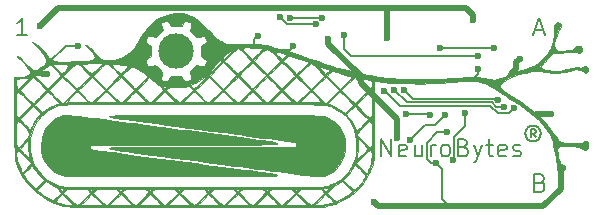
<source format=gbr>
G04 #@! TF.FileFunction,Copper,L1,Top,Signal*
%FSLAX46Y46*%
G04 Gerber Fmt 4.6, Leading zero omitted, Abs format (unit mm)*
G04 Created by KiCad (PCBNEW 4.0.7-e2-6376~58~ubuntu14.04.1) date Wed May 23 17:30:10 2018*
%MOMM*%
%LPD*%
G01*
G04 APERTURE LIST*
%ADD10C,0.100000*%
%ADD11C,0.210000*%
%ADD12C,0.140000*%
%ADD13C,0.010000*%
%ADD14C,3.000000*%
%ADD15C,1.200000*%
%ADD16C,0.600000*%
%ADD17C,0.200000*%
%ADD18C,0.150000*%
%ADD19C,0.500000*%
G04 APERTURE END LIST*
D10*
D11*
X184857143Y-74178571D02*
X184857143Y-72678571D01*
X185714286Y-74178571D01*
X185714286Y-72678571D01*
X187000000Y-74107143D02*
X186857143Y-74178571D01*
X186571429Y-74178571D01*
X186428572Y-74107143D01*
X186357143Y-73964286D01*
X186357143Y-73392857D01*
X186428572Y-73250000D01*
X186571429Y-73178571D01*
X186857143Y-73178571D01*
X187000000Y-73250000D01*
X187071429Y-73392857D01*
X187071429Y-73535714D01*
X186357143Y-73678571D01*
X188357143Y-73178571D02*
X188357143Y-74178571D01*
X187714286Y-73178571D02*
X187714286Y-73964286D01*
X187785714Y-74107143D01*
X187928572Y-74178571D01*
X188142857Y-74178571D01*
X188285714Y-74107143D01*
X188357143Y-74035714D01*
X189071429Y-74178571D02*
X189071429Y-73178571D01*
X189071429Y-73464286D02*
X189142857Y-73321429D01*
X189214286Y-73250000D01*
X189357143Y-73178571D01*
X189500000Y-73178571D01*
X190214286Y-74178571D02*
X190071428Y-74107143D01*
X190000000Y-74035714D01*
X189928571Y-73892857D01*
X189928571Y-73464286D01*
X190000000Y-73321429D01*
X190071428Y-73250000D01*
X190214286Y-73178571D01*
X190428571Y-73178571D01*
X190571428Y-73250000D01*
X190642857Y-73321429D01*
X190714286Y-73464286D01*
X190714286Y-73892857D01*
X190642857Y-74035714D01*
X190571428Y-74107143D01*
X190428571Y-74178571D01*
X190214286Y-74178571D01*
X191857143Y-73392857D02*
X192071429Y-73464286D01*
X192142857Y-73535714D01*
X192214286Y-73678571D01*
X192214286Y-73892857D01*
X192142857Y-74035714D01*
X192071429Y-74107143D01*
X191928571Y-74178571D01*
X191357143Y-74178571D01*
X191357143Y-72678571D01*
X191857143Y-72678571D01*
X192000000Y-72750000D01*
X192071429Y-72821429D01*
X192142857Y-72964286D01*
X192142857Y-73107143D01*
X192071429Y-73250000D01*
X192000000Y-73321429D01*
X191857143Y-73392857D01*
X191357143Y-73392857D01*
X192714286Y-73178571D02*
X193071429Y-74178571D01*
X193428571Y-73178571D02*
X193071429Y-74178571D01*
X192928571Y-74535714D01*
X192857143Y-74607143D01*
X192714286Y-74678571D01*
X193785714Y-73178571D02*
X194357143Y-73178571D01*
X194000000Y-72678571D02*
X194000000Y-73964286D01*
X194071428Y-74107143D01*
X194214286Y-74178571D01*
X194357143Y-74178571D01*
X195428571Y-74107143D02*
X195285714Y-74178571D01*
X195000000Y-74178571D01*
X194857143Y-74107143D01*
X194785714Y-73964286D01*
X194785714Y-73392857D01*
X194857143Y-73250000D01*
X195000000Y-73178571D01*
X195285714Y-73178571D01*
X195428571Y-73250000D01*
X195500000Y-73392857D01*
X195500000Y-73535714D01*
X194785714Y-73678571D01*
X196071428Y-74107143D02*
X196214285Y-74178571D01*
X196500000Y-74178571D01*
X196642857Y-74107143D01*
X196714285Y-73964286D01*
X196714285Y-73892857D01*
X196642857Y-73750000D01*
X196500000Y-73678571D01*
X196285714Y-73678571D01*
X196142857Y-73607143D01*
X196071428Y-73464286D01*
X196071428Y-73392857D01*
X196142857Y-73250000D01*
X196285714Y-73178571D01*
X196500000Y-73178571D01*
X196642857Y-73250000D01*
X154928572Y-63928571D02*
X154071429Y-63928571D01*
X154500001Y-63928571D02*
X154500001Y-62428571D01*
X154357144Y-62642857D01*
X154214286Y-62785714D01*
X154071429Y-62857143D01*
X198357143Y-76392857D02*
X198571429Y-76464286D01*
X198642857Y-76535714D01*
X198714286Y-76678571D01*
X198714286Y-76892857D01*
X198642857Y-77035714D01*
X198571429Y-77107143D01*
X198428571Y-77178571D01*
X197857143Y-77178571D01*
X197857143Y-75678571D01*
X198357143Y-75678571D01*
X198500000Y-75750000D01*
X198571429Y-75821429D01*
X198642857Y-75964286D01*
X198642857Y-76107143D01*
X198571429Y-76250000D01*
X198500000Y-76321429D01*
X198357143Y-76392857D01*
X197857143Y-76392857D01*
X197892857Y-63500000D02*
X198607143Y-63500000D01*
X197750000Y-63928571D02*
X198250000Y-62428571D01*
X198750000Y-63928571D01*
D12*
X197988095Y-72559524D02*
X197750000Y-72273810D01*
X197559524Y-72559524D02*
X197559524Y-71892857D01*
X197845238Y-71892857D01*
X197940476Y-71940476D01*
X197988095Y-72035714D01*
X197988095Y-72130952D01*
X197940476Y-72226190D01*
X197845238Y-72273810D01*
X197559524Y-72273810D01*
X197750000Y-71559524D02*
X197511905Y-71607143D01*
X197273809Y-71750000D01*
X197130952Y-71988095D01*
X197083333Y-72226190D01*
X197130952Y-72464286D01*
X197273809Y-72702381D01*
X197511905Y-72845238D01*
X197750000Y-72892857D01*
X197988095Y-72845238D01*
X198226190Y-72702381D01*
X198369047Y-72464286D01*
X198416667Y-72226190D01*
X198369047Y-71988095D01*
X198226190Y-71750000D01*
X197988095Y-71607143D01*
X197750000Y-71559524D01*
D13*
G36*
X168034345Y-62069558D02*
X168332966Y-62121417D01*
X168560046Y-62181626D01*
X168762983Y-62253636D01*
X168955205Y-62346793D01*
X169150141Y-62470443D01*
X169361221Y-62633934D01*
X169601874Y-62846611D01*
X169885530Y-63117822D01*
X170167122Y-63397979D01*
X170448883Y-63679787D01*
X170673252Y-63899212D01*
X170853187Y-64067176D01*
X171001645Y-64194601D01*
X171131583Y-64292408D01*
X171255959Y-64371520D01*
X171387729Y-64442858D01*
X171434546Y-64466308D01*
X171625665Y-64558707D01*
X171767948Y-64616020D01*
X171896629Y-64645362D01*
X172046942Y-64653846D01*
X172254120Y-64648585D01*
X172323423Y-64645770D01*
X172959996Y-64625946D01*
X173528971Y-64621477D01*
X174022577Y-64632161D01*
X174433041Y-64657799D01*
X174752593Y-64698189D01*
X174815200Y-64710119D01*
X175146370Y-64782178D01*
X175490419Y-64864601D01*
X175858308Y-64960597D01*
X176260997Y-65073375D01*
X176709448Y-65206142D01*
X177214623Y-65362107D01*
X177787482Y-65544477D01*
X178438988Y-65756462D01*
X178828400Y-65884720D01*
X179535235Y-66117539D01*
X180156669Y-66320126D01*
X180703345Y-66495385D01*
X181185907Y-66646220D01*
X181614996Y-66775536D01*
X182001257Y-66886238D01*
X182355332Y-66981231D01*
X182687865Y-67063419D01*
X183009499Y-67135706D01*
X183330876Y-67200999D01*
X183662639Y-67262200D01*
X184015433Y-67322215D01*
X184213200Y-67354314D01*
X184804860Y-67445087D01*
X185335595Y-67516563D01*
X185831805Y-67570795D01*
X186319884Y-67609835D01*
X186826232Y-67635737D01*
X187377244Y-67650555D01*
X187999318Y-67656340D01*
X188099400Y-67656554D01*
X188696249Y-67654429D01*
X189225011Y-67645399D01*
X189719044Y-67628136D01*
X190211707Y-67601313D01*
X190736359Y-67563602D01*
X191020400Y-67540308D01*
X191597685Y-67494973D01*
X192087828Y-67465049D01*
X192504144Y-67450740D01*
X192859945Y-67452252D01*
X193168547Y-67469790D01*
X193443262Y-67503558D01*
X193697404Y-67553762D01*
X193814400Y-67583327D01*
X194140703Y-67654695D01*
X194433699Y-67676994D01*
X194717986Y-67646428D01*
X195018163Y-67559202D01*
X195358828Y-67411522D01*
X195548144Y-67315858D01*
X195713897Y-67239539D01*
X195951478Y-67143821D01*
X196235355Y-67038338D01*
X196539991Y-66932725D01*
X196716013Y-66875242D01*
X197153797Y-66731186D01*
X197509164Y-66601730D01*
X197798595Y-66478183D01*
X198038566Y-66351853D01*
X198245557Y-66214045D01*
X198436044Y-66056067D01*
X198626507Y-65869228D01*
X198630063Y-65865519D01*
X198969830Y-65444654D01*
X199228099Y-64974185D01*
X199407048Y-64448415D01*
X199508856Y-63861645D01*
X199532993Y-63504052D01*
X199557803Y-63188258D01*
X199608975Y-62968240D01*
X199688732Y-62841082D01*
X199799297Y-62803871D01*
X199942892Y-62853691D01*
X200000696Y-62890680D01*
X200095530Y-63009656D01*
X200098731Y-63164900D01*
X200010751Y-63349748D01*
X199965461Y-63411478D01*
X199847967Y-63607302D01*
X199735237Y-63883473D01*
X199634779Y-64218776D01*
X199560791Y-64555045D01*
X199533207Y-64819602D01*
X199566615Y-65014405D01*
X199668010Y-65145849D01*
X199844389Y-65220329D01*
X200102747Y-65244239D01*
X200306370Y-65236529D01*
X200688142Y-65195436D01*
X200982005Y-65130651D01*
X201199598Y-65038792D01*
X201331729Y-64938454D01*
X201481614Y-64831898D01*
X201636038Y-64791160D01*
X201768038Y-64818759D01*
X201839012Y-64891060D01*
X201885511Y-65049122D01*
X201880859Y-65219368D01*
X201827706Y-65354856D01*
X201811771Y-65373371D01*
X201723162Y-65440187D01*
X201633837Y-65439162D01*
X201506799Y-65369838D01*
X201506417Y-65369587D01*
X201443225Y-65335483D01*
X201366670Y-65315455D01*
X201256925Y-65308863D01*
X201094160Y-65315063D01*
X200858550Y-65333414D01*
X200733504Y-65344554D01*
X200451143Y-65367733D01*
X200170882Y-65386512D01*
X199926693Y-65398853D01*
X199764015Y-65402766D01*
X199645442Y-65403427D01*
X199549194Y-65412036D01*
X199462748Y-65438072D01*
X199373582Y-65491016D01*
X199269173Y-65580349D01*
X199136998Y-65715553D01*
X198964536Y-65906108D01*
X198739262Y-66161496D01*
X198694230Y-66212703D01*
X198367061Y-66584685D01*
X198482396Y-66678077D01*
X198621508Y-66764877D01*
X198804450Y-66828849D01*
X199048316Y-66873898D01*
X199370202Y-66903927D01*
X199505263Y-66911652D01*
X199742380Y-66920828D01*
X199933355Y-66918567D01*
X200110983Y-66901037D01*
X200308055Y-66864406D01*
X200557366Y-66804841D01*
X200673663Y-66775128D01*
X200974792Y-66701500D01*
X201202759Y-66656457D01*
X201380831Y-66636580D01*
X201532273Y-66638449D01*
X201575041Y-66642629D01*
X201770199Y-66652551D01*
X201905977Y-66624422D01*
X201968371Y-66591154D01*
X202127208Y-66531464D01*
X202262847Y-66558454D01*
X202358196Y-66657386D01*
X202396162Y-66813524D01*
X202380145Y-66946196D01*
X202319749Y-67064260D01*
X202217656Y-67092824D01*
X202069746Y-67032591D01*
X202028537Y-67006063D01*
X201811809Y-66878998D01*
X201613354Y-66817026D01*
X201395539Y-66813621D01*
X201155000Y-66854538D01*
X200754637Y-66943062D01*
X200435909Y-67012194D01*
X200180967Y-67063157D01*
X199971957Y-67097171D01*
X199791031Y-67115458D01*
X199620335Y-67119242D01*
X199442020Y-67109743D01*
X199238233Y-67088183D01*
X198991125Y-67055785D01*
X198731904Y-67020396D01*
X198424804Y-66979659D01*
X198195427Y-66952913D01*
X198020934Y-66939660D01*
X197878484Y-66939404D01*
X197745241Y-66951648D01*
X197598363Y-66975895D01*
X197505812Y-66993711D01*
X197006897Y-67105099D01*
X196539959Y-67235208D01*
X196114404Y-67379611D01*
X195739638Y-67533884D01*
X195425070Y-67693603D01*
X195180105Y-67854341D01*
X195014151Y-68011675D01*
X194936614Y-68161179D01*
X194932000Y-68204430D01*
X194948719Y-68291066D01*
X195005575Y-68383311D01*
X195112618Y-68489945D01*
X195279894Y-68619749D01*
X195517452Y-68781505D01*
X195795600Y-68959121D01*
X196642420Y-69514641D01*
X197391488Y-70058569D01*
X198045656Y-70593504D01*
X198607775Y-71122047D01*
X199080696Y-71646799D01*
X199467272Y-72170360D01*
X199655852Y-72479483D01*
X199761870Y-72646618D01*
X199871226Y-72785742D01*
X199948604Y-72857661D01*
X200140187Y-72942710D01*
X200418623Y-73008067D01*
X200770696Y-73051614D01*
X201183192Y-73071233D01*
X201286826Y-73072141D01*
X201544479Y-73070867D01*
X201720592Y-73063977D01*
X201835190Y-73048515D01*
X201908300Y-73021523D01*
X201959947Y-72980046D01*
X201967799Y-72971600D01*
X202076776Y-72900533D01*
X202211485Y-72871715D01*
X202330020Y-72889413D01*
X202379668Y-72929648D01*
X202415085Y-73056636D01*
X202415379Y-73229789D01*
X202384950Y-73401678D01*
X202328198Y-73524871D01*
X202323993Y-73529744D01*
X202210693Y-73616593D01*
X202093030Y-73614373D01*
X201960025Y-73533360D01*
X201782438Y-73439836D01*
X201517389Y-73371310D01*
X201161343Y-73327198D01*
X200710761Y-73306911D01*
X200585526Y-73305508D01*
X200274570Y-73304567D01*
X200052379Y-73313286D01*
X199906130Y-73343019D01*
X199823002Y-73405120D01*
X199790173Y-73510944D01*
X199794821Y-73671842D01*
X199824124Y-73899170D01*
X199834231Y-73970781D01*
X199882620Y-74284614D01*
X199930884Y-74512705D01*
X199986080Y-74670654D01*
X200055262Y-74774067D01*
X200145487Y-74838544D01*
X200242690Y-74874029D01*
X200386535Y-74931741D01*
X200451855Y-75010335D01*
X200460418Y-75046064D01*
X200436235Y-75208350D01*
X200329116Y-75352389D01*
X200157571Y-75454308D01*
X200138833Y-75460855D01*
X199970800Y-75489741D01*
X199864918Y-75440354D01*
X199814866Y-75307840D01*
X199808800Y-75207562D01*
X199798487Y-75059992D01*
X199769888Y-74835945D01*
X199726514Y-74553839D01*
X199671875Y-74232092D01*
X199609482Y-73889121D01*
X199542845Y-73543346D01*
X199475474Y-73213184D01*
X199410880Y-72917053D01*
X199352574Y-72673370D01*
X199304065Y-72500555D01*
X199280966Y-72438200D01*
X199117997Y-72151140D01*
X198878896Y-71826542D01*
X198576221Y-71476437D01*
X198222528Y-71112855D01*
X197830374Y-70747825D01*
X197412316Y-70393378D01*
X196980911Y-70061545D01*
X196548716Y-69764354D01*
X196379800Y-69658704D01*
X196188353Y-69539989D01*
X195935697Y-69379521D01*
X195644961Y-69192196D01*
X195339279Y-68992912D01*
X195062903Y-68810598D01*
X194779504Y-68624794D01*
X194503883Y-68448371D01*
X194254900Y-68293086D01*
X194051416Y-68170692D01*
X193912293Y-68092945D01*
X193907553Y-68090536D01*
X193703128Y-67995335D01*
X193498219Y-67919319D01*
X193281214Y-67861791D01*
X193040499Y-67822056D01*
X192764461Y-67799415D01*
X192441486Y-67793173D01*
X192059960Y-67802634D01*
X191608271Y-67827099D01*
X191074805Y-67865873D01*
X190689545Y-67897500D01*
X189858518Y-67955415D01*
X189004501Y-67991580D01*
X188145670Y-68006305D01*
X187300203Y-67999899D01*
X186486276Y-67972673D01*
X185722064Y-67924935D01*
X185025743Y-67856996D01*
X184559654Y-67793076D01*
X184321909Y-67755497D01*
X184302667Y-71062048D01*
X184298730Y-71723896D01*
X184295003Y-72292340D01*
X184291197Y-72775578D01*
X184287022Y-73181805D01*
X184282188Y-73519217D01*
X184276404Y-73796010D01*
X184269381Y-74020381D01*
X184260829Y-74200525D01*
X184250458Y-74344638D01*
X184237978Y-74460916D01*
X184223099Y-74557555D01*
X184205531Y-74642752D01*
X184184984Y-74724702D01*
X184171304Y-74775000D01*
X183940728Y-75423793D01*
X183622358Y-76029250D01*
X183223178Y-76584643D01*
X182750168Y-77083245D01*
X182210312Y-77518330D01*
X181610589Y-77883172D01*
X180957983Y-78171042D01*
X180494329Y-78317586D01*
X180073000Y-78430700D01*
X169201800Y-78440224D01*
X167923318Y-78441245D01*
X166742705Y-78441969D01*
X165656231Y-78442376D01*
X164660163Y-78442447D01*
X163750771Y-78442163D01*
X162924324Y-78441504D01*
X162177092Y-78440452D01*
X161505343Y-78438987D01*
X160905346Y-78437089D01*
X160373371Y-78434740D01*
X159905687Y-78431921D01*
X159498563Y-78428612D01*
X159148268Y-78424793D01*
X158851070Y-78420447D01*
X158603240Y-78415553D01*
X158401046Y-78410092D01*
X158240758Y-78404045D01*
X158118644Y-78397393D01*
X158030974Y-78390117D01*
X157975000Y-78382385D01*
X157684708Y-78319009D01*
X157674108Y-78315803D01*
X179209400Y-78315803D01*
X179615800Y-78281365D01*
X179873724Y-78252719D01*
X180151637Y-78211415D01*
X180377800Y-78168760D01*
X180563001Y-78125370D01*
X180712404Y-78085486D01*
X180794854Y-78057455D01*
X180796476Y-78056614D01*
X180795654Y-78004660D01*
X180714270Y-77891766D01*
X180552691Y-77718423D01*
X180515938Y-77681653D01*
X180172323Y-77340671D01*
X179690861Y-77828237D01*
X179209400Y-78315803D01*
X157674108Y-78315803D01*
X157425341Y-78240564D01*
X157162549Y-78134312D01*
X156892721Y-78002527D01*
X157264867Y-78002527D01*
X157335440Y-78046519D01*
X157484537Y-78098026D01*
X157689836Y-78152211D01*
X157929014Y-78204238D01*
X158179749Y-78249269D01*
X158419718Y-78282468D01*
X158626599Y-78298999D01*
X158634396Y-78299262D01*
X158836593Y-78305600D01*
X157875767Y-77340762D01*
X157559529Y-77654189D01*
X157420578Y-77797870D01*
X157317983Y-77915495D01*
X157267051Y-77988973D01*
X157264867Y-78002527D01*
X156892721Y-78002527D01*
X156861981Y-77987514D01*
X156746092Y-77926641D01*
X156129454Y-77546916D01*
X155558143Y-77092227D01*
X155481769Y-77015359D01*
X155765200Y-77015359D01*
X155806035Y-77077689D01*
X155916190Y-77178428D01*
X156077137Y-77304942D01*
X156270349Y-77444595D01*
X156477297Y-77584754D01*
X156679456Y-77712783D01*
X156858296Y-77816048D01*
X156995291Y-77881914D01*
X157061261Y-77899200D01*
X157118346Y-77865202D01*
X157226719Y-77774148D01*
X157367483Y-77642441D01*
X157441465Y-77569135D01*
X157763798Y-77243911D01*
X157976494Y-77243911D01*
X158513803Y-77774755D01*
X158707093Y-77961475D01*
X158878812Y-78119445D01*
X159014549Y-78236004D01*
X159099897Y-78298493D01*
X159118000Y-78305600D01*
X159399406Y-78305600D01*
X160325503Y-78305600D01*
X160619572Y-78303564D01*
X160875136Y-78297906D01*
X161076268Y-78289299D01*
X161207039Y-78278416D01*
X161251600Y-78266440D01*
X161217559Y-78217586D01*
X161124710Y-78112836D01*
X160986955Y-77967255D01*
X160818202Y-77795906D01*
X160806095Y-77783841D01*
X160360591Y-77340401D01*
X159879999Y-77823000D01*
X159399406Y-78305600D01*
X159118000Y-78305600D01*
X159176038Y-78271503D01*
X159290936Y-78177653D01*
X159448282Y-78036710D01*
X159633670Y-77861331D01*
X159722196Y-77774755D01*
X160259505Y-77243911D01*
X160256852Y-77241141D01*
X160468348Y-77241141D01*
X160998766Y-77773370D01*
X161190569Y-77961130D01*
X161361623Y-78119841D01*
X161497416Y-78236690D01*
X161583432Y-78298864D01*
X161601636Y-78305600D01*
X161661685Y-78271465D01*
X161667924Y-78266440D01*
X161912000Y-78266440D01*
X161960126Y-78278950D01*
X162093818Y-78289805D01*
X162297047Y-78298322D01*
X162553783Y-78303811D01*
X162826400Y-78305600D01*
X163118500Y-78303539D01*
X163371994Y-78297813D01*
X163570853Y-78289110D01*
X163699047Y-78278115D01*
X163740800Y-78266440D01*
X163706738Y-78217744D01*
X163613700Y-78112905D01*
X163475408Y-77966754D01*
X163305583Y-77794127D01*
X163283600Y-77772200D01*
X162826400Y-77317118D01*
X162369200Y-77772200D01*
X162196495Y-77947021D01*
X162053667Y-78097156D01*
X161954437Y-78207771D01*
X161912525Y-78264034D01*
X161912000Y-78266440D01*
X161667924Y-78266440D01*
X161778348Y-78177514D01*
X161937058Y-78036430D01*
X162123250Y-77860892D01*
X162211396Y-77774755D01*
X162748705Y-77243911D01*
X162710008Y-77203519D01*
X162978800Y-77203519D01*
X163013218Y-77259731D01*
X163105991Y-77369513D01*
X163241397Y-77517001D01*
X163403712Y-77686330D01*
X163577213Y-77861635D01*
X163746178Y-78027051D01*
X163894883Y-78166712D01*
X164007607Y-78264754D01*
X164068626Y-78305311D01*
X164071000Y-78305600D01*
X164123830Y-78271356D01*
X164129552Y-78266440D01*
X164401200Y-78266440D01*
X164449326Y-78278950D01*
X164583018Y-78289805D01*
X164786247Y-78298322D01*
X165042983Y-78303811D01*
X165315600Y-78305600D01*
X165607700Y-78303539D01*
X165861194Y-78297813D01*
X166060053Y-78289110D01*
X166188247Y-78278115D01*
X166230000Y-78266440D01*
X166195938Y-78217744D01*
X166102900Y-78112905D01*
X165964608Y-77966754D01*
X165794783Y-77794127D01*
X165772800Y-77772200D01*
X165315600Y-77317118D01*
X164858400Y-77772200D01*
X164685695Y-77947021D01*
X164542867Y-78097156D01*
X164443637Y-78207771D01*
X164401725Y-78264034D01*
X164401200Y-78266440D01*
X164129552Y-78266440D01*
X164233434Y-78177205D01*
X164385692Y-78036014D01*
X164566480Y-77860650D01*
X164643407Y-77784032D01*
X164828302Y-77594631D01*
X164984206Y-77427540D01*
X165098270Y-77297111D01*
X165157642Y-77217695D01*
X165163200Y-77203519D01*
X165468000Y-77203519D01*
X165502418Y-77259731D01*
X165595191Y-77369513D01*
X165730597Y-77517001D01*
X165892912Y-77686330D01*
X166066413Y-77861635D01*
X166235378Y-78027051D01*
X166384083Y-78166712D01*
X166496807Y-78264754D01*
X166557826Y-78305311D01*
X166560200Y-78305600D01*
X166612866Y-78271342D01*
X166618565Y-78266440D01*
X166890400Y-78266440D01*
X166938543Y-78278875D01*
X167072353Y-78289681D01*
X167275904Y-78298186D01*
X167533267Y-78303715D01*
X167816496Y-78305600D01*
X168742593Y-78305600D01*
X168262000Y-77823000D01*
X167781408Y-77340401D01*
X167335904Y-77783841D01*
X167165566Y-77956381D01*
X167025293Y-78104166D01*
X166928990Y-78212131D01*
X166890563Y-78265213D01*
X166890400Y-78266440D01*
X166618565Y-78266440D01*
X166722496Y-78177060D01*
X166875141Y-78035485D01*
X167056852Y-77859353D01*
X167143233Y-77773370D01*
X167670890Y-77243911D01*
X167882494Y-77243911D01*
X168419803Y-77774755D01*
X168613093Y-77961475D01*
X168784812Y-78119445D01*
X168920549Y-78236004D01*
X169005897Y-78298493D01*
X169024000Y-78305600D01*
X169305406Y-78305600D01*
X170256903Y-78305600D01*
X170555208Y-78304906D01*
X170815221Y-78302975D01*
X171021227Y-78300033D01*
X171157511Y-78296308D01*
X171208358Y-78292024D01*
X171208400Y-78291896D01*
X171174519Y-78253066D01*
X171081802Y-78156501D01*
X170943639Y-78015924D01*
X170773418Y-77845059D01*
X170737520Y-77809272D01*
X170266641Y-77340351D01*
X169786024Y-77822975D01*
X169305406Y-78305600D01*
X169024000Y-78305600D01*
X169082038Y-78271503D01*
X169196936Y-78177653D01*
X169354282Y-78036710D01*
X169539670Y-77861331D01*
X169628196Y-77774755D01*
X170165505Y-77243911D01*
X170162852Y-77241141D01*
X170374348Y-77241141D01*
X170904766Y-77773370D01*
X171096569Y-77961130D01*
X171267623Y-78119841D01*
X171403416Y-78236690D01*
X171489432Y-78298864D01*
X171507636Y-78305600D01*
X171567685Y-78271465D01*
X171573924Y-78266440D01*
X171818000Y-78266440D01*
X171866126Y-78278950D01*
X171999818Y-78289805D01*
X172203047Y-78298322D01*
X172459783Y-78303811D01*
X172732400Y-78305600D01*
X173024500Y-78303539D01*
X173277994Y-78297813D01*
X173476853Y-78289110D01*
X173605047Y-78278115D01*
X173646800Y-78266440D01*
X173612738Y-78217744D01*
X173519700Y-78112905D01*
X173381408Y-77966754D01*
X173211583Y-77794127D01*
X173189600Y-77772200D01*
X172732400Y-77317118D01*
X172275200Y-77772200D01*
X172102495Y-77947021D01*
X171959667Y-78097156D01*
X171860437Y-78207771D01*
X171818525Y-78264034D01*
X171818000Y-78266440D01*
X171573924Y-78266440D01*
X171684348Y-78177514D01*
X171843058Y-78036430D01*
X172029250Y-77860892D01*
X172117396Y-77774755D01*
X172654705Y-77243911D01*
X172616008Y-77203519D01*
X172884800Y-77203519D01*
X172919218Y-77259731D01*
X173011991Y-77369513D01*
X173147397Y-77517001D01*
X173309712Y-77686330D01*
X173483213Y-77861635D01*
X173652178Y-78027051D01*
X173800883Y-78166712D01*
X173913607Y-78264754D01*
X173974626Y-78305311D01*
X173977000Y-78305600D01*
X174029830Y-78271356D01*
X174035552Y-78266440D01*
X174307200Y-78266440D01*
X174355326Y-78278950D01*
X174489018Y-78289805D01*
X174692247Y-78298322D01*
X174948983Y-78303811D01*
X175221600Y-78305600D01*
X175513700Y-78303539D01*
X175767194Y-78297813D01*
X175966053Y-78289110D01*
X176094247Y-78278115D01*
X176136000Y-78266440D01*
X176101938Y-78217744D01*
X176008900Y-78112905D01*
X175870608Y-77966754D01*
X175700783Y-77794127D01*
X175678800Y-77772200D01*
X175221600Y-77317118D01*
X174764400Y-77772200D01*
X174591695Y-77947021D01*
X174448867Y-78097156D01*
X174349637Y-78207771D01*
X174307725Y-78264034D01*
X174307200Y-78266440D01*
X174035552Y-78266440D01*
X174139434Y-78177205D01*
X174291692Y-78036014D01*
X174472480Y-77860650D01*
X174549407Y-77784032D01*
X174734302Y-77594631D01*
X174890206Y-77427540D01*
X175004270Y-77297111D01*
X175063642Y-77217695D01*
X175069200Y-77203519D01*
X175374000Y-77203519D01*
X175408418Y-77259731D01*
X175501191Y-77369513D01*
X175636597Y-77517001D01*
X175798912Y-77686330D01*
X175972413Y-77861635D01*
X176141378Y-78027051D01*
X176290083Y-78166712D01*
X176402807Y-78264754D01*
X176463826Y-78305311D01*
X176466200Y-78305600D01*
X176518866Y-78271342D01*
X176524565Y-78266440D01*
X176796400Y-78266440D01*
X176844543Y-78278875D01*
X176978353Y-78289681D01*
X177181904Y-78298186D01*
X177439267Y-78303715D01*
X177722496Y-78305600D01*
X178648593Y-78305600D01*
X178168000Y-77823000D01*
X177687408Y-77340401D01*
X177241904Y-77783841D01*
X177071566Y-77956381D01*
X176931293Y-78104166D01*
X176834990Y-78212131D01*
X176796563Y-78265213D01*
X176796400Y-78266440D01*
X176524565Y-78266440D01*
X176628496Y-78177060D01*
X176781141Y-78035485D01*
X176962852Y-77859353D01*
X177049233Y-77773370D01*
X177576890Y-77243911D01*
X177788494Y-77243911D01*
X178325803Y-77774755D01*
X178519093Y-77961475D01*
X178690812Y-78119445D01*
X178826549Y-78236004D01*
X178911897Y-78298493D01*
X178930000Y-78305600D01*
X178988038Y-78271503D01*
X179102936Y-78177653D01*
X179260282Y-78036710D01*
X179445670Y-77861331D01*
X179534196Y-77774755D01*
X180071505Y-77243911D01*
X180062865Y-77234892D01*
X180276200Y-77234892D01*
X180630437Y-77592446D01*
X180788861Y-77744816D01*
X180927830Y-77864806D01*
X181028126Y-77936512D01*
X181062237Y-77949751D01*
X181142536Y-77927475D01*
X181284167Y-77868788D01*
X181459041Y-77785515D01*
X181491500Y-77769023D01*
X181676037Y-77668208D01*
X181875264Y-77549554D01*
X182069785Y-77425918D01*
X182240205Y-77310155D01*
X182367126Y-77215121D01*
X182431154Y-77153670D01*
X182435200Y-77143544D01*
X182401407Y-77098153D01*
X182309302Y-76996218D01*
X182172790Y-76852658D01*
X182005777Y-76682392D01*
X181998801Y-76675380D01*
X181562403Y-76236951D01*
X181278417Y-76394975D01*
X181109676Y-76504415D01*
X180905779Y-76659314D01*
X180702227Y-76832127D01*
X180635315Y-76893946D01*
X180276200Y-77234892D01*
X180062865Y-77234892D01*
X179923048Y-77088955D01*
X179774591Y-76934000D01*
X178085408Y-76934000D01*
X177936951Y-77088955D01*
X177788494Y-77243911D01*
X177576890Y-77243911D01*
X177579651Y-77241141D01*
X177432521Y-77087570D01*
X177313091Y-76962912D01*
X177530869Y-76962912D01*
X177558400Y-77010200D01*
X177641604Y-77074587D01*
X177685400Y-77086400D01*
X177768800Y-77050824D01*
X177812400Y-77010200D01*
X177839844Y-76960612D01*
X177799562Y-76938692D01*
X177685400Y-76934000D01*
X177566158Y-76939491D01*
X177530869Y-76962912D01*
X177313091Y-76962912D01*
X177285391Y-76934000D01*
X176463546Y-76934000D01*
X176153308Y-76934962D01*
X175927526Y-76939108D01*
X175769065Y-76948326D01*
X175660789Y-76964503D01*
X175585561Y-76989526D01*
X175526247Y-77025285D01*
X175507850Y-77039287D01*
X175416097Y-77127586D01*
X175374253Y-77199684D01*
X175374000Y-77203519D01*
X175069200Y-77203519D01*
X175032582Y-77134309D01*
X174943604Y-77045892D01*
X174935349Y-77039287D01*
X174877607Y-76999756D01*
X174809456Y-76971529D01*
X174794956Y-76968679D01*
X175092512Y-76968679D01*
X175120000Y-77010200D01*
X175190215Y-77073885D01*
X175221600Y-77086400D01*
X175282282Y-77051911D01*
X175323200Y-77010200D01*
X175352032Y-76958331D01*
X175308745Y-76937222D01*
X175221600Y-76934000D01*
X175114848Y-76940571D01*
X175092512Y-76968679D01*
X174794956Y-76968679D01*
X174713795Y-76952727D01*
X174573524Y-76941470D01*
X174371546Y-76935882D01*
X174090761Y-76934082D01*
X173977000Y-76934000D01*
X173666223Y-76934956D01*
X173439940Y-76939076D01*
X173281050Y-76948239D01*
X173172454Y-76964324D01*
X173097053Y-76989209D01*
X173037748Y-77024773D01*
X173018650Y-77039287D01*
X172926897Y-77127586D01*
X172885053Y-77199684D01*
X172884800Y-77203519D01*
X172616008Y-77203519D01*
X172506248Y-77088955D01*
X172385491Y-76962912D01*
X172603269Y-76962912D01*
X172630800Y-77010200D01*
X172714004Y-77074587D01*
X172757800Y-77086400D01*
X172841200Y-77050824D01*
X172884800Y-77010200D01*
X172912244Y-76960612D01*
X172871962Y-76938692D01*
X172757800Y-76934000D01*
X172638558Y-76939491D01*
X172603269Y-76962912D01*
X172385491Y-76962912D01*
X172357791Y-76934000D01*
X170668608Y-76934000D01*
X170521478Y-77087570D01*
X170374348Y-77241141D01*
X170162852Y-77241141D01*
X170017048Y-77088955D01*
X169896291Y-76962912D01*
X170114069Y-76962912D01*
X170141600Y-77010200D01*
X170224804Y-77074587D01*
X170268600Y-77086400D01*
X170352000Y-77050824D01*
X170395600Y-77010200D01*
X170423044Y-76960612D01*
X170382762Y-76938692D01*
X170268600Y-76934000D01*
X170149358Y-76939491D01*
X170114069Y-76962912D01*
X169896291Y-76962912D01*
X169868591Y-76934000D01*
X168179408Y-76934000D01*
X168030951Y-77088955D01*
X167882494Y-77243911D01*
X167670890Y-77243911D01*
X167673651Y-77241141D01*
X167526521Y-77087570D01*
X167407091Y-76962912D01*
X167624869Y-76962912D01*
X167652400Y-77010200D01*
X167735604Y-77074587D01*
X167779400Y-77086400D01*
X167862800Y-77050824D01*
X167906400Y-77010200D01*
X167933844Y-76960612D01*
X167893562Y-76938692D01*
X167779400Y-76934000D01*
X167660158Y-76939491D01*
X167624869Y-76962912D01*
X167407091Y-76962912D01*
X167379391Y-76934000D01*
X166557546Y-76934000D01*
X166247308Y-76934962D01*
X166021526Y-76939108D01*
X165863065Y-76948326D01*
X165754789Y-76964503D01*
X165679561Y-76989526D01*
X165620247Y-77025285D01*
X165601850Y-77039287D01*
X165510097Y-77127586D01*
X165468253Y-77199684D01*
X165468000Y-77203519D01*
X165163200Y-77203519D01*
X165126582Y-77134309D01*
X165037604Y-77045892D01*
X165029349Y-77039287D01*
X164971607Y-76999756D01*
X164903456Y-76971529D01*
X164888956Y-76968679D01*
X165186512Y-76968679D01*
X165214000Y-77010200D01*
X165284215Y-77073885D01*
X165315600Y-77086400D01*
X165376282Y-77051911D01*
X165417200Y-77010200D01*
X165446032Y-76958331D01*
X165402745Y-76937222D01*
X165315600Y-76934000D01*
X165208848Y-76940571D01*
X165186512Y-76968679D01*
X164888956Y-76968679D01*
X164807795Y-76952727D01*
X164667524Y-76941470D01*
X164465546Y-76935882D01*
X164184761Y-76934082D01*
X164071000Y-76934000D01*
X163760223Y-76934956D01*
X163533940Y-76939076D01*
X163375050Y-76948239D01*
X163266454Y-76964324D01*
X163191053Y-76989209D01*
X163131748Y-77024773D01*
X163112650Y-77039287D01*
X163020897Y-77127586D01*
X162979053Y-77199684D01*
X162978800Y-77203519D01*
X162710008Y-77203519D01*
X162600248Y-77088955D01*
X162479491Y-76962912D01*
X162697269Y-76962912D01*
X162724800Y-77010200D01*
X162808004Y-77074587D01*
X162851800Y-77086400D01*
X162935200Y-77050824D01*
X162978800Y-77010200D01*
X163006244Y-76960612D01*
X162965962Y-76938692D01*
X162851800Y-76934000D01*
X162732558Y-76939491D01*
X162697269Y-76962912D01*
X162479491Y-76962912D01*
X162451791Y-76934000D01*
X160762608Y-76934000D01*
X160615478Y-77087570D01*
X160468348Y-77241141D01*
X160256852Y-77241141D01*
X160111048Y-77088955D01*
X159990291Y-76962912D01*
X160208069Y-76962912D01*
X160235600Y-77010200D01*
X160318804Y-77074587D01*
X160362600Y-77086400D01*
X160446000Y-77050824D01*
X160489600Y-77010200D01*
X160517044Y-76960612D01*
X160476762Y-76938692D01*
X160362600Y-76934000D01*
X160243358Y-76939491D01*
X160208069Y-76962912D01*
X159990291Y-76962912D01*
X159962591Y-76934000D01*
X158273408Y-76934000D01*
X158124951Y-77088955D01*
X157976494Y-77243911D01*
X157763798Y-77243911D01*
X157768596Y-77239070D01*
X157490798Y-76956981D01*
X157327075Y-76805979D01*
X157576554Y-76805979D01*
X157622044Y-76875398D01*
X157667004Y-76926163D01*
X157792617Y-77043753D01*
X157886066Y-77081360D01*
X157968512Y-77045484D01*
X157990239Y-77025439D01*
X158044321Y-76951178D01*
X158017465Y-76902507D01*
X158012956Y-76901120D01*
X179984466Y-76901120D01*
X179985666Y-76939503D01*
X180026670Y-76989739D01*
X180120161Y-77068187D01*
X180208884Y-77070916D01*
X180317449Y-76994019D01*
X180377800Y-76934000D01*
X180461072Y-76844843D01*
X180486834Y-76798943D01*
X180443453Y-76790009D01*
X180319292Y-76811745D01*
X180199097Y-76837339D01*
X180050148Y-76871893D01*
X179984466Y-76901120D01*
X158012956Y-76901120D01*
X157900183Y-76866435D01*
X157869792Y-76860474D01*
X157723054Y-76829094D01*
X157609719Y-76798456D01*
X157603092Y-76796184D01*
X157576554Y-76805979D01*
X157327075Y-76805979D01*
X157314939Y-76794786D01*
X157122815Y-76642600D01*
X156959000Y-76535170D01*
X156795435Y-76443394D01*
X156652005Y-76359879D01*
X156591245Y-76322645D01*
X156534945Y-76293572D01*
X156480161Y-76293809D01*
X156409409Y-76333796D01*
X156305206Y-76423973D01*
X156150069Y-76574782D01*
X156121345Y-76603258D01*
X155969728Y-76759331D01*
X155850222Y-76893040D01*
X155778616Y-76986117D01*
X155765200Y-77015359D01*
X155481769Y-77015359D01*
X155045206Y-76575976D01*
X154603693Y-76011569D01*
X154408149Y-75683421D01*
X154596800Y-75683421D01*
X154628515Y-75754290D01*
X154714041Y-75880766D01*
X154838950Y-76045708D01*
X154988813Y-76231973D01*
X155149202Y-76422419D01*
X155305689Y-76599904D01*
X155443845Y-76747286D01*
X155549242Y-76847422D01*
X155606638Y-76883200D01*
X155652761Y-76849641D01*
X155753515Y-76759250D01*
X155892107Y-76627448D01*
X155993513Y-76527884D01*
X156351217Y-76172568D01*
X156011990Y-75819621D01*
X155841957Y-75630973D01*
X155682123Y-75433377D01*
X155559098Y-75260396D01*
X155528481Y-75209789D01*
X155442751Y-75071174D01*
X155369973Y-74977882D01*
X155334674Y-74952851D01*
X155277618Y-74987023D01*
X155171762Y-75076582D01*
X155036818Y-75202012D01*
X154892499Y-75343795D01*
X154758516Y-75482415D01*
X154654582Y-75598355D01*
X154600408Y-75672098D01*
X154596800Y-75683421D01*
X154408149Y-75683421D01*
X154246651Y-75412408D01*
X154193721Y-75304761D01*
X154125836Y-75162558D01*
X154067091Y-75035718D01*
X154016828Y-74916049D01*
X153974385Y-74795359D01*
X153939102Y-74665459D01*
X153910319Y-74518157D01*
X153887375Y-74345261D01*
X153869609Y-74138581D01*
X153865142Y-74054711D01*
X153989543Y-74054711D01*
X154022582Y-74332571D01*
X154065690Y-74523026D01*
X154117022Y-74691839D01*
X154188122Y-74888461D01*
X154269264Y-75090296D01*
X154350718Y-75274751D01*
X154422759Y-75419231D01*
X154475657Y-75501141D01*
X154491291Y-75511600D01*
X154538023Y-75477730D01*
X154639471Y-75386150D01*
X154779434Y-75251906D01*
X154901802Y-75130396D01*
X155280461Y-74749192D01*
X154725083Y-74192087D01*
X154513543Y-73981193D01*
X154360792Y-73834064D01*
X154254646Y-73741761D01*
X154182924Y-73695343D01*
X154133444Y-73685872D01*
X154094025Y-73704407D01*
X154078452Y-73717564D01*
X154008213Y-73846756D01*
X153989543Y-74054711D01*
X153865142Y-74054711D01*
X153856363Y-73889925D01*
X153846974Y-73591102D01*
X153845922Y-73530400D01*
X153987200Y-73530400D01*
X154005786Y-73572214D01*
X154021066Y-73564266D01*
X154024557Y-73529643D01*
X154268231Y-73529643D01*
X154671107Y-73934896D01*
X154833032Y-74094386D01*
X154967644Y-74220588D01*
X155059927Y-74299846D01*
X155094353Y-74319780D01*
X155096083Y-74262939D01*
X155078513Y-74139171D01*
X155058961Y-74039404D01*
X155033838Y-73869116D01*
X155014592Y-73637502D01*
X155004206Y-73384792D01*
X155003200Y-73287037D01*
X155003200Y-73225600D01*
X155137772Y-73225600D01*
X155151488Y-73653563D01*
X155199884Y-74020647D01*
X155291308Y-74364100D01*
X155434105Y-74721169D01*
X155507697Y-74876600D01*
X155791095Y-75343748D01*
X156155256Y-75766510D01*
X156584447Y-76132304D01*
X157062938Y-76428548D01*
X157574998Y-76642662D01*
X157792951Y-76704264D01*
X157840571Y-76712328D01*
X157916928Y-76719779D01*
X158025790Y-76726640D01*
X158170925Y-76732938D01*
X158356102Y-76738697D01*
X158585090Y-76743941D01*
X158861657Y-76748696D01*
X159189572Y-76752986D01*
X159572603Y-76756835D01*
X160014520Y-76760269D01*
X160519090Y-76763311D01*
X161090082Y-76765988D01*
X161731265Y-76768323D01*
X162446407Y-76770342D01*
X163239277Y-76772069D01*
X164113644Y-76773528D01*
X165073275Y-76774745D01*
X166121941Y-76775744D01*
X167263408Y-76776550D01*
X168501446Y-76777187D01*
X168937771Y-76777367D01*
X170185437Y-76777800D01*
X171335581Y-76778067D01*
X172392282Y-76778142D01*
X173359618Y-76777995D01*
X174241666Y-76777601D01*
X175042506Y-76776930D01*
X175766215Y-76775955D01*
X176416873Y-76774648D01*
X176998556Y-76772981D01*
X177515343Y-76770927D01*
X177971313Y-76768458D01*
X178370543Y-76765545D01*
X178717112Y-76762162D01*
X179015099Y-76758280D01*
X179268581Y-76753871D01*
X179481636Y-76748908D01*
X179658344Y-76743362D01*
X179802781Y-76737207D01*
X179919027Y-76730414D01*
X180011159Y-76722955D01*
X180083256Y-76714803D01*
X180139397Y-76705929D01*
X180164571Y-76700815D01*
X180386889Y-76638784D01*
X180650034Y-76546387D01*
X180905216Y-76441120D01*
X180962000Y-76414867D01*
X181191263Y-76297044D01*
X181382938Y-76173574D01*
X181415825Y-76146600D01*
X181680658Y-76146600D01*
X182116480Y-76587192D01*
X182311644Y-76782824D01*
X182453695Y-76908967D01*
X182562406Y-76966921D01*
X182657547Y-76957983D01*
X182758889Y-76883451D01*
X182886204Y-76744623D01*
X182972687Y-76643409D01*
X183149051Y-76428588D01*
X183307427Y-76220501D01*
X183435633Y-76036623D01*
X183521485Y-75894425D01*
X183552800Y-75811394D01*
X183518534Y-75750339D01*
X183427415Y-75638391D01*
X183296957Y-75493485D01*
X183144674Y-75333559D01*
X182988082Y-75176549D01*
X182844694Y-75040392D01*
X182732027Y-74943024D01*
X182667595Y-74902384D01*
X182664921Y-74902120D01*
X182616054Y-74943837D01*
X182540581Y-75052366D01*
X182465975Y-75183615D01*
X182359792Y-75355221D01*
X182209044Y-75559831D01*
X182042043Y-75759659D01*
X181999805Y-75805794D01*
X181680658Y-76146600D01*
X181415825Y-76146600D01*
X181569835Y-76020284D01*
X181784766Y-75812999D01*
X181800419Y-75797151D01*
X182148258Y-75399441D01*
X182411818Y-74990499D01*
X182514905Y-74748758D01*
X182766805Y-74748758D01*
X183196781Y-75180979D01*
X183366011Y-75348488D01*
X183509624Y-75485758D01*
X183612523Y-75578693D01*
X183659610Y-75613197D01*
X183659722Y-75613200D01*
X183696169Y-75570559D01*
X183755434Y-75460628D01*
X183803599Y-75355380D01*
X183907684Y-75075650D01*
X183998556Y-74761780D01*
X184067630Y-74449768D01*
X184106326Y-74175610D01*
X184111600Y-74063547D01*
X184099421Y-73880008D01*
X184056425Y-73762530D01*
X184007614Y-73706041D01*
X183966423Y-73672884D01*
X183925191Y-73661174D01*
X183871585Y-73679610D01*
X183793270Y-73736893D01*
X183677913Y-73841723D01*
X183513181Y-74002801D01*
X183335217Y-74180346D01*
X182766805Y-74748758D01*
X182514905Y-74748758D01*
X182598972Y-74551620D01*
X182633083Y-74411425D01*
X182801162Y-74411425D01*
X182808474Y-74444340D01*
X182843809Y-74434957D01*
X182917648Y-74376290D01*
X183040475Y-74261352D01*
X183222772Y-74083157D01*
X183267199Y-74039403D01*
X183446787Y-73858898D01*
X183596695Y-73701436D01*
X183703510Y-73581621D01*
X183731131Y-73544528D01*
X184023317Y-73544528D01*
X184032664Y-73576773D01*
X184082913Y-73628912D01*
X184108275Y-73582587D01*
X184111600Y-73520239D01*
X184099154Y-73446540D01*
X184056245Y-73463842D01*
X184055066Y-73465013D01*
X184023317Y-73544528D01*
X183731131Y-73544528D01*
X183753821Y-73514059D01*
X183756000Y-73507127D01*
X183722394Y-73454666D01*
X183633482Y-73350407D01*
X183507123Y-73212744D01*
X183361173Y-73060068D01*
X183213491Y-72910772D01*
X183081935Y-72783248D01*
X182984362Y-72695888D01*
X182940092Y-72666800D01*
X182928263Y-72713404D01*
X182924561Y-72837007D01*
X182929486Y-73013296D01*
X182932017Y-73060927D01*
X182936457Y-73343971D01*
X182915967Y-73653428D01*
X182868162Y-74014647D01*
X182811390Y-74343200D01*
X182801162Y-74411425D01*
X182633083Y-74411425D01*
X182717592Y-74064102D01*
X182775552Y-73509239D01*
X182777125Y-73476630D01*
X182764213Y-72834528D01*
X182672916Y-72281083D01*
X182841600Y-72281083D01*
X182875439Y-72346214D01*
X182966451Y-72464494D01*
X183098876Y-72619207D01*
X183256954Y-72793639D01*
X183424926Y-72971075D01*
X183587032Y-73134798D01*
X183727512Y-73268095D01*
X183830607Y-73354249D01*
X183875808Y-73378000D01*
X183948864Y-73346935D01*
X184018699Y-73293926D01*
X184051966Y-73255026D01*
X184076265Y-73197527D01*
X184092977Y-73106491D01*
X184103478Y-72966985D01*
X184109145Y-72764073D01*
X184111357Y-72482819D01*
X184111600Y-72286781D01*
X184111112Y-71959089D01*
X184108489Y-71717544D01*
X184101989Y-71546691D01*
X184089869Y-71431078D01*
X184070389Y-71355253D01*
X184041807Y-71303761D01*
X184002381Y-71261149D01*
X183995248Y-71254403D01*
X183878896Y-71145096D01*
X183360248Y-71665515D01*
X183172693Y-71860051D01*
X183015969Y-72034776D01*
X182902792Y-72174600D01*
X182845876Y-72264430D01*
X182841600Y-72281083D01*
X182672916Y-72281083D01*
X182666153Y-72240091D01*
X182485032Y-71697225D01*
X182222940Y-71209840D01*
X181881964Y-70781840D01*
X181677336Y-70603204D01*
X181930697Y-70603204D01*
X182099557Y-70809502D01*
X182324527Y-71118136D01*
X182521761Y-71452238D01*
X182664189Y-71765100D01*
X182721021Y-71902575D01*
X182768247Y-71989960D01*
X182786004Y-72006400D01*
X182831755Y-71972353D01*
X182934520Y-71879084D01*
X183080166Y-71739894D01*
X183254557Y-71568089D01*
X183299159Y-71523438D01*
X183765322Y-71055328D01*
X184023317Y-71055328D01*
X184032664Y-71087573D01*
X184082913Y-71139712D01*
X184108275Y-71093387D01*
X184111600Y-71031040D01*
X184099154Y-70957340D01*
X184056245Y-70974642D01*
X184055066Y-70975813D01*
X184023317Y-71055328D01*
X183765322Y-71055328D01*
X183780112Y-71040477D01*
X183209798Y-70470163D01*
X182639484Y-69899848D01*
X182285090Y-70251526D01*
X181930697Y-70603204D01*
X181677336Y-70603204D01*
X181464192Y-70417134D01*
X180987400Y-70127462D01*
X180905650Y-70084744D01*
X180834450Y-70045316D01*
X180769671Y-70009045D01*
X180707185Y-69975801D01*
X180642862Y-69945454D01*
X180572574Y-69917872D01*
X180492193Y-69892925D01*
X180397589Y-69870481D01*
X180284633Y-69850409D01*
X180149197Y-69832580D01*
X179987153Y-69816862D01*
X179794371Y-69803123D01*
X179566723Y-69791234D01*
X179300079Y-69781063D01*
X178990312Y-69772480D01*
X178633292Y-69765353D01*
X178224891Y-69759551D01*
X177760980Y-69754945D01*
X177237430Y-69751402D01*
X176650113Y-69748792D01*
X175994899Y-69746985D01*
X175267660Y-69745848D01*
X174464268Y-69745252D01*
X173580592Y-69745066D01*
X172612506Y-69745158D01*
X171555879Y-69745397D01*
X170406584Y-69745654D01*
X169160491Y-69745796D01*
X168947800Y-69745800D01*
X167700799Y-69745833D01*
X166551301Y-69745956D01*
X165495210Y-69746199D01*
X164528430Y-69746597D01*
X163646864Y-69747180D01*
X162846414Y-69747982D01*
X162122986Y-69749035D01*
X161472481Y-69750372D01*
X160890804Y-69752023D01*
X160373858Y-69754024D01*
X159917546Y-69756404D01*
X159517773Y-69759198D01*
X159170440Y-69762437D01*
X158871453Y-69766153D01*
X158616713Y-69770380D01*
X158402125Y-69775150D01*
X158223593Y-69780494D01*
X158077019Y-69786446D01*
X157958306Y-69793037D01*
X157863360Y-69800301D01*
X157788082Y-69808269D01*
X157728376Y-69816975D01*
X157680147Y-69826450D01*
X157644800Y-69835218D01*
X157144062Y-70007428D01*
X156706209Y-70241570D01*
X156303431Y-70553782D01*
X156143818Y-70706245D01*
X155769778Y-71138275D01*
X155486801Y-71594992D01*
X155290240Y-72088038D01*
X155175445Y-72629056D01*
X155137772Y-73225600D01*
X155003200Y-73225600D01*
X155003200Y-72794675D01*
X154635715Y-73162159D01*
X154268231Y-73529643D01*
X154024557Y-73529643D01*
X154027146Y-73503978D01*
X154021066Y-73496533D01*
X153990866Y-73503506D01*
X153987200Y-73530400D01*
X153845922Y-73530400D01*
X153840783Y-73233922D01*
X153837130Y-72810192D01*
X153835354Y-72311722D01*
X153835327Y-72283513D01*
X153987200Y-72283513D01*
X153988828Y-72646998D01*
X153995023Y-72921112D01*
X154007752Y-73118052D01*
X154028981Y-73250015D01*
X154060676Y-73329196D01*
X154104803Y-73367792D01*
X154163329Y-73377999D01*
X154163651Y-73378000D01*
X154219633Y-73343838D01*
X154329051Y-73251337D01*
X154475002Y-73115472D01*
X154608017Y-72984300D01*
X154842975Y-72738469D01*
X155001481Y-72540880D01*
X155083923Y-72373311D01*
X155090692Y-72217538D01*
X155022178Y-72055339D01*
X154878771Y-71868489D01*
X154660861Y-71638767D01*
X154637323Y-71615080D01*
X154445721Y-71424291D01*
X154311279Y-71296960D01*
X154220376Y-71223659D01*
X154159391Y-71194960D01*
X154114701Y-71201434D01*
X154078523Y-71228299D01*
X154046540Y-71266195D01*
X154022953Y-71323263D01*
X154006515Y-71413942D01*
X153995975Y-71552670D01*
X153990083Y-71753885D01*
X153987591Y-72032026D01*
X153987200Y-72283513D01*
X153835327Y-72283513D01*
X153834794Y-71730322D01*
X153834791Y-71057798D01*
X153834791Y-71041200D01*
X153987200Y-71041200D01*
X154005786Y-71083014D01*
X154021066Y-71075066D01*
X154024566Y-71040358D01*
X154268005Y-71040358D01*
X154697981Y-71472579D01*
X154866569Y-71639937D01*
X155008725Y-71777089D01*
X155109601Y-71869983D01*
X155154347Y-71904566D01*
X155154478Y-71904570D01*
X155187485Y-71862288D01*
X155254315Y-71748922D01*
X155343574Y-71584372D01*
X155398953Y-71477589D01*
X155522097Y-71255175D01*
X155658602Y-71037664D01*
X155784347Y-70862767D01*
X155818053Y-70822324D01*
X155925358Y-70693496D01*
X155998333Y-70592640D01*
X156019200Y-70549214D01*
X155985339Y-70495361D01*
X155895110Y-70390595D01*
X155765544Y-70254257D01*
X155713742Y-70202349D01*
X155408285Y-69900079D01*
X154838145Y-70470218D01*
X154268005Y-71040358D01*
X154024566Y-71040358D01*
X154027146Y-71014778D01*
X154021066Y-71007333D01*
X153990866Y-71014306D01*
X153987200Y-71041200D01*
X153834791Y-71041200D01*
X153834800Y-70852726D01*
X153834800Y-69794313D01*
X153987200Y-69794313D01*
X153988846Y-70157991D01*
X153995077Y-70432275D01*
X154007834Y-70629336D01*
X154029056Y-70761348D01*
X154060682Y-70840480D01*
X154104654Y-70878906D01*
X154161630Y-70888800D01*
X154214152Y-70854634D01*
X154324092Y-70760481D01*
X154477693Y-70618853D01*
X154661195Y-70442265D01*
X154761106Y-70343530D01*
X155308071Y-69798261D01*
X155304191Y-69794369D01*
X155511698Y-69794369D01*
X155827481Y-70112984D01*
X155970317Y-70254967D01*
X156084409Y-70364374D01*
X156152439Y-70424778D01*
X156163326Y-70431600D01*
X156211532Y-70403944D01*
X156316808Y-70331997D01*
X156434726Y-70247100D01*
X156593764Y-70143954D01*
X156796891Y-70031152D01*
X157018699Y-69920618D01*
X157233777Y-69824275D01*
X157416715Y-69754046D01*
X157542104Y-69721852D01*
X157555900Y-69721020D01*
X157607510Y-69708635D01*
X180340626Y-69708635D01*
X180537013Y-69772298D01*
X180816239Y-69883313D01*
X181127960Y-70040177D01*
X181429397Y-70220505D01*
X181546037Y-70300287D01*
X181682971Y-70395915D01*
X181784373Y-70461867D01*
X181824162Y-70482400D01*
X181868321Y-70448947D01*
X181967110Y-70359048D01*
X182103608Y-70228386D01*
X182192892Y-70140597D01*
X182537334Y-69798794D01*
X182533419Y-69794866D01*
X182790800Y-69794866D01*
X182825125Y-69848298D01*
X182917633Y-69955611D01*
X183052620Y-70101005D01*
X183214383Y-70268681D01*
X183387217Y-70442840D01*
X183555419Y-70607681D01*
X183703286Y-70747406D01*
X183815115Y-70846215D01*
X183875202Y-70888309D01*
X183878092Y-70888800D01*
X183949244Y-70857820D01*
X184018699Y-70804726D01*
X184052082Y-70765668D01*
X184076431Y-70707927D01*
X184093142Y-70616500D01*
X184103609Y-70476387D01*
X184109224Y-70272583D01*
X184111381Y-69990088D01*
X184111600Y-69804700D01*
X184111003Y-69477612D01*
X184108081Y-69236414D01*
X184101135Y-69065401D01*
X184088468Y-68948865D01*
X184068380Y-68871100D01*
X184039174Y-68816398D01*
X183999686Y-68769621D01*
X183887773Y-68650495D01*
X183339286Y-69197281D01*
X183148937Y-69390213D01*
X182987271Y-69560123D01*
X182866815Y-69693364D01*
X182800098Y-69776285D01*
X182790800Y-69794866D01*
X182533419Y-69794866D01*
X181991833Y-69251597D01*
X181798981Y-69061451D01*
X181628965Y-68900017D01*
X181495502Y-68779844D01*
X181412311Y-68713482D01*
X181393713Y-68704400D01*
X181340574Y-68738622D01*
X181231038Y-68832537D01*
X181079556Y-68973020D01*
X180900581Y-69146943D01*
X180840860Y-69206517D01*
X180340626Y-69708635D01*
X157607510Y-69708635D01*
X157631389Y-69702905D01*
X157644800Y-69683254D01*
X157610349Y-69631621D01*
X157609728Y-69630918D01*
X158178200Y-69630918D01*
X158457600Y-69599900D01*
X158618920Y-69587777D01*
X158850658Y-69577795D01*
X159121638Y-69571001D01*
X159396278Y-69568441D01*
X160055556Y-69568000D01*
X159626000Y-69136200D01*
X159454862Y-68968379D01*
X159306790Y-68830997D01*
X159197666Y-68738267D01*
X159143462Y-68704400D01*
X159089660Y-68738759D01*
X158980701Y-68832633D01*
X158831759Y-68972214D01*
X158658008Y-69143694D01*
X158634340Y-69167659D01*
X158178200Y-69630918D01*
X157609728Y-69630918D01*
X157518103Y-69527348D01*
X157384719Y-69386925D01*
X157226855Y-69226842D01*
X157061169Y-69063591D01*
X156904319Y-68913663D01*
X156772963Y-68793548D01*
X156683759Y-68719739D01*
X156656032Y-68704400D01*
X156604053Y-68738554D01*
X156494596Y-68832677D01*
X156341381Y-68974257D01*
X156158129Y-69150782D01*
X156058379Y-69249384D01*
X155511698Y-69794369D01*
X155304191Y-69794369D01*
X154738868Y-69227439D01*
X154524328Y-69013554D01*
X154368792Y-68863479D01*
X154260266Y-68768347D01*
X154186757Y-68719292D01*
X154136271Y-68707446D01*
X154096815Y-68723944D01*
X154078433Y-68739182D01*
X154046478Y-68777080D01*
X154022913Y-68834218D01*
X154006490Y-68925029D01*
X153995960Y-69063949D01*
X153990076Y-69265412D01*
X153987588Y-69543853D01*
X153987200Y-69794313D01*
X153834800Y-69794313D01*
X153834800Y-68552000D01*
X153987200Y-68552000D01*
X154005786Y-68593814D01*
X154021066Y-68585866D01*
X154024540Y-68551414D01*
X154267749Y-68551414D01*
X154825108Y-69110507D01*
X155018026Y-69302365D01*
X155185552Y-69465829D01*
X155314808Y-69588581D01*
X155392918Y-69658306D01*
X155409600Y-69669600D01*
X155452937Y-69635484D01*
X155554705Y-69541367D01*
X155702002Y-69399589D01*
X155881921Y-69222491D01*
X155991948Y-69112656D01*
X156547165Y-68555713D01*
X156542908Y-68551414D01*
X156756949Y-68551414D01*
X157311353Y-69107543D01*
X157536106Y-69329250D01*
X157702301Y-69483461D01*
X157819600Y-69577969D01*
X157897665Y-69620567D01*
X157945778Y-69619262D01*
X158009340Y-69568311D01*
X158128464Y-69459190D01*
X158287769Y-69306457D01*
X158471874Y-69124673D01*
X158531040Y-69065240D01*
X159016416Y-68575662D01*
X159219680Y-68575662D01*
X159713986Y-69071831D01*
X159937584Y-69290488D01*
X160105475Y-69440226D01*
X160228030Y-69529304D01*
X160315623Y-69565980D01*
X160337200Y-69568000D01*
X160669643Y-69568000D01*
X162493956Y-69568000D01*
X162064400Y-69136200D01*
X161893256Y-68968378D01*
X161745170Y-68830996D01*
X161636025Y-68738265D01*
X161581800Y-68704400D01*
X161527221Y-68738540D01*
X161417881Y-68831486D01*
X161269666Y-68969025D01*
X161099200Y-69136200D01*
X160669643Y-69568000D01*
X160337200Y-69568000D01*
X160415090Y-69546145D01*
X160524542Y-69475098D01*
X160675833Y-69346636D01*
X160879244Y-69152535D01*
X160972243Y-69059956D01*
X161474678Y-68555627D01*
X161688919Y-68555627D01*
X162193206Y-69061813D01*
X162418736Y-69282593D01*
X162588292Y-69434588D01*
X162712168Y-69526028D01*
X162800659Y-69565142D01*
X162826400Y-69568000D01*
X163158718Y-69568000D01*
X164983281Y-69568000D01*
X164528200Y-69110800D01*
X164356855Y-68938814D01*
X164214649Y-68796376D01*
X164115121Y-68697024D01*
X164071806Y-68654293D01*
X164071000Y-68653600D01*
X164036592Y-68687366D01*
X163944085Y-68779641D01*
X163807014Y-68916887D01*
X163638918Y-69085567D01*
X163613800Y-69110800D01*
X163158718Y-69568000D01*
X162826400Y-69568000D01*
X162904266Y-69546152D01*
X163013688Y-69475130D01*
X163164943Y-69346708D01*
X163368308Y-69152664D01*
X163461734Y-69059663D01*
X163968149Y-68551341D01*
X164173849Y-68551341D01*
X164680271Y-69059670D01*
X164906214Y-69280903D01*
X165076127Y-69433378D01*
X165200289Y-69525318D01*
X165288976Y-69564946D01*
X165315600Y-69568000D01*
X165648043Y-69568000D01*
X167472356Y-69568000D01*
X167042800Y-69136200D01*
X166871656Y-68968378D01*
X166723570Y-68830996D01*
X166614425Y-68738265D01*
X166560200Y-68704400D01*
X166505621Y-68738540D01*
X166396281Y-68831486D01*
X166248066Y-68969025D01*
X166077600Y-69136200D01*
X165648043Y-69568000D01*
X165315600Y-69568000D01*
X165393915Y-69546010D01*
X165503876Y-69474551D01*
X165655802Y-69345382D01*
X165860012Y-69150266D01*
X165945591Y-69065027D01*
X166446676Y-68562054D01*
X166440066Y-68554987D01*
X166666682Y-68554987D01*
X167171288Y-69061493D01*
X167396879Y-69282341D01*
X167566488Y-69434408D01*
X167690407Y-69525922D01*
X167778927Y-69565113D01*
X167804800Y-69568000D01*
X168137243Y-69568000D01*
X169961556Y-69568000D01*
X169532000Y-69136200D01*
X169360856Y-68968378D01*
X169212770Y-68830996D01*
X169103625Y-68738265D01*
X169049400Y-68704400D01*
X168994821Y-68738540D01*
X168885481Y-68831486D01*
X168737266Y-68969025D01*
X168566800Y-69136200D01*
X168137243Y-69568000D01*
X167804800Y-69568000D01*
X167883179Y-69545990D01*
X167993218Y-69474468D01*
X168145239Y-69345192D01*
X168349569Y-69149923D01*
X168434037Y-69065784D01*
X168922319Y-68575662D01*
X169125680Y-68575662D01*
X169619986Y-69071831D01*
X169843584Y-69290488D01*
X170011475Y-69440226D01*
X170134030Y-69529304D01*
X170221623Y-69565980D01*
X170243200Y-69568000D01*
X170575643Y-69568000D01*
X172399956Y-69568000D01*
X171970400Y-69136200D01*
X171799256Y-68968378D01*
X171651170Y-68830996D01*
X171542025Y-68738265D01*
X171487800Y-68704400D01*
X171433221Y-68738540D01*
X171323881Y-68831486D01*
X171175666Y-68969025D01*
X171005200Y-69136200D01*
X170575643Y-69568000D01*
X170243200Y-69568000D01*
X170321090Y-69546145D01*
X170430542Y-69475098D01*
X170581833Y-69346636D01*
X170785244Y-69152535D01*
X170878243Y-69059956D01*
X171380678Y-68555627D01*
X171594919Y-68555627D01*
X172099206Y-69061813D01*
X172324736Y-69282593D01*
X172494292Y-69434588D01*
X172618168Y-69526028D01*
X172706659Y-69565142D01*
X172732400Y-69568000D01*
X173064718Y-69568000D01*
X174889281Y-69568000D01*
X174434200Y-69110800D01*
X174262855Y-68938814D01*
X174120649Y-68796376D01*
X174021121Y-68697024D01*
X173977806Y-68654293D01*
X173977000Y-68653600D01*
X173942592Y-68687366D01*
X173850085Y-68779641D01*
X173713014Y-68916887D01*
X173544918Y-69085567D01*
X173519800Y-69110800D01*
X173064718Y-69568000D01*
X172732400Y-69568000D01*
X172810266Y-69546152D01*
X172919688Y-69475130D01*
X173070943Y-69346708D01*
X173274308Y-69152664D01*
X173367734Y-69059663D01*
X173874163Y-68551327D01*
X174079836Y-68551327D01*
X174586265Y-69059663D01*
X174812209Y-69280897D01*
X174982123Y-69433374D01*
X175106286Y-69525316D01*
X175194974Y-69564946D01*
X175221600Y-69568000D01*
X175553918Y-69568000D01*
X177378481Y-69568000D01*
X176923400Y-69110800D01*
X176752055Y-68938814D01*
X176609849Y-68796376D01*
X176510321Y-68697024D01*
X176467006Y-68654293D01*
X176466200Y-68653600D01*
X176431792Y-68687366D01*
X176339285Y-68779641D01*
X176202214Y-68916887D01*
X176034118Y-69085567D01*
X176009000Y-69110800D01*
X175553918Y-69568000D01*
X175221600Y-69568000D01*
X175299466Y-69546152D01*
X175408888Y-69475130D01*
X175560143Y-69346708D01*
X175763508Y-69152664D01*
X175856934Y-69059663D01*
X176363363Y-68551327D01*
X176569036Y-68551327D01*
X177075465Y-69059663D01*
X177301409Y-69280897D01*
X177471323Y-69433374D01*
X177595486Y-69525316D01*
X177684174Y-69564946D01*
X177710800Y-69568000D01*
X177721806Y-69564911D01*
X178046315Y-69564911D01*
X178729457Y-69580762D01*
X179008955Y-69587643D01*
X179275942Y-69594920D01*
X179501521Y-69601759D01*
X179656795Y-69607330D01*
X179665540Y-69607706D01*
X179918481Y-69618800D01*
X179463400Y-69161600D01*
X179287268Y-68988626D01*
X179134143Y-68845653D01*
X179019349Y-68746470D01*
X178958211Y-68704869D01*
X178955337Y-68704400D01*
X178900751Y-68738537D01*
X178791441Y-68831456D01*
X178643324Y-68968918D01*
X178474336Y-69134655D01*
X178046315Y-69564911D01*
X177721806Y-69564911D01*
X177788845Y-69546096D01*
X177898482Y-69474899D01*
X178050004Y-69346181D01*
X178253705Y-69151710D01*
X178343993Y-69061813D01*
X178848280Y-68555627D01*
X178842410Y-68549699D01*
X179059864Y-68549699D01*
X179591832Y-69102650D01*
X179778597Y-69295507D01*
X179940243Y-69460015D01*
X180063909Y-69583274D01*
X180136734Y-69652382D01*
X180150066Y-69662600D01*
X180193035Y-69630935D01*
X180294423Y-69538979D01*
X180441398Y-69398868D01*
X180621129Y-69222740D01*
X180733400Y-69110800D01*
X181285851Y-68556630D01*
X181501749Y-68556630D01*
X182056508Y-69113115D01*
X182248961Y-69304498D01*
X182416005Y-69467459D01*
X182544728Y-69589649D01*
X182622220Y-69658722D01*
X182638400Y-69669600D01*
X182681725Y-69635482D01*
X182783507Y-69541342D01*
X182930865Y-69399502D01*
X183110917Y-69222281D01*
X183222579Y-69110820D01*
X183765581Y-68566128D01*
X184023317Y-68566128D01*
X184032664Y-68598373D01*
X184082913Y-68650512D01*
X184108275Y-68604187D01*
X184111600Y-68541840D01*
X184099154Y-68468140D01*
X184056245Y-68485442D01*
X184055066Y-68486613D01*
X184023317Y-68566128D01*
X183765581Y-68566128D01*
X183779625Y-68552041D01*
X183248020Y-68018620D01*
X183055362Y-67830499D01*
X182882626Y-67671467D01*
X182746199Y-67555774D01*
X183057613Y-67555774D01*
X183072091Y-67599941D01*
X183144911Y-67692229D01*
X183281949Y-67840411D01*
X183423670Y-67986070D01*
X183878741Y-68448249D01*
X183995170Y-68338869D01*
X184073547Y-68235526D01*
X184107289Y-68096275D01*
X184111600Y-67985312D01*
X184111684Y-67874031D01*
X184100535Y-67798758D01*
X184061044Y-67748780D01*
X183976105Y-67713384D01*
X183828611Y-67681857D01*
X183601456Y-67643486D01*
X183552800Y-67635362D01*
X183359724Y-67601974D01*
X183190255Y-67570908D01*
X183095600Y-67551949D01*
X183057613Y-67555774D01*
X182746199Y-67555774D01*
X182744525Y-67554355D01*
X182655774Y-67491991D01*
X182636254Y-67485200D01*
X182573849Y-67519861D01*
X182456085Y-67615233D01*
X182297610Y-67758393D01*
X182113071Y-67936420D01*
X182028921Y-68020915D01*
X181501749Y-68556630D01*
X181285851Y-68556630D01*
X181290467Y-68552000D01*
X180175749Y-67433814D01*
X179617807Y-67991757D01*
X179059864Y-68549699D01*
X178842410Y-68549699D01*
X178280558Y-67982313D01*
X177712837Y-67409000D01*
X177140936Y-67980163D01*
X176569036Y-68551327D01*
X176363363Y-68551327D01*
X175792481Y-67980446D01*
X175221600Y-67409564D01*
X174650718Y-67980446D01*
X174079836Y-68551327D01*
X173874163Y-68551327D01*
X173302263Y-67980163D01*
X172730362Y-67409000D01*
X172162641Y-67982313D01*
X171594919Y-68555627D01*
X171380678Y-68555627D01*
X171384380Y-68551912D01*
X170827320Y-67993120D01*
X170270261Y-67434328D01*
X169697970Y-68004995D01*
X169125680Y-68575662D01*
X168922319Y-68575662D01*
X168934368Y-68563568D01*
X168763284Y-68379041D01*
X168592200Y-68194513D01*
X168211200Y-68276477D01*
X167778178Y-68334738D01*
X167362401Y-68335409D01*
X167139851Y-68326193D01*
X166994305Y-68327797D01*
X166901389Y-68344337D01*
X166836727Y-68379931D01*
X166780643Y-68433682D01*
X166666682Y-68554987D01*
X166440066Y-68554987D01*
X166204691Y-68303353D01*
X166045015Y-68143574D01*
X166000440Y-68102332D01*
X166217370Y-68102332D01*
X166385459Y-68275756D01*
X166489721Y-68377889D01*
X166554635Y-68414763D01*
X166609545Y-68395978D01*
X166649671Y-68362189D01*
X166708990Y-68292187D01*
X166684833Y-68256792D01*
X166678397Y-68254646D01*
X166589045Y-68226025D01*
X166451599Y-68180703D01*
X166414185Y-68168213D01*
X166388326Y-68159557D01*
X168713563Y-68159557D01*
X168852885Y-68304978D01*
X168948055Y-68397280D01*
X169012843Y-68447398D01*
X169021670Y-68450400D01*
X169065824Y-68416269D01*
X169168318Y-68322109D01*
X169316188Y-68180268D01*
X169496472Y-68003094D01*
X169606519Y-67893286D01*
X169795490Y-67700828D01*
X169953774Y-67534053D01*
X170069691Y-67405721D01*
X170128658Y-67332214D01*
X170371349Y-67332214D01*
X170928744Y-67891343D01*
X171486138Y-68450471D01*
X172058742Y-67879491D01*
X172631347Y-67308511D01*
X172630273Y-67307437D01*
X172884800Y-67307437D01*
X172918942Y-67358747D01*
X173013035Y-67467618D01*
X173154578Y-67620385D01*
X173331070Y-67803383D01*
X173430069Y-67903506D01*
X173975338Y-68450471D01*
X174547668Y-67879764D01*
X175119999Y-67309058D01*
X175116690Y-67305738D01*
X175323128Y-67305738D01*
X175893835Y-67878068D01*
X176464541Y-68450399D01*
X177011470Y-67905165D01*
X177201534Y-67712509D01*
X177362896Y-67542878D01*
X177483010Y-67409946D01*
X177549331Y-67327383D01*
X177558400Y-67309133D01*
X177556211Y-67305697D01*
X177812287Y-67305697D01*
X178383287Y-67878322D01*
X178954288Y-68450947D01*
X179513048Y-67892186D01*
X180070890Y-67334344D01*
X180279472Y-67334344D01*
X181392066Y-68450398D01*
X182430272Y-67415726D01*
X181861236Y-67250849D01*
X181609480Y-67176556D01*
X181370258Y-67103595D01*
X181174132Y-67041416D01*
X181069913Y-67006186D01*
X180881214Y-66946902D01*
X180748329Y-66938281D01*
X180635050Y-66987929D01*
X180505164Y-67103449D01*
X180478645Y-67130372D01*
X180279472Y-67334344D01*
X180070890Y-67334344D01*
X180071809Y-67333426D01*
X179539912Y-66799713D01*
X179347530Y-66611609D01*
X179193490Y-66469200D01*
X179461621Y-66469200D01*
X179474972Y-66502233D01*
X179547947Y-66591306D01*
X179667577Y-66721376D01*
X179768200Y-66824800D01*
X179923707Y-66976210D01*
X180056275Y-67095544D01*
X180147815Y-67167028D01*
X180175972Y-67180400D01*
X180241525Y-67146571D01*
X180344099Y-67060997D01*
X180395659Y-67010380D01*
X180560449Y-66840360D01*
X180034183Y-66654780D01*
X179816858Y-66579553D01*
X179634239Y-66518973D01*
X179507942Y-66480047D01*
X179461621Y-66469200D01*
X179193490Y-66469200D01*
X179175493Y-66452562D01*
X179038395Y-66335382D01*
X178950833Y-66272879D01*
X178931775Y-66266000D01*
X178870197Y-66300295D01*
X178752710Y-66394566D01*
X178594173Y-66535893D01*
X178409446Y-66711353D01*
X178333910Y-66785848D01*
X177812287Y-67305697D01*
X177556211Y-67305697D01*
X177523985Y-67255118D01*
X177431233Y-67147388D01*
X177295885Y-67001734D01*
X177133680Y-66833945D01*
X176960358Y-66659811D01*
X176791659Y-66495123D01*
X176643323Y-66355670D01*
X176531089Y-66257243D01*
X176470698Y-66215630D01*
X176467937Y-66215200D01*
X176415996Y-66249354D01*
X176306568Y-66343478D01*
X176153366Y-66485066D01*
X175970106Y-66661608D01*
X175870093Y-66760469D01*
X175323128Y-67305738D01*
X175116690Y-67305738D01*
X174574765Y-66762129D01*
X174381965Y-66572033D01*
X174212005Y-66410652D01*
X174078607Y-66290537D01*
X173995492Y-66224243D01*
X173976958Y-66215200D01*
X173923026Y-66249674D01*
X173815461Y-66342585D01*
X173670032Y-66478165D01*
X173502503Y-66640646D01*
X173328644Y-66814260D01*
X173164219Y-66983239D01*
X173024997Y-67131815D01*
X172926744Y-67244220D01*
X172885226Y-67304686D01*
X172884800Y-67307437D01*
X172630273Y-67307437D01*
X172072273Y-66749438D01*
X171513200Y-66190364D01*
X170942274Y-66761289D01*
X170371349Y-67332214D01*
X170128658Y-67332214D01*
X170131562Y-67328594D01*
X170138149Y-67312415D01*
X170090285Y-67330446D01*
X169983614Y-67399209D01*
X169838210Y-67505400D01*
X169785096Y-67546430D01*
X169565008Y-67702841D01*
X169309817Y-67861085D01*
X169084681Y-67981878D01*
X168713563Y-68159557D01*
X166388326Y-68159557D01*
X166217370Y-68102332D01*
X166000440Y-68102332D01*
X165844220Y-67957794D01*
X165641572Y-67782149D01*
X165610100Y-67756173D01*
X165257494Y-67467695D01*
X164715672Y-68009518D01*
X164173849Y-68551341D01*
X163968149Y-68551341D01*
X163968163Y-68551327D01*
X163396263Y-67980163D01*
X162824362Y-67409000D01*
X162256641Y-67982313D01*
X161688919Y-68555627D01*
X161474678Y-68555627D01*
X161478380Y-68551912D01*
X160921320Y-67993120D01*
X160364261Y-67434328D01*
X159791970Y-68004995D01*
X159219680Y-68575662D01*
X159016416Y-68575662D01*
X159036280Y-68555627D01*
X158468558Y-67982313D01*
X157900837Y-67409000D01*
X156756949Y-68551414D01*
X156542908Y-68551414D01*
X155979401Y-67982356D01*
X155411637Y-67409000D01*
X154267749Y-68551414D01*
X154024540Y-68551414D01*
X154027146Y-68525578D01*
X154021066Y-68518133D01*
X153990866Y-68525106D01*
X153987200Y-68552000D01*
X153834800Y-68552000D01*
X153834800Y-67601727D01*
X153987200Y-67601727D01*
X153987200Y-67933163D01*
X153998093Y-68155315D01*
X154033420Y-68297990D01*
X154071273Y-68357499D01*
X154137060Y-68427957D01*
X154161126Y-68450400D01*
X154196808Y-68416347D01*
X154290931Y-68322767D01*
X154430652Y-68182524D01*
X154603124Y-68008482D01*
X154673953Y-67936794D01*
X154844127Y-67760598D01*
X154973747Y-67618782D01*
X155053656Y-67522035D01*
X155074698Y-67481044D01*
X155061896Y-67483952D01*
X154959420Y-67513830D01*
X154785553Y-67542574D01*
X154570445Y-67565675D01*
X154464996Y-67573221D01*
X153987200Y-67601727D01*
X153834800Y-67601727D01*
X153834800Y-67434400D01*
X154177700Y-67433158D01*
X154521400Y-67414620D01*
X154799918Y-67363902D01*
X154974869Y-67295707D01*
X155562581Y-67295707D01*
X155590576Y-67354427D01*
X155660580Y-67443013D01*
X155781249Y-67573238D01*
X155961242Y-67756878D01*
X156079757Y-67875985D01*
X156652541Y-68450399D01*
X157199470Y-67905165D01*
X157389531Y-67712525D01*
X157550890Y-67542930D01*
X157671005Y-67410048D01*
X157733540Y-67332258D01*
X157976192Y-67332258D01*
X158533530Y-67891329D01*
X158726444Y-68083182D01*
X158893966Y-68246642D01*
X159023218Y-68369390D01*
X159101322Y-68439109D01*
X159118000Y-68450400D01*
X159161325Y-68416282D01*
X159263107Y-68322142D01*
X159410464Y-68180303D01*
X159590515Y-68003084D01*
X159702156Y-67891643D01*
X160259180Y-67332887D01*
X160466019Y-67332887D01*
X161023079Y-67891679D01*
X161580138Y-68450471D01*
X162152429Y-67879804D01*
X162724719Y-67309137D01*
X162720805Y-67305208D01*
X162978800Y-67305208D01*
X163012957Y-67357311D01*
X163107089Y-67466882D01*
X163248686Y-67620193D01*
X163425239Y-67803518D01*
X163524033Y-67903469D01*
X164069266Y-68450398D01*
X164590833Y-67930607D01*
X164775834Y-67744230D01*
X164931961Y-67583122D01*
X165046436Y-67460768D01*
X165106481Y-67390654D01*
X165112400Y-67380147D01*
X165074341Y-67338553D01*
X164971980Y-67251645D01*
X164823038Y-67134063D01*
X164718700Y-67054890D01*
X164407351Y-66838775D01*
X164133433Y-66682647D01*
X163907975Y-66592170D01*
X163775963Y-66570800D01*
X163699635Y-66604641D01*
X163576445Y-66693492D01*
X163427030Y-66818338D01*
X163272027Y-66960167D01*
X163132074Y-67099968D01*
X163027808Y-67218727D01*
X162979865Y-67297431D01*
X162978800Y-67305208D01*
X162720805Y-67305208D01*
X162230413Y-66812968D01*
X162006815Y-66594311D01*
X161838924Y-66444573D01*
X161716369Y-66355495D01*
X161628776Y-66318819D01*
X161607200Y-66316800D01*
X161529309Y-66338654D01*
X161419857Y-66409701D01*
X161268566Y-66538163D01*
X161065155Y-66732264D01*
X160972156Y-66824843D01*
X160466019Y-67332887D01*
X160259180Y-67332887D01*
X159752090Y-66823696D01*
X159530538Y-66603629D01*
X159358898Y-66451377D01*
X159218363Y-66367387D01*
X159090124Y-66352107D01*
X158955376Y-66405986D01*
X158795310Y-66529471D01*
X158591119Y-66723010D01*
X158458196Y-66854519D01*
X157976192Y-67332258D01*
X157733540Y-67332258D01*
X157737328Y-67327546D01*
X157746400Y-67309327D01*
X157711905Y-67252566D01*
X157620211Y-67144836D01*
X157489004Y-67003831D01*
X157335966Y-66847242D01*
X157178784Y-66692762D01*
X157035142Y-66558082D01*
X156922725Y-66460895D01*
X156859217Y-66418892D01*
X156855843Y-66418400D01*
X156795920Y-66444812D01*
X156670935Y-66515918D01*
X156500007Y-66619523D01*
X156302254Y-66743432D01*
X156096794Y-66875449D01*
X155902744Y-67003380D01*
X155739224Y-67115030D01*
X155625351Y-67198203D01*
X155597986Y-67220766D01*
X155567937Y-67255078D01*
X155562581Y-67295707D01*
X154974869Y-67295707D01*
X155004159Y-67284290D01*
X155125033Y-67179073D01*
X155155600Y-67079636D01*
X155118281Y-66958245D01*
X155011509Y-66781384D01*
X154843060Y-66559597D01*
X154620711Y-66303427D01*
X154448848Y-66121298D01*
X154291916Y-65957877D01*
X154167883Y-65824866D01*
X154089854Y-65736591D01*
X154070059Y-65707200D01*
X154187349Y-65747345D01*
X154359716Y-65864939D01*
X154581859Y-66055716D01*
X154848476Y-66315414D01*
X154927276Y-66396666D01*
X155113902Y-66585712D01*
X155281094Y-66744959D01*
X155414177Y-66861175D01*
X155498477Y-66921124D01*
X155514684Y-66926400D01*
X155605023Y-66899082D01*
X155751909Y-66827414D01*
X155929734Y-66726820D01*
X156112889Y-66612723D01*
X156275766Y-66500549D01*
X156392757Y-66405723D01*
X156393962Y-66404505D01*
X157086000Y-66404505D01*
X157119596Y-66453472D01*
X157208019Y-66553717D01*
X157332719Y-66686390D01*
X157475148Y-66832639D01*
X157616757Y-66973613D01*
X157738996Y-67090462D01*
X157823316Y-67164334D01*
X157849463Y-67180400D01*
X157899113Y-67146878D01*
X157990206Y-67062273D01*
X158036184Y-67015300D01*
X158173343Y-66858174D01*
X158294164Y-66696497D01*
X158384299Y-66552319D01*
X158429404Y-66447689D01*
X158428478Y-66412377D01*
X158371543Y-66395944D01*
X158238458Y-66383194D01*
X158052003Y-66374259D01*
X157834954Y-66369274D01*
X157610093Y-66368371D01*
X157400197Y-66371685D01*
X157228046Y-66379349D01*
X157116418Y-66391497D01*
X157086000Y-66404505D01*
X156393962Y-66404505D01*
X156412900Y-66385376D01*
X156432809Y-66349619D01*
X159527108Y-66349619D01*
X159549828Y-66392100D01*
X159630005Y-66486357D01*
X159750442Y-66615243D01*
X159893944Y-66761614D01*
X160043317Y-66908326D01*
X160181364Y-67038235D01*
X160290891Y-67134196D01*
X160354703Y-67179065D01*
X160360347Y-67180400D01*
X160414496Y-67146472D01*
X160523536Y-67054245D01*
X160671316Y-66918049D01*
X160831438Y-66762421D01*
X160996667Y-66594434D01*
X161131331Y-66450638D01*
X161221062Y-66346852D01*
X161247348Y-66306361D01*
X161937400Y-66306361D01*
X162368078Y-66743380D01*
X162536577Y-66912144D01*
X162678996Y-67050624D01*
X162780551Y-67144732D01*
X162826454Y-67180379D01*
X162826745Y-67180400D01*
X162872474Y-67146681D01*
X162971558Y-67056344D01*
X163106528Y-66925621D01*
X163180623Y-66851589D01*
X163320993Y-66705591D01*
X163425793Y-66588141D01*
X163480279Y-66516204D01*
X163483955Y-66502517D01*
X163423561Y-66485656D01*
X163283426Y-66461130D01*
X163084854Y-66431860D01*
X162849152Y-66400767D01*
X162597625Y-66370773D01*
X162351578Y-66344798D01*
X162293000Y-66339236D01*
X161937400Y-66306361D01*
X161247348Y-66306361D01*
X161251600Y-66299813D01*
X161204222Y-66289583D01*
X161075480Y-66284293D01*
X160885457Y-66283361D01*
X160654239Y-66286209D01*
X160401912Y-66292256D01*
X160148559Y-66300921D01*
X159914266Y-66311625D01*
X159719118Y-66323788D01*
X159583200Y-66336830D01*
X159527108Y-66349619D01*
X156432809Y-66349619D01*
X156505210Y-66219588D01*
X156510232Y-66017791D01*
X156427127Y-65778059D01*
X156255054Y-65498468D01*
X155993172Y-65177094D01*
X155791454Y-64962257D01*
X155621092Y-64786659D01*
X155482226Y-64640453D01*
X155387303Y-64536980D01*
X155348768Y-64489580D01*
X155349010Y-64488000D01*
X155400218Y-64512456D01*
X155512948Y-64576455D01*
X155656954Y-64662608D01*
X155999933Y-64918327D01*
X156342626Y-65263727D01*
X156615113Y-65605600D01*
X156770906Y-65810656D01*
X156899132Y-65947445D01*
X157026226Y-66033762D01*
X157178621Y-66087400D01*
X157382754Y-66126153D01*
X157390157Y-66127303D01*
X157550980Y-66141701D01*
X157787537Y-66149098D01*
X158082216Y-66150173D01*
X158417408Y-66145602D01*
X158775501Y-66136063D01*
X159138885Y-66122232D01*
X159489950Y-66104787D01*
X159811085Y-66084406D01*
X160084679Y-66061764D01*
X160293121Y-66037540D01*
X160418802Y-66012411D01*
X160424024Y-66010643D01*
X160569245Y-65922156D01*
X160621727Y-65793392D01*
X160581702Y-65625057D01*
X160449399Y-65417853D01*
X160225048Y-65172486D01*
X160116534Y-65070139D01*
X159968758Y-64930786D01*
X159861490Y-64820821D01*
X159808276Y-64754676D01*
X159808554Y-64742000D01*
X159903370Y-64774427D01*
X160046357Y-64859812D01*
X160212818Y-64980305D01*
X160378059Y-65118058D01*
X160515000Y-65252586D01*
X160752526Y-65511716D01*
X160936586Y-65704355D01*
X161079982Y-65841026D01*
X161195516Y-65932250D01*
X161295992Y-65988548D01*
X161394212Y-66020443D01*
X161465092Y-66033393D01*
X161684769Y-66043989D01*
X161963807Y-66027077D01*
X162265252Y-65987501D01*
X162552152Y-65930103D01*
X162786299Y-65860208D01*
X163060330Y-65740528D01*
X163310292Y-65594585D01*
X163545056Y-65412559D01*
X163773493Y-65184632D01*
X164004474Y-64900985D01*
X164246870Y-64551799D01*
X164302151Y-64462454D01*
X164909200Y-64462454D01*
X164948725Y-64495763D01*
X165051208Y-64564928D01*
X165163200Y-64635573D01*
X165417200Y-64791860D01*
X165417018Y-65681800D01*
X165175809Y-65830712D01*
X165040214Y-65914823D01*
X164944362Y-65975030D01*
X164915258Y-65993987D01*
X164922303Y-66044576D01*
X164960392Y-66160926D01*
X165006973Y-66281971D01*
X165118028Y-66555594D01*
X165446533Y-66476994D01*
X165775037Y-66398394D01*
X166072748Y-66692999D01*
X166370459Y-66987603D01*
X166300832Y-67249101D01*
X166251473Y-67451775D01*
X166238765Y-67581726D01*
X166268423Y-67663006D01*
X166346163Y-67719666D01*
X166420500Y-67752769D01*
X166599469Y-67816215D01*
X166721260Y-67820641D01*
X166817843Y-67755761D01*
X166921188Y-67611290D01*
X166936373Y-67586800D01*
X167092660Y-67332800D01*
X167948485Y-67332800D01*
X168104773Y-67586800D01*
X168194601Y-67722996D01*
X168267000Y-67815283D01*
X168299630Y-67841051D01*
X168392841Y-67822806D01*
X168524481Y-67776869D01*
X168661429Y-67717664D01*
X168770563Y-67659616D01*
X168818759Y-67617152D01*
X168818990Y-67614864D01*
X168806867Y-67539168D01*
X168777449Y-67399464D01*
X168748615Y-67274645D01*
X168726029Y-67180183D01*
X170280805Y-67180183D01*
X170281659Y-67180400D01*
X170329657Y-67146238D01*
X170435134Y-67052235D01*
X170584458Y-66911115D01*
X170763997Y-66735601D01*
X170848210Y-66651605D01*
X171069209Y-66424987D01*
X171220939Y-66257032D01*
X171310289Y-66139153D01*
X171333628Y-66086503D01*
X171614763Y-66086503D01*
X172160015Y-66633451D01*
X172350758Y-66823092D01*
X172516028Y-66984198D01*
X172642789Y-67104315D01*
X172718005Y-67170987D01*
X172732400Y-67180400D01*
X172775725Y-67146282D01*
X172877507Y-67052142D01*
X173024865Y-66910302D01*
X173204917Y-66733081D01*
X173316579Y-66621620D01*
X173873529Y-66062937D01*
X174080469Y-66062937D01*
X174637468Y-66621668D01*
X174830322Y-66813460D01*
X174997781Y-66976854D01*
X175126964Y-67099529D01*
X175204988Y-67169164D01*
X175221600Y-67180400D01*
X175264926Y-67146282D01*
X175366707Y-67052144D01*
X175514060Y-66910308D01*
X175694102Y-66733098D01*
X175805637Y-66621763D01*
X176361599Y-66064070D01*
X176570799Y-66064070D01*
X177127233Y-66622235D01*
X177319993Y-66813925D01*
X177487363Y-66977211D01*
X177616452Y-67099764D01*
X177694368Y-67169256D01*
X177710886Y-67180400D01*
X177754630Y-67146365D01*
X177855949Y-67052951D01*
X178001149Y-66913191D01*
X178176537Y-66740116D01*
X178237065Y-66679561D01*
X178736025Y-66178722D01*
X177991309Y-65917649D01*
X177668283Y-65803927D01*
X177426609Y-65720603D01*
X177251040Y-65666591D01*
X177126331Y-65640803D01*
X177037235Y-65642152D01*
X176968507Y-65669552D01*
X176904898Y-65721915D01*
X176831164Y-65798155D01*
X176797899Y-65832569D01*
X176570799Y-66064070D01*
X176361599Y-66064070D01*
X176362541Y-66063126D01*
X175957170Y-65652871D01*
X175708716Y-65406783D01*
X175511712Y-65234575D01*
X175455100Y-65200086D01*
X175707623Y-65200086D01*
X176085211Y-65580211D01*
X176462800Y-65960337D01*
X176655000Y-65772658D01*
X176763006Y-65661197D01*
X176832732Y-65577729D01*
X176847200Y-65550520D01*
X176802909Y-65518274D01*
X176691254Y-65477287D01*
X176631300Y-65460497D01*
X176468281Y-65416896D01*
X176256301Y-65358045D01*
X176061511Y-65302509D01*
X175707623Y-65200086D01*
X175455100Y-65200086D01*
X175348832Y-65135347D01*
X175202748Y-65108197D01*
X175056135Y-65152224D01*
X174891665Y-65266527D01*
X174692012Y-65450205D01*
X174561131Y-65580268D01*
X174080469Y-66062937D01*
X173873529Y-66062937D01*
X173873625Y-66062841D01*
X173342020Y-65529420D01*
X173151805Y-65341834D01*
X172984642Y-65183121D01*
X172854412Y-65065996D01*
X172774996Y-65003169D01*
X172759537Y-64996000D01*
X172707595Y-65030154D01*
X172598167Y-65124278D01*
X172444967Y-65265865D01*
X172261708Y-65442406D01*
X172161711Y-65541251D01*
X171614763Y-66086503D01*
X171333628Y-66086503D01*
X171344151Y-66062765D01*
X171342001Y-66036284D01*
X171301076Y-65978989D01*
X171235163Y-66010877D01*
X171232963Y-66012693D01*
X171165660Y-66080188D01*
X171058007Y-66200956D01*
X170923172Y-66358832D01*
X170774326Y-66537653D01*
X170624635Y-66721255D01*
X170487269Y-66893473D01*
X170375397Y-67038143D01*
X170302186Y-67139101D01*
X170280805Y-67180183D01*
X168726029Y-67180183D01*
X168680049Y-66987891D01*
X168971241Y-66699738D01*
X169262433Y-66411584D01*
X169580636Y-66494039D01*
X169744856Y-66534000D01*
X169863521Y-66557969D01*
X169909529Y-66560947D01*
X169933823Y-66509512D01*
X169984982Y-66393670D01*
X170029191Y-66291400D01*
X170089254Y-66142133D01*
X170107742Y-66057033D01*
X170087245Y-66008768D01*
X170058071Y-65986600D01*
X169969305Y-65926796D01*
X171439746Y-65926796D01*
X171494960Y-65960895D01*
X171504689Y-65961200D01*
X171552929Y-65927243D01*
X171656278Y-65835091D01*
X171798942Y-65699320D01*
X171945000Y-65554800D01*
X172133832Y-65359360D01*
X172246021Y-65229703D01*
X172281760Y-65165138D01*
X172241241Y-65164974D01*
X172124660Y-65228523D01*
X172017209Y-65297660D01*
X171820693Y-65442199D01*
X171654855Y-65590113D01*
X171529528Y-65728673D01*
X171454547Y-65845144D01*
X171439746Y-65926796D01*
X169969305Y-65926796D01*
X169818742Y-65825358D01*
X169668721Y-65701164D01*
X169604161Y-65610510D01*
X169604042Y-65572715D01*
X169619101Y-65484726D01*
X169629747Y-65329445D01*
X169633600Y-65148602D01*
X169633600Y-64975748D01*
X173037200Y-64975748D01*
X173071173Y-65026167D01*
X173164108Y-65133036D01*
X173302529Y-65281563D01*
X173472957Y-65456959D01*
X173506095Y-65490344D01*
X173974991Y-65961198D01*
X174419878Y-65518372D01*
X174605481Y-65330937D01*
X174725875Y-65200755D01*
X174789954Y-65115571D01*
X174806611Y-65063130D01*
X174784738Y-65031176D01*
X174776903Y-65026378D01*
X174699028Y-65007926D01*
X174546637Y-64990976D01*
X174339682Y-64976110D01*
X174098111Y-64963909D01*
X173841873Y-64954951D01*
X173590918Y-64949819D01*
X173365195Y-64949092D01*
X173184654Y-64953352D01*
X173069243Y-64963178D01*
X173037200Y-64975748D01*
X169633600Y-64975748D01*
X169633600Y-64801514D01*
X170137426Y-64491506D01*
X170031140Y-64235753D01*
X169971528Y-64099035D01*
X169916058Y-64020713D01*
X169838832Y-63990946D01*
X169713956Y-63999895D01*
X169515533Y-64037720D01*
X169511887Y-64038452D01*
X169220829Y-64096905D01*
X168966046Y-63847952D01*
X168849607Y-63732873D01*
X168776178Y-63643617D01*
X168740307Y-63554470D01*
X168736541Y-63439716D01*
X168759428Y-63273641D01*
X168798523Y-63057861D01*
X168813647Y-62947270D01*
X168793736Y-62879067D01*
X168718478Y-62824581D01*
X168591584Y-62765761D01*
X168449182Y-62705441D01*
X168347480Y-62667289D01*
X168319042Y-62660208D01*
X168278182Y-62700864D01*
X168205053Y-62805057D01*
X168137200Y-62914208D01*
X167987001Y-63167200D01*
X167108786Y-63167200D01*
X166950891Y-62913200D01*
X166858573Y-62776987D01*
X166781461Y-62684800D01*
X166744309Y-62659200D01*
X166672553Y-62677910D01*
X166543661Y-62725620D01*
X166459293Y-62760502D01*
X166314204Y-62832887D01*
X166251380Y-62895638D01*
X166249994Y-62951002D01*
X166277367Y-63054224D01*
X166313975Y-63207412D01*
X166327867Y-63268800D01*
X166378711Y-63497400D01*
X166084333Y-63793113D01*
X165789956Y-64088827D01*
X165470958Y-64006166D01*
X165305410Y-63966228D01*
X165184257Y-63942573D01*
X165135372Y-63940093D01*
X165108063Y-63991814D01*
X165057295Y-64102848D01*
X164997923Y-64238888D01*
X164944800Y-64365627D01*
X164912781Y-64448760D01*
X164909200Y-64462454D01*
X164302151Y-64462454D01*
X164509553Y-64127256D01*
X164783403Y-63649800D01*
X164933709Y-63430574D01*
X165146727Y-63185015D01*
X165397168Y-62937565D01*
X165659744Y-62712671D01*
X165909165Y-62534777D01*
X165980494Y-62492644D01*
X166471499Y-62269368D01*
X166992131Y-62122115D01*
X167520407Y-62054356D01*
X168034345Y-62069558D01*
X168034345Y-62069558D01*
G37*
X168034345Y-62069558D02*
X168332966Y-62121417D01*
X168560046Y-62181626D01*
X168762983Y-62253636D01*
X168955205Y-62346793D01*
X169150141Y-62470443D01*
X169361221Y-62633934D01*
X169601874Y-62846611D01*
X169885530Y-63117822D01*
X170167122Y-63397979D01*
X170448883Y-63679787D01*
X170673252Y-63899212D01*
X170853187Y-64067176D01*
X171001645Y-64194601D01*
X171131583Y-64292408D01*
X171255959Y-64371520D01*
X171387729Y-64442858D01*
X171434546Y-64466308D01*
X171625665Y-64558707D01*
X171767948Y-64616020D01*
X171896629Y-64645362D01*
X172046942Y-64653846D01*
X172254120Y-64648585D01*
X172323423Y-64645770D01*
X172959996Y-64625946D01*
X173528971Y-64621477D01*
X174022577Y-64632161D01*
X174433041Y-64657799D01*
X174752593Y-64698189D01*
X174815200Y-64710119D01*
X175146370Y-64782178D01*
X175490419Y-64864601D01*
X175858308Y-64960597D01*
X176260997Y-65073375D01*
X176709448Y-65206142D01*
X177214623Y-65362107D01*
X177787482Y-65544477D01*
X178438988Y-65756462D01*
X178828400Y-65884720D01*
X179535235Y-66117539D01*
X180156669Y-66320126D01*
X180703345Y-66495385D01*
X181185907Y-66646220D01*
X181614996Y-66775536D01*
X182001257Y-66886238D01*
X182355332Y-66981231D01*
X182687865Y-67063419D01*
X183009499Y-67135706D01*
X183330876Y-67200999D01*
X183662639Y-67262200D01*
X184015433Y-67322215D01*
X184213200Y-67354314D01*
X184804860Y-67445087D01*
X185335595Y-67516563D01*
X185831805Y-67570795D01*
X186319884Y-67609835D01*
X186826232Y-67635737D01*
X187377244Y-67650555D01*
X187999318Y-67656340D01*
X188099400Y-67656554D01*
X188696249Y-67654429D01*
X189225011Y-67645399D01*
X189719044Y-67628136D01*
X190211707Y-67601313D01*
X190736359Y-67563602D01*
X191020400Y-67540308D01*
X191597685Y-67494973D01*
X192087828Y-67465049D01*
X192504144Y-67450740D01*
X192859945Y-67452252D01*
X193168547Y-67469790D01*
X193443262Y-67503558D01*
X193697404Y-67553762D01*
X193814400Y-67583327D01*
X194140703Y-67654695D01*
X194433699Y-67676994D01*
X194717986Y-67646428D01*
X195018163Y-67559202D01*
X195358828Y-67411522D01*
X195548144Y-67315858D01*
X195713897Y-67239539D01*
X195951478Y-67143821D01*
X196235355Y-67038338D01*
X196539991Y-66932725D01*
X196716013Y-66875242D01*
X197153797Y-66731186D01*
X197509164Y-66601730D01*
X197798595Y-66478183D01*
X198038566Y-66351853D01*
X198245557Y-66214045D01*
X198436044Y-66056067D01*
X198626507Y-65869228D01*
X198630063Y-65865519D01*
X198969830Y-65444654D01*
X199228099Y-64974185D01*
X199407048Y-64448415D01*
X199508856Y-63861645D01*
X199532993Y-63504052D01*
X199557803Y-63188258D01*
X199608975Y-62968240D01*
X199688732Y-62841082D01*
X199799297Y-62803871D01*
X199942892Y-62853691D01*
X200000696Y-62890680D01*
X200095530Y-63009656D01*
X200098731Y-63164900D01*
X200010751Y-63349748D01*
X199965461Y-63411478D01*
X199847967Y-63607302D01*
X199735237Y-63883473D01*
X199634779Y-64218776D01*
X199560791Y-64555045D01*
X199533207Y-64819602D01*
X199566615Y-65014405D01*
X199668010Y-65145849D01*
X199844389Y-65220329D01*
X200102747Y-65244239D01*
X200306370Y-65236529D01*
X200688142Y-65195436D01*
X200982005Y-65130651D01*
X201199598Y-65038792D01*
X201331729Y-64938454D01*
X201481614Y-64831898D01*
X201636038Y-64791160D01*
X201768038Y-64818759D01*
X201839012Y-64891060D01*
X201885511Y-65049122D01*
X201880859Y-65219368D01*
X201827706Y-65354856D01*
X201811771Y-65373371D01*
X201723162Y-65440187D01*
X201633837Y-65439162D01*
X201506799Y-65369838D01*
X201506417Y-65369587D01*
X201443225Y-65335483D01*
X201366670Y-65315455D01*
X201256925Y-65308863D01*
X201094160Y-65315063D01*
X200858550Y-65333414D01*
X200733504Y-65344554D01*
X200451143Y-65367733D01*
X200170882Y-65386512D01*
X199926693Y-65398853D01*
X199764015Y-65402766D01*
X199645442Y-65403427D01*
X199549194Y-65412036D01*
X199462748Y-65438072D01*
X199373582Y-65491016D01*
X199269173Y-65580349D01*
X199136998Y-65715553D01*
X198964536Y-65906108D01*
X198739262Y-66161496D01*
X198694230Y-66212703D01*
X198367061Y-66584685D01*
X198482396Y-66678077D01*
X198621508Y-66764877D01*
X198804450Y-66828849D01*
X199048316Y-66873898D01*
X199370202Y-66903927D01*
X199505263Y-66911652D01*
X199742380Y-66920828D01*
X199933355Y-66918567D01*
X200110983Y-66901037D01*
X200308055Y-66864406D01*
X200557366Y-66804841D01*
X200673663Y-66775128D01*
X200974792Y-66701500D01*
X201202759Y-66656457D01*
X201380831Y-66636580D01*
X201532273Y-66638449D01*
X201575041Y-66642629D01*
X201770199Y-66652551D01*
X201905977Y-66624422D01*
X201968371Y-66591154D01*
X202127208Y-66531464D01*
X202262847Y-66558454D01*
X202358196Y-66657386D01*
X202396162Y-66813524D01*
X202380145Y-66946196D01*
X202319749Y-67064260D01*
X202217656Y-67092824D01*
X202069746Y-67032591D01*
X202028537Y-67006063D01*
X201811809Y-66878998D01*
X201613354Y-66817026D01*
X201395539Y-66813621D01*
X201155000Y-66854538D01*
X200754637Y-66943062D01*
X200435909Y-67012194D01*
X200180967Y-67063157D01*
X199971957Y-67097171D01*
X199791031Y-67115458D01*
X199620335Y-67119242D01*
X199442020Y-67109743D01*
X199238233Y-67088183D01*
X198991125Y-67055785D01*
X198731904Y-67020396D01*
X198424804Y-66979659D01*
X198195427Y-66952913D01*
X198020934Y-66939660D01*
X197878484Y-66939404D01*
X197745241Y-66951648D01*
X197598363Y-66975895D01*
X197505812Y-66993711D01*
X197006897Y-67105099D01*
X196539959Y-67235208D01*
X196114404Y-67379611D01*
X195739638Y-67533884D01*
X195425070Y-67693603D01*
X195180105Y-67854341D01*
X195014151Y-68011675D01*
X194936614Y-68161179D01*
X194932000Y-68204430D01*
X194948719Y-68291066D01*
X195005575Y-68383311D01*
X195112618Y-68489945D01*
X195279894Y-68619749D01*
X195517452Y-68781505D01*
X195795600Y-68959121D01*
X196642420Y-69514641D01*
X197391488Y-70058569D01*
X198045656Y-70593504D01*
X198607775Y-71122047D01*
X199080696Y-71646799D01*
X199467272Y-72170360D01*
X199655852Y-72479483D01*
X199761870Y-72646618D01*
X199871226Y-72785742D01*
X199948604Y-72857661D01*
X200140187Y-72942710D01*
X200418623Y-73008067D01*
X200770696Y-73051614D01*
X201183192Y-73071233D01*
X201286826Y-73072141D01*
X201544479Y-73070867D01*
X201720592Y-73063977D01*
X201835190Y-73048515D01*
X201908300Y-73021523D01*
X201959947Y-72980046D01*
X201967799Y-72971600D01*
X202076776Y-72900533D01*
X202211485Y-72871715D01*
X202330020Y-72889413D01*
X202379668Y-72929648D01*
X202415085Y-73056636D01*
X202415379Y-73229789D01*
X202384950Y-73401678D01*
X202328198Y-73524871D01*
X202323993Y-73529744D01*
X202210693Y-73616593D01*
X202093030Y-73614373D01*
X201960025Y-73533360D01*
X201782438Y-73439836D01*
X201517389Y-73371310D01*
X201161343Y-73327198D01*
X200710761Y-73306911D01*
X200585526Y-73305508D01*
X200274570Y-73304567D01*
X200052379Y-73313286D01*
X199906130Y-73343019D01*
X199823002Y-73405120D01*
X199790173Y-73510944D01*
X199794821Y-73671842D01*
X199824124Y-73899170D01*
X199834231Y-73970781D01*
X199882620Y-74284614D01*
X199930884Y-74512705D01*
X199986080Y-74670654D01*
X200055262Y-74774067D01*
X200145487Y-74838544D01*
X200242690Y-74874029D01*
X200386535Y-74931741D01*
X200451855Y-75010335D01*
X200460418Y-75046064D01*
X200436235Y-75208350D01*
X200329116Y-75352389D01*
X200157571Y-75454308D01*
X200138833Y-75460855D01*
X199970800Y-75489741D01*
X199864918Y-75440354D01*
X199814866Y-75307840D01*
X199808800Y-75207562D01*
X199798487Y-75059992D01*
X199769888Y-74835945D01*
X199726514Y-74553839D01*
X199671875Y-74232092D01*
X199609482Y-73889121D01*
X199542845Y-73543346D01*
X199475474Y-73213184D01*
X199410880Y-72917053D01*
X199352574Y-72673370D01*
X199304065Y-72500555D01*
X199280966Y-72438200D01*
X199117997Y-72151140D01*
X198878896Y-71826542D01*
X198576221Y-71476437D01*
X198222528Y-71112855D01*
X197830374Y-70747825D01*
X197412316Y-70393378D01*
X196980911Y-70061545D01*
X196548716Y-69764354D01*
X196379800Y-69658704D01*
X196188353Y-69539989D01*
X195935697Y-69379521D01*
X195644961Y-69192196D01*
X195339279Y-68992912D01*
X195062903Y-68810598D01*
X194779504Y-68624794D01*
X194503883Y-68448371D01*
X194254900Y-68293086D01*
X194051416Y-68170692D01*
X193912293Y-68092945D01*
X193907553Y-68090536D01*
X193703128Y-67995335D01*
X193498219Y-67919319D01*
X193281214Y-67861791D01*
X193040499Y-67822056D01*
X192764461Y-67799415D01*
X192441486Y-67793173D01*
X192059960Y-67802634D01*
X191608271Y-67827099D01*
X191074805Y-67865873D01*
X190689545Y-67897500D01*
X189858518Y-67955415D01*
X189004501Y-67991580D01*
X188145670Y-68006305D01*
X187300203Y-67999899D01*
X186486276Y-67972673D01*
X185722064Y-67924935D01*
X185025743Y-67856996D01*
X184559654Y-67793076D01*
X184321909Y-67755497D01*
X184302667Y-71062048D01*
X184298730Y-71723896D01*
X184295003Y-72292340D01*
X184291197Y-72775578D01*
X184287022Y-73181805D01*
X184282188Y-73519217D01*
X184276404Y-73796010D01*
X184269381Y-74020381D01*
X184260829Y-74200525D01*
X184250458Y-74344638D01*
X184237978Y-74460916D01*
X184223099Y-74557555D01*
X184205531Y-74642752D01*
X184184984Y-74724702D01*
X184171304Y-74775000D01*
X183940728Y-75423793D01*
X183622358Y-76029250D01*
X183223178Y-76584643D01*
X182750168Y-77083245D01*
X182210312Y-77518330D01*
X181610589Y-77883172D01*
X180957983Y-78171042D01*
X180494329Y-78317586D01*
X180073000Y-78430700D01*
X169201800Y-78440224D01*
X167923318Y-78441245D01*
X166742705Y-78441969D01*
X165656231Y-78442376D01*
X164660163Y-78442447D01*
X163750771Y-78442163D01*
X162924324Y-78441504D01*
X162177092Y-78440452D01*
X161505343Y-78438987D01*
X160905346Y-78437089D01*
X160373371Y-78434740D01*
X159905687Y-78431921D01*
X159498563Y-78428612D01*
X159148268Y-78424793D01*
X158851070Y-78420447D01*
X158603240Y-78415553D01*
X158401046Y-78410092D01*
X158240758Y-78404045D01*
X158118644Y-78397393D01*
X158030974Y-78390117D01*
X157975000Y-78382385D01*
X157684708Y-78319009D01*
X157674108Y-78315803D01*
X179209400Y-78315803D01*
X179615800Y-78281365D01*
X179873724Y-78252719D01*
X180151637Y-78211415D01*
X180377800Y-78168760D01*
X180563001Y-78125370D01*
X180712404Y-78085486D01*
X180794854Y-78057455D01*
X180796476Y-78056614D01*
X180795654Y-78004660D01*
X180714270Y-77891766D01*
X180552691Y-77718423D01*
X180515938Y-77681653D01*
X180172323Y-77340671D01*
X179690861Y-77828237D01*
X179209400Y-78315803D01*
X157674108Y-78315803D01*
X157425341Y-78240564D01*
X157162549Y-78134312D01*
X156892721Y-78002527D01*
X157264867Y-78002527D01*
X157335440Y-78046519D01*
X157484537Y-78098026D01*
X157689836Y-78152211D01*
X157929014Y-78204238D01*
X158179749Y-78249269D01*
X158419718Y-78282468D01*
X158626599Y-78298999D01*
X158634396Y-78299262D01*
X158836593Y-78305600D01*
X157875767Y-77340762D01*
X157559529Y-77654189D01*
X157420578Y-77797870D01*
X157317983Y-77915495D01*
X157267051Y-77988973D01*
X157264867Y-78002527D01*
X156892721Y-78002527D01*
X156861981Y-77987514D01*
X156746092Y-77926641D01*
X156129454Y-77546916D01*
X155558143Y-77092227D01*
X155481769Y-77015359D01*
X155765200Y-77015359D01*
X155806035Y-77077689D01*
X155916190Y-77178428D01*
X156077137Y-77304942D01*
X156270349Y-77444595D01*
X156477297Y-77584754D01*
X156679456Y-77712783D01*
X156858296Y-77816048D01*
X156995291Y-77881914D01*
X157061261Y-77899200D01*
X157118346Y-77865202D01*
X157226719Y-77774148D01*
X157367483Y-77642441D01*
X157441465Y-77569135D01*
X157763798Y-77243911D01*
X157976494Y-77243911D01*
X158513803Y-77774755D01*
X158707093Y-77961475D01*
X158878812Y-78119445D01*
X159014549Y-78236004D01*
X159099897Y-78298493D01*
X159118000Y-78305600D01*
X159399406Y-78305600D01*
X160325503Y-78305600D01*
X160619572Y-78303564D01*
X160875136Y-78297906D01*
X161076268Y-78289299D01*
X161207039Y-78278416D01*
X161251600Y-78266440D01*
X161217559Y-78217586D01*
X161124710Y-78112836D01*
X160986955Y-77967255D01*
X160818202Y-77795906D01*
X160806095Y-77783841D01*
X160360591Y-77340401D01*
X159879999Y-77823000D01*
X159399406Y-78305600D01*
X159118000Y-78305600D01*
X159176038Y-78271503D01*
X159290936Y-78177653D01*
X159448282Y-78036710D01*
X159633670Y-77861331D01*
X159722196Y-77774755D01*
X160259505Y-77243911D01*
X160256852Y-77241141D01*
X160468348Y-77241141D01*
X160998766Y-77773370D01*
X161190569Y-77961130D01*
X161361623Y-78119841D01*
X161497416Y-78236690D01*
X161583432Y-78298864D01*
X161601636Y-78305600D01*
X161661685Y-78271465D01*
X161667924Y-78266440D01*
X161912000Y-78266440D01*
X161960126Y-78278950D01*
X162093818Y-78289805D01*
X162297047Y-78298322D01*
X162553783Y-78303811D01*
X162826400Y-78305600D01*
X163118500Y-78303539D01*
X163371994Y-78297813D01*
X163570853Y-78289110D01*
X163699047Y-78278115D01*
X163740800Y-78266440D01*
X163706738Y-78217744D01*
X163613700Y-78112905D01*
X163475408Y-77966754D01*
X163305583Y-77794127D01*
X163283600Y-77772200D01*
X162826400Y-77317118D01*
X162369200Y-77772200D01*
X162196495Y-77947021D01*
X162053667Y-78097156D01*
X161954437Y-78207771D01*
X161912525Y-78264034D01*
X161912000Y-78266440D01*
X161667924Y-78266440D01*
X161778348Y-78177514D01*
X161937058Y-78036430D01*
X162123250Y-77860892D01*
X162211396Y-77774755D01*
X162748705Y-77243911D01*
X162710008Y-77203519D01*
X162978800Y-77203519D01*
X163013218Y-77259731D01*
X163105991Y-77369513D01*
X163241397Y-77517001D01*
X163403712Y-77686330D01*
X163577213Y-77861635D01*
X163746178Y-78027051D01*
X163894883Y-78166712D01*
X164007607Y-78264754D01*
X164068626Y-78305311D01*
X164071000Y-78305600D01*
X164123830Y-78271356D01*
X164129552Y-78266440D01*
X164401200Y-78266440D01*
X164449326Y-78278950D01*
X164583018Y-78289805D01*
X164786247Y-78298322D01*
X165042983Y-78303811D01*
X165315600Y-78305600D01*
X165607700Y-78303539D01*
X165861194Y-78297813D01*
X166060053Y-78289110D01*
X166188247Y-78278115D01*
X166230000Y-78266440D01*
X166195938Y-78217744D01*
X166102900Y-78112905D01*
X165964608Y-77966754D01*
X165794783Y-77794127D01*
X165772800Y-77772200D01*
X165315600Y-77317118D01*
X164858400Y-77772200D01*
X164685695Y-77947021D01*
X164542867Y-78097156D01*
X164443637Y-78207771D01*
X164401725Y-78264034D01*
X164401200Y-78266440D01*
X164129552Y-78266440D01*
X164233434Y-78177205D01*
X164385692Y-78036014D01*
X164566480Y-77860650D01*
X164643407Y-77784032D01*
X164828302Y-77594631D01*
X164984206Y-77427540D01*
X165098270Y-77297111D01*
X165157642Y-77217695D01*
X165163200Y-77203519D01*
X165468000Y-77203519D01*
X165502418Y-77259731D01*
X165595191Y-77369513D01*
X165730597Y-77517001D01*
X165892912Y-77686330D01*
X166066413Y-77861635D01*
X166235378Y-78027051D01*
X166384083Y-78166712D01*
X166496807Y-78264754D01*
X166557826Y-78305311D01*
X166560200Y-78305600D01*
X166612866Y-78271342D01*
X166618565Y-78266440D01*
X166890400Y-78266440D01*
X166938543Y-78278875D01*
X167072353Y-78289681D01*
X167275904Y-78298186D01*
X167533267Y-78303715D01*
X167816496Y-78305600D01*
X168742593Y-78305600D01*
X168262000Y-77823000D01*
X167781408Y-77340401D01*
X167335904Y-77783841D01*
X167165566Y-77956381D01*
X167025293Y-78104166D01*
X166928990Y-78212131D01*
X166890563Y-78265213D01*
X166890400Y-78266440D01*
X166618565Y-78266440D01*
X166722496Y-78177060D01*
X166875141Y-78035485D01*
X167056852Y-77859353D01*
X167143233Y-77773370D01*
X167670890Y-77243911D01*
X167882494Y-77243911D01*
X168419803Y-77774755D01*
X168613093Y-77961475D01*
X168784812Y-78119445D01*
X168920549Y-78236004D01*
X169005897Y-78298493D01*
X169024000Y-78305600D01*
X169305406Y-78305600D01*
X170256903Y-78305600D01*
X170555208Y-78304906D01*
X170815221Y-78302975D01*
X171021227Y-78300033D01*
X171157511Y-78296308D01*
X171208358Y-78292024D01*
X171208400Y-78291896D01*
X171174519Y-78253066D01*
X171081802Y-78156501D01*
X170943639Y-78015924D01*
X170773418Y-77845059D01*
X170737520Y-77809272D01*
X170266641Y-77340351D01*
X169786024Y-77822975D01*
X169305406Y-78305600D01*
X169024000Y-78305600D01*
X169082038Y-78271503D01*
X169196936Y-78177653D01*
X169354282Y-78036710D01*
X169539670Y-77861331D01*
X169628196Y-77774755D01*
X170165505Y-77243911D01*
X170162852Y-77241141D01*
X170374348Y-77241141D01*
X170904766Y-77773370D01*
X171096569Y-77961130D01*
X171267623Y-78119841D01*
X171403416Y-78236690D01*
X171489432Y-78298864D01*
X171507636Y-78305600D01*
X171567685Y-78271465D01*
X171573924Y-78266440D01*
X171818000Y-78266440D01*
X171866126Y-78278950D01*
X171999818Y-78289805D01*
X172203047Y-78298322D01*
X172459783Y-78303811D01*
X172732400Y-78305600D01*
X173024500Y-78303539D01*
X173277994Y-78297813D01*
X173476853Y-78289110D01*
X173605047Y-78278115D01*
X173646800Y-78266440D01*
X173612738Y-78217744D01*
X173519700Y-78112905D01*
X173381408Y-77966754D01*
X173211583Y-77794127D01*
X173189600Y-77772200D01*
X172732400Y-77317118D01*
X172275200Y-77772200D01*
X172102495Y-77947021D01*
X171959667Y-78097156D01*
X171860437Y-78207771D01*
X171818525Y-78264034D01*
X171818000Y-78266440D01*
X171573924Y-78266440D01*
X171684348Y-78177514D01*
X171843058Y-78036430D01*
X172029250Y-77860892D01*
X172117396Y-77774755D01*
X172654705Y-77243911D01*
X172616008Y-77203519D01*
X172884800Y-77203519D01*
X172919218Y-77259731D01*
X173011991Y-77369513D01*
X173147397Y-77517001D01*
X173309712Y-77686330D01*
X173483213Y-77861635D01*
X173652178Y-78027051D01*
X173800883Y-78166712D01*
X173913607Y-78264754D01*
X173974626Y-78305311D01*
X173977000Y-78305600D01*
X174029830Y-78271356D01*
X174035552Y-78266440D01*
X174307200Y-78266440D01*
X174355326Y-78278950D01*
X174489018Y-78289805D01*
X174692247Y-78298322D01*
X174948983Y-78303811D01*
X175221600Y-78305600D01*
X175513700Y-78303539D01*
X175767194Y-78297813D01*
X175966053Y-78289110D01*
X176094247Y-78278115D01*
X176136000Y-78266440D01*
X176101938Y-78217744D01*
X176008900Y-78112905D01*
X175870608Y-77966754D01*
X175700783Y-77794127D01*
X175678800Y-77772200D01*
X175221600Y-77317118D01*
X174764400Y-77772200D01*
X174591695Y-77947021D01*
X174448867Y-78097156D01*
X174349637Y-78207771D01*
X174307725Y-78264034D01*
X174307200Y-78266440D01*
X174035552Y-78266440D01*
X174139434Y-78177205D01*
X174291692Y-78036014D01*
X174472480Y-77860650D01*
X174549407Y-77784032D01*
X174734302Y-77594631D01*
X174890206Y-77427540D01*
X175004270Y-77297111D01*
X175063642Y-77217695D01*
X175069200Y-77203519D01*
X175374000Y-77203519D01*
X175408418Y-77259731D01*
X175501191Y-77369513D01*
X175636597Y-77517001D01*
X175798912Y-77686330D01*
X175972413Y-77861635D01*
X176141378Y-78027051D01*
X176290083Y-78166712D01*
X176402807Y-78264754D01*
X176463826Y-78305311D01*
X176466200Y-78305600D01*
X176518866Y-78271342D01*
X176524565Y-78266440D01*
X176796400Y-78266440D01*
X176844543Y-78278875D01*
X176978353Y-78289681D01*
X177181904Y-78298186D01*
X177439267Y-78303715D01*
X177722496Y-78305600D01*
X178648593Y-78305600D01*
X178168000Y-77823000D01*
X177687408Y-77340401D01*
X177241904Y-77783841D01*
X177071566Y-77956381D01*
X176931293Y-78104166D01*
X176834990Y-78212131D01*
X176796563Y-78265213D01*
X176796400Y-78266440D01*
X176524565Y-78266440D01*
X176628496Y-78177060D01*
X176781141Y-78035485D01*
X176962852Y-77859353D01*
X177049233Y-77773370D01*
X177576890Y-77243911D01*
X177788494Y-77243911D01*
X178325803Y-77774755D01*
X178519093Y-77961475D01*
X178690812Y-78119445D01*
X178826549Y-78236004D01*
X178911897Y-78298493D01*
X178930000Y-78305600D01*
X178988038Y-78271503D01*
X179102936Y-78177653D01*
X179260282Y-78036710D01*
X179445670Y-77861331D01*
X179534196Y-77774755D01*
X180071505Y-77243911D01*
X180062865Y-77234892D01*
X180276200Y-77234892D01*
X180630437Y-77592446D01*
X180788861Y-77744816D01*
X180927830Y-77864806D01*
X181028126Y-77936512D01*
X181062237Y-77949751D01*
X181142536Y-77927475D01*
X181284167Y-77868788D01*
X181459041Y-77785515D01*
X181491500Y-77769023D01*
X181676037Y-77668208D01*
X181875264Y-77549554D01*
X182069785Y-77425918D01*
X182240205Y-77310155D01*
X182367126Y-77215121D01*
X182431154Y-77153670D01*
X182435200Y-77143544D01*
X182401407Y-77098153D01*
X182309302Y-76996218D01*
X182172790Y-76852658D01*
X182005777Y-76682392D01*
X181998801Y-76675380D01*
X181562403Y-76236951D01*
X181278417Y-76394975D01*
X181109676Y-76504415D01*
X180905779Y-76659314D01*
X180702227Y-76832127D01*
X180635315Y-76893946D01*
X180276200Y-77234892D01*
X180062865Y-77234892D01*
X179923048Y-77088955D01*
X179774591Y-76934000D01*
X178085408Y-76934000D01*
X177936951Y-77088955D01*
X177788494Y-77243911D01*
X177576890Y-77243911D01*
X177579651Y-77241141D01*
X177432521Y-77087570D01*
X177313091Y-76962912D01*
X177530869Y-76962912D01*
X177558400Y-77010200D01*
X177641604Y-77074587D01*
X177685400Y-77086400D01*
X177768800Y-77050824D01*
X177812400Y-77010200D01*
X177839844Y-76960612D01*
X177799562Y-76938692D01*
X177685400Y-76934000D01*
X177566158Y-76939491D01*
X177530869Y-76962912D01*
X177313091Y-76962912D01*
X177285391Y-76934000D01*
X176463546Y-76934000D01*
X176153308Y-76934962D01*
X175927526Y-76939108D01*
X175769065Y-76948326D01*
X175660789Y-76964503D01*
X175585561Y-76989526D01*
X175526247Y-77025285D01*
X175507850Y-77039287D01*
X175416097Y-77127586D01*
X175374253Y-77199684D01*
X175374000Y-77203519D01*
X175069200Y-77203519D01*
X175032582Y-77134309D01*
X174943604Y-77045892D01*
X174935349Y-77039287D01*
X174877607Y-76999756D01*
X174809456Y-76971529D01*
X174794956Y-76968679D01*
X175092512Y-76968679D01*
X175120000Y-77010200D01*
X175190215Y-77073885D01*
X175221600Y-77086400D01*
X175282282Y-77051911D01*
X175323200Y-77010200D01*
X175352032Y-76958331D01*
X175308745Y-76937222D01*
X175221600Y-76934000D01*
X175114848Y-76940571D01*
X175092512Y-76968679D01*
X174794956Y-76968679D01*
X174713795Y-76952727D01*
X174573524Y-76941470D01*
X174371546Y-76935882D01*
X174090761Y-76934082D01*
X173977000Y-76934000D01*
X173666223Y-76934956D01*
X173439940Y-76939076D01*
X173281050Y-76948239D01*
X173172454Y-76964324D01*
X173097053Y-76989209D01*
X173037748Y-77024773D01*
X173018650Y-77039287D01*
X172926897Y-77127586D01*
X172885053Y-77199684D01*
X172884800Y-77203519D01*
X172616008Y-77203519D01*
X172506248Y-77088955D01*
X172385491Y-76962912D01*
X172603269Y-76962912D01*
X172630800Y-77010200D01*
X172714004Y-77074587D01*
X172757800Y-77086400D01*
X172841200Y-77050824D01*
X172884800Y-77010200D01*
X172912244Y-76960612D01*
X172871962Y-76938692D01*
X172757800Y-76934000D01*
X172638558Y-76939491D01*
X172603269Y-76962912D01*
X172385491Y-76962912D01*
X172357791Y-76934000D01*
X170668608Y-76934000D01*
X170521478Y-77087570D01*
X170374348Y-77241141D01*
X170162852Y-77241141D01*
X170017048Y-77088955D01*
X169896291Y-76962912D01*
X170114069Y-76962912D01*
X170141600Y-77010200D01*
X170224804Y-77074587D01*
X170268600Y-77086400D01*
X170352000Y-77050824D01*
X170395600Y-77010200D01*
X170423044Y-76960612D01*
X170382762Y-76938692D01*
X170268600Y-76934000D01*
X170149358Y-76939491D01*
X170114069Y-76962912D01*
X169896291Y-76962912D01*
X169868591Y-76934000D01*
X168179408Y-76934000D01*
X168030951Y-77088955D01*
X167882494Y-77243911D01*
X167670890Y-77243911D01*
X167673651Y-77241141D01*
X167526521Y-77087570D01*
X167407091Y-76962912D01*
X167624869Y-76962912D01*
X167652400Y-77010200D01*
X167735604Y-77074587D01*
X167779400Y-77086400D01*
X167862800Y-77050824D01*
X167906400Y-77010200D01*
X167933844Y-76960612D01*
X167893562Y-76938692D01*
X167779400Y-76934000D01*
X167660158Y-76939491D01*
X167624869Y-76962912D01*
X167407091Y-76962912D01*
X167379391Y-76934000D01*
X166557546Y-76934000D01*
X166247308Y-76934962D01*
X166021526Y-76939108D01*
X165863065Y-76948326D01*
X165754789Y-76964503D01*
X165679561Y-76989526D01*
X165620247Y-77025285D01*
X165601850Y-77039287D01*
X165510097Y-77127586D01*
X165468253Y-77199684D01*
X165468000Y-77203519D01*
X165163200Y-77203519D01*
X165126582Y-77134309D01*
X165037604Y-77045892D01*
X165029349Y-77039287D01*
X164971607Y-76999756D01*
X164903456Y-76971529D01*
X164888956Y-76968679D01*
X165186512Y-76968679D01*
X165214000Y-77010200D01*
X165284215Y-77073885D01*
X165315600Y-77086400D01*
X165376282Y-77051911D01*
X165417200Y-77010200D01*
X165446032Y-76958331D01*
X165402745Y-76937222D01*
X165315600Y-76934000D01*
X165208848Y-76940571D01*
X165186512Y-76968679D01*
X164888956Y-76968679D01*
X164807795Y-76952727D01*
X164667524Y-76941470D01*
X164465546Y-76935882D01*
X164184761Y-76934082D01*
X164071000Y-76934000D01*
X163760223Y-76934956D01*
X163533940Y-76939076D01*
X163375050Y-76948239D01*
X163266454Y-76964324D01*
X163191053Y-76989209D01*
X163131748Y-77024773D01*
X163112650Y-77039287D01*
X163020897Y-77127586D01*
X162979053Y-77199684D01*
X162978800Y-77203519D01*
X162710008Y-77203519D01*
X162600248Y-77088955D01*
X162479491Y-76962912D01*
X162697269Y-76962912D01*
X162724800Y-77010200D01*
X162808004Y-77074587D01*
X162851800Y-77086400D01*
X162935200Y-77050824D01*
X162978800Y-77010200D01*
X163006244Y-76960612D01*
X162965962Y-76938692D01*
X162851800Y-76934000D01*
X162732558Y-76939491D01*
X162697269Y-76962912D01*
X162479491Y-76962912D01*
X162451791Y-76934000D01*
X160762608Y-76934000D01*
X160615478Y-77087570D01*
X160468348Y-77241141D01*
X160256852Y-77241141D01*
X160111048Y-77088955D01*
X159990291Y-76962912D01*
X160208069Y-76962912D01*
X160235600Y-77010200D01*
X160318804Y-77074587D01*
X160362600Y-77086400D01*
X160446000Y-77050824D01*
X160489600Y-77010200D01*
X160517044Y-76960612D01*
X160476762Y-76938692D01*
X160362600Y-76934000D01*
X160243358Y-76939491D01*
X160208069Y-76962912D01*
X159990291Y-76962912D01*
X159962591Y-76934000D01*
X158273408Y-76934000D01*
X158124951Y-77088955D01*
X157976494Y-77243911D01*
X157763798Y-77243911D01*
X157768596Y-77239070D01*
X157490798Y-76956981D01*
X157327075Y-76805979D01*
X157576554Y-76805979D01*
X157622044Y-76875398D01*
X157667004Y-76926163D01*
X157792617Y-77043753D01*
X157886066Y-77081360D01*
X157968512Y-77045484D01*
X157990239Y-77025439D01*
X158044321Y-76951178D01*
X158017465Y-76902507D01*
X158012956Y-76901120D01*
X179984466Y-76901120D01*
X179985666Y-76939503D01*
X180026670Y-76989739D01*
X180120161Y-77068187D01*
X180208884Y-77070916D01*
X180317449Y-76994019D01*
X180377800Y-76934000D01*
X180461072Y-76844843D01*
X180486834Y-76798943D01*
X180443453Y-76790009D01*
X180319292Y-76811745D01*
X180199097Y-76837339D01*
X180050148Y-76871893D01*
X179984466Y-76901120D01*
X158012956Y-76901120D01*
X157900183Y-76866435D01*
X157869792Y-76860474D01*
X157723054Y-76829094D01*
X157609719Y-76798456D01*
X157603092Y-76796184D01*
X157576554Y-76805979D01*
X157327075Y-76805979D01*
X157314939Y-76794786D01*
X157122815Y-76642600D01*
X156959000Y-76535170D01*
X156795435Y-76443394D01*
X156652005Y-76359879D01*
X156591245Y-76322645D01*
X156534945Y-76293572D01*
X156480161Y-76293809D01*
X156409409Y-76333796D01*
X156305206Y-76423973D01*
X156150069Y-76574782D01*
X156121345Y-76603258D01*
X155969728Y-76759331D01*
X155850222Y-76893040D01*
X155778616Y-76986117D01*
X155765200Y-77015359D01*
X155481769Y-77015359D01*
X155045206Y-76575976D01*
X154603693Y-76011569D01*
X154408149Y-75683421D01*
X154596800Y-75683421D01*
X154628515Y-75754290D01*
X154714041Y-75880766D01*
X154838950Y-76045708D01*
X154988813Y-76231973D01*
X155149202Y-76422419D01*
X155305689Y-76599904D01*
X155443845Y-76747286D01*
X155549242Y-76847422D01*
X155606638Y-76883200D01*
X155652761Y-76849641D01*
X155753515Y-76759250D01*
X155892107Y-76627448D01*
X155993513Y-76527884D01*
X156351217Y-76172568D01*
X156011990Y-75819621D01*
X155841957Y-75630973D01*
X155682123Y-75433377D01*
X155559098Y-75260396D01*
X155528481Y-75209789D01*
X155442751Y-75071174D01*
X155369973Y-74977882D01*
X155334674Y-74952851D01*
X155277618Y-74987023D01*
X155171762Y-75076582D01*
X155036818Y-75202012D01*
X154892499Y-75343795D01*
X154758516Y-75482415D01*
X154654582Y-75598355D01*
X154600408Y-75672098D01*
X154596800Y-75683421D01*
X154408149Y-75683421D01*
X154246651Y-75412408D01*
X154193721Y-75304761D01*
X154125836Y-75162558D01*
X154067091Y-75035718D01*
X154016828Y-74916049D01*
X153974385Y-74795359D01*
X153939102Y-74665459D01*
X153910319Y-74518157D01*
X153887375Y-74345261D01*
X153869609Y-74138581D01*
X153865142Y-74054711D01*
X153989543Y-74054711D01*
X154022582Y-74332571D01*
X154065690Y-74523026D01*
X154117022Y-74691839D01*
X154188122Y-74888461D01*
X154269264Y-75090296D01*
X154350718Y-75274751D01*
X154422759Y-75419231D01*
X154475657Y-75501141D01*
X154491291Y-75511600D01*
X154538023Y-75477730D01*
X154639471Y-75386150D01*
X154779434Y-75251906D01*
X154901802Y-75130396D01*
X155280461Y-74749192D01*
X154725083Y-74192087D01*
X154513543Y-73981193D01*
X154360792Y-73834064D01*
X154254646Y-73741761D01*
X154182924Y-73695343D01*
X154133444Y-73685872D01*
X154094025Y-73704407D01*
X154078452Y-73717564D01*
X154008213Y-73846756D01*
X153989543Y-74054711D01*
X153865142Y-74054711D01*
X153856363Y-73889925D01*
X153846974Y-73591102D01*
X153845922Y-73530400D01*
X153987200Y-73530400D01*
X154005786Y-73572214D01*
X154021066Y-73564266D01*
X154024557Y-73529643D01*
X154268231Y-73529643D01*
X154671107Y-73934896D01*
X154833032Y-74094386D01*
X154967644Y-74220588D01*
X155059927Y-74299846D01*
X155094353Y-74319780D01*
X155096083Y-74262939D01*
X155078513Y-74139171D01*
X155058961Y-74039404D01*
X155033838Y-73869116D01*
X155014592Y-73637502D01*
X155004206Y-73384792D01*
X155003200Y-73287037D01*
X155003200Y-73225600D01*
X155137772Y-73225600D01*
X155151488Y-73653563D01*
X155199884Y-74020647D01*
X155291308Y-74364100D01*
X155434105Y-74721169D01*
X155507697Y-74876600D01*
X155791095Y-75343748D01*
X156155256Y-75766510D01*
X156584447Y-76132304D01*
X157062938Y-76428548D01*
X157574998Y-76642662D01*
X157792951Y-76704264D01*
X157840571Y-76712328D01*
X157916928Y-76719779D01*
X158025790Y-76726640D01*
X158170925Y-76732938D01*
X158356102Y-76738697D01*
X158585090Y-76743941D01*
X158861657Y-76748696D01*
X159189572Y-76752986D01*
X159572603Y-76756835D01*
X160014520Y-76760269D01*
X160519090Y-76763311D01*
X161090082Y-76765988D01*
X161731265Y-76768323D01*
X162446407Y-76770342D01*
X163239277Y-76772069D01*
X164113644Y-76773528D01*
X165073275Y-76774745D01*
X166121941Y-76775744D01*
X167263408Y-76776550D01*
X168501446Y-76777187D01*
X168937771Y-76777367D01*
X170185437Y-76777800D01*
X171335581Y-76778067D01*
X172392282Y-76778142D01*
X173359618Y-76777995D01*
X174241666Y-76777601D01*
X175042506Y-76776930D01*
X175766215Y-76775955D01*
X176416873Y-76774648D01*
X176998556Y-76772981D01*
X177515343Y-76770927D01*
X177971313Y-76768458D01*
X178370543Y-76765545D01*
X178717112Y-76762162D01*
X179015099Y-76758280D01*
X179268581Y-76753871D01*
X179481636Y-76748908D01*
X179658344Y-76743362D01*
X179802781Y-76737207D01*
X179919027Y-76730414D01*
X180011159Y-76722955D01*
X180083256Y-76714803D01*
X180139397Y-76705929D01*
X180164571Y-76700815D01*
X180386889Y-76638784D01*
X180650034Y-76546387D01*
X180905216Y-76441120D01*
X180962000Y-76414867D01*
X181191263Y-76297044D01*
X181382938Y-76173574D01*
X181415825Y-76146600D01*
X181680658Y-76146600D01*
X182116480Y-76587192D01*
X182311644Y-76782824D01*
X182453695Y-76908967D01*
X182562406Y-76966921D01*
X182657547Y-76957983D01*
X182758889Y-76883451D01*
X182886204Y-76744623D01*
X182972687Y-76643409D01*
X183149051Y-76428588D01*
X183307427Y-76220501D01*
X183435633Y-76036623D01*
X183521485Y-75894425D01*
X183552800Y-75811394D01*
X183518534Y-75750339D01*
X183427415Y-75638391D01*
X183296957Y-75493485D01*
X183144674Y-75333559D01*
X182988082Y-75176549D01*
X182844694Y-75040392D01*
X182732027Y-74943024D01*
X182667595Y-74902384D01*
X182664921Y-74902120D01*
X182616054Y-74943837D01*
X182540581Y-75052366D01*
X182465975Y-75183615D01*
X182359792Y-75355221D01*
X182209044Y-75559831D01*
X182042043Y-75759659D01*
X181999805Y-75805794D01*
X181680658Y-76146600D01*
X181415825Y-76146600D01*
X181569835Y-76020284D01*
X181784766Y-75812999D01*
X181800419Y-75797151D01*
X182148258Y-75399441D01*
X182411818Y-74990499D01*
X182514905Y-74748758D01*
X182766805Y-74748758D01*
X183196781Y-75180979D01*
X183366011Y-75348488D01*
X183509624Y-75485758D01*
X183612523Y-75578693D01*
X183659610Y-75613197D01*
X183659722Y-75613200D01*
X183696169Y-75570559D01*
X183755434Y-75460628D01*
X183803599Y-75355380D01*
X183907684Y-75075650D01*
X183998556Y-74761780D01*
X184067630Y-74449768D01*
X184106326Y-74175610D01*
X184111600Y-74063547D01*
X184099421Y-73880008D01*
X184056425Y-73762530D01*
X184007614Y-73706041D01*
X183966423Y-73672884D01*
X183925191Y-73661174D01*
X183871585Y-73679610D01*
X183793270Y-73736893D01*
X183677913Y-73841723D01*
X183513181Y-74002801D01*
X183335217Y-74180346D01*
X182766805Y-74748758D01*
X182514905Y-74748758D01*
X182598972Y-74551620D01*
X182633083Y-74411425D01*
X182801162Y-74411425D01*
X182808474Y-74444340D01*
X182843809Y-74434957D01*
X182917648Y-74376290D01*
X183040475Y-74261352D01*
X183222772Y-74083157D01*
X183267199Y-74039403D01*
X183446787Y-73858898D01*
X183596695Y-73701436D01*
X183703510Y-73581621D01*
X183731131Y-73544528D01*
X184023317Y-73544528D01*
X184032664Y-73576773D01*
X184082913Y-73628912D01*
X184108275Y-73582587D01*
X184111600Y-73520239D01*
X184099154Y-73446540D01*
X184056245Y-73463842D01*
X184055066Y-73465013D01*
X184023317Y-73544528D01*
X183731131Y-73544528D01*
X183753821Y-73514059D01*
X183756000Y-73507127D01*
X183722394Y-73454666D01*
X183633482Y-73350407D01*
X183507123Y-73212744D01*
X183361173Y-73060068D01*
X183213491Y-72910772D01*
X183081935Y-72783248D01*
X182984362Y-72695888D01*
X182940092Y-72666800D01*
X182928263Y-72713404D01*
X182924561Y-72837007D01*
X182929486Y-73013296D01*
X182932017Y-73060927D01*
X182936457Y-73343971D01*
X182915967Y-73653428D01*
X182868162Y-74014647D01*
X182811390Y-74343200D01*
X182801162Y-74411425D01*
X182633083Y-74411425D01*
X182717592Y-74064102D01*
X182775552Y-73509239D01*
X182777125Y-73476630D01*
X182764213Y-72834528D01*
X182672916Y-72281083D01*
X182841600Y-72281083D01*
X182875439Y-72346214D01*
X182966451Y-72464494D01*
X183098876Y-72619207D01*
X183256954Y-72793639D01*
X183424926Y-72971075D01*
X183587032Y-73134798D01*
X183727512Y-73268095D01*
X183830607Y-73354249D01*
X183875808Y-73378000D01*
X183948864Y-73346935D01*
X184018699Y-73293926D01*
X184051966Y-73255026D01*
X184076265Y-73197527D01*
X184092977Y-73106491D01*
X184103478Y-72966985D01*
X184109145Y-72764073D01*
X184111357Y-72482819D01*
X184111600Y-72286781D01*
X184111112Y-71959089D01*
X184108489Y-71717544D01*
X184101989Y-71546691D01*
X184089869Y-71431078D01*
X184070389Y-71355253D01*
X184041807Y-71303761D01*
X184002381Y-71261149D01*
X183995248Y-71254403D01*
X183878896Y-71145096D01*
X183360248Y-71665515D01*
X183172693Y-71860051D01*
X183015969Y-72034776D01*
X182902792Y-72174600D01*
X182845876Y-72264430D01*
X182841600Y-72281083D01*
X182672916Y-72281083D01*
X182666153Y-72240091D01*
X182485032Y-71697225D01*
X182222940Y-71209840D01*
X181881964Y-70781840D01*
X181677336Y-70603204D01*
X181930697Y-70603204D01*
X182099557Y-70809502D01*
X182324527Y-71118136D01*
X182521761Y-71452238D01*
X182664189Y-71765100D01*
X182721021Y-71902575D01*
X182768247Y-71989960D01*
X182786004Y-72006400D01*
X182831755Y-71972353D01*
X182934520Y-71879084D01*
X183080166Y-71739894D01*
X183254557Y-71568089D01*
X183299159Y-71523438D01*
X183765322Y-71055328D01*
X184023317Y-71055328D01*
X184032664Y-71087573D01*
X184082913Y-71139712D01*
X184108275Y-71093387D01*
X184111600Y-71031040D01*
X184099154Y-70957340D01*
X184056245Y-70974642D01*
X184055066Y-70975813D01*
X184023317Y-71055328D01*
X183765322Y-71055328D01*
X183780112Y-71040477D01*
X183209798Y-70470163D01*
X182639484Y-69899848D01*
X182285090Y-70251526D01*
X181930697Y-70603204D01*
X181677336Y-70603204D01*
X181464192Y-70417134D01*
X180987400Y-70127462D01*
X180905650Y-70084744D01*
X180834450Y-70045316D01*
X180769671Y-70009045D01*
X180707185Y-69975801D01*
X180642862Y-69945454D01*
X180572574Y-69917872D01*
X180492193Y-69892925D01*
X180397589Y-69870481D01*
X180284633Y-69850409D01*
X180149197Y-69832580D01*
X179987153Y-69816862D01*
X179794371Y-69803123D01*
X179566723Y-69791234D01*
X179300079Y-69781063D01*
X178990312Y-69772480D01*
X178633292Y-69765353D01*
X178224891Y-69759551D01*
X177760980Y-69754945D01*
X177237430Y-69751402D01*
X176650113Y-69748792D01*
X175994899Y-69746985D01*
X175267660Y-69745848D01*
X174464268Y-69745252D01*
X173580592Y-69745066D01*
X172612506Y-69745158D01*
X171555879Y-69745397D01*
X170406584Y-69745654D01*
X169160491Y-69745796D01*
X168947800Y-69745800D01*
X167700799Y-69745833D01*
X166551301Y-69745956D01*
X165495210Y-69746199D01*
X164528430Y-69746597D01*
X163646864Y-69747180D01*
X162846414Y-69747982D01*
X162122986Y-69749035D01*
X161472481Y-69750372D01*
X160890804Y-69752023D01*
X160373858Y-69754024D01*
X159917546Y-69756404D01*
X159517773Y-69759198D01*
X159170440Y-69762437D01*
X158871453Y-69766153D01*
X158616713Y-69770380D01*
X158402125Y-69775150D01*
X158223593Y-69780494D01*
X158077019Y-69786446D01*
X157958306Y-69793037D01*
X157863360Y-69800301D01*
X157788082Y-69808269D01*
X157728376Y-69816975D01*
X157680147Y-69826450D01*
X157644800Y-69835218D01*
X157144062Y-70007428D01*
X156706209Y-70241570D01*
X156303431Y-70553782D01*
X156143818Y-70706245D01*
X155769778Y-71138275D01*
X155486801Y-71594992D01*
X155290240Y-72088038D01*
X155175445Y-72629056D01*
X155137772Y-73225600D01*
X155003200Y-73225600D01*
X155003200Y-72794675D01*
X154635715Y-73162159D01*
X154268231Y-73529643D01*
X154024557Y-73529643D01*
X154027146Y-73503978D01*
X154021066Y-73496533D01*
X153990866Y-73503506D01*
X153987200Y-73530400D01*
X153845922Y-73530400D01*
X153840783Y-73233922D01*
X153837130Y-72810192D01*
X153835354Y-72311722D01*
X153835327Y-72283513D01*
X153987200Y-72283513D01*
X153988828Y-72646998D01*
X153995023Y-72921112D01*
X154007752Y-73118052D01*
X154028981Y-73250015D01*
X154060676Y-73329196D01*
X154104803Y-73367792D01*
X154163329Y-73377999D01*
X154163651Y-73378000D01*
X154219633Y-73343838D01*
X154329051Y-73251337D01*
X154475002Y-73115472D01*
X154608017Y-72984300D01*
X154842975Y-72738469D01*
X155001481Y-72540880D01*
X155083923Y-72373311D01*
X155090692Y-72217538D01*
X155022178Y-72055339D01*
X154878771Y-71868489D01*
X154660861Y-71638767D01*
X154637323Y-71615080D01*
X154445721Y-71424291D01*
X154311279Y-71296960D01*
X154220376Y-71223659D01*
X154159391Y-71194960D01*
X154114701Y-71201434D01*
X154078523Y-71228299D01*
X154046540Y-71266195D01*
X154022953Y-71323263D01*
X154006515Y-71413942D01*
X153995975Y-71552670D01*
X153990083Y-71753885D01*
X153987591Y-72032026D01*
X153987200Y-72283513D01*
X153835327Y-72283513D01*
X153834794Y-71730322D01*
X153834791Y-71057798D01*
X153834791Y-71041200D01*
X153987200Y-71041200D01*
X154005786Y-71083014D01*
X154021066Y-71075066D01*
X154024566Y-71040358D01*
X154268005Y-71040358D01*
X154697981Y-71472579D01*
X154866569Y-71639937D01*
X155008725Y-71777089D01*
X155109601Y-71869983D01*
X155154347Y-71904566D01*
X155154478Y-71904570D01*
X155187485Y-71862288D01*
X155254315Y-71748922D01*
X155343574Y-71584372D01*
X155398953Y-71477589D01*
X155522097Y-71255175D01*
X155658602Y-71037664D01*
X155784347Y-70862767D01*
X155818053Y-70822324D01*
X155925358Y-70693496D01*
X155998333Y-70592640D01*
X156019200Y-70549214D01*
X155985339Y-70495361D01*
X155895110Y-70390595D01*
X155765544Y-70254257D01*
X155713742Y-70202349D01*
X155408285Y-69900079D01*
X154838145Y-70470218D01*
X154268005Y-71040358D01*
X154024566Y-71040358D01*
X154027146Y-71014778D01*
X154021066Y-71007333D01*
X153990866Y-71014306D01*
X153987200Y-71041200D01*
X153834791Y-71041200D01*
X153834800Y-70852726D01*
X153834800Y-69794313D01*
X153987200Y-69794313D01*
X153988846Y-70157991D01*
X153995077Y-70432275D01*
X154007834Y-70629336D01*
X154029056Y-70761348D01*
X154060682Y-70840480D01*
X154104654Y-70878906D01*
X154161630Y-70888800D01*
X154214152Y-70854634D01*
X154324092Y-70760481D01*
X154477693Y-70618853D01*
X154661195Y-70442265D01*
X154761106Y-70343530D01*
X155308071Y-69798261D01*
X155304191Y-69794369D01*
X155511698Y-69794369D01*
X155827481Y-70112984D01*
X155970317Y-70254967D01*
X156084409Y-70364374D01*
X156152439Y-70424778D01*
X156163326Y-70431600D01*
X156211532Y-70403944D01*
X156316808Y-70331997D01*
X156434726Y-70247100D01*
X156593764Y-70143954D01*
X156796891Y-70031152D01*
X157018699Y-69920618D01*
X157233777Y-69824275D01*
X157416715Y-69754046D01*
X157542104Y-69721852D01*
X157555900Y-69721020D01*
X157607510Y-69708635D01*
X180340626Y-69708635D01*
X180537013Y-69772298D01*
X180816239Y-69883313D01*
X181127960Y-70040177D01*
X181429397Y-70220505D01*
X181546037Y-70300287D01*
X181682971Y-70395915D01*
X181784373Y-70461867D01*
X181824162Y-70482400D01*
X181868321Y-70448947D01*
X181967110Y-70359048D01*
X182103608Y-70228386D01*
X182192892Y-70140597D01*
X182537334Y-69798794D01*
X182533419Y-69794866D01*
X182790800Y-69794866D01*
X182825125Y-69848298D01*
X182917633Y-69955611D01*
X183052620Y-70101005D01*
X183214383Y-70268681D01*
X183387217Y-70442840D01*
X183555419Y-70607681D01*
X183703286Y-70747406D01*
X183815115Y-70846215D01*
X183875202Y-70888309D01*
X183878092Y-70888800D01*
X183949244Y-70857820D01*
X184018699Y-70804726D01*
X184052082Y-70765668D01*
X184076431Y-70707927D01*
X184093142Y-70616500D01*
X184103609Y-70476387D01*
X184109224Y-70272583D01*
X184111381Y-69990088D01*
X184111600Y-69804700D01*
X184111003Y-69477612D01*
X184108081Y-69236414D01*
X184101135Y-69065401D01*
X184088468Y-68948865D01*
X184068380Y-68871100D01*
X184039174Y-68816398D01*
X183999686Y-68769621D01*
X183887773Y-68650495D01*
X183339286Y-69197281D01*
X183148937Y-69390213D01*
X182987271Y-69560123D01*
X182866815Y-69693364D01*
X182800098Y-69776285D01*
X182790800Y-69794866D01*
X182533419Y-69794866D01*
X181991833Y-69251597D01*
X181798981Y-69061451D01*
X181628965Y-68900017D01*
X181495502Y-68779844D01*
X181412311Y-68713482D01*
X181393713Y-68704400D01*
X181340574Y-68738622D01*
X181231038Y-68832537D01*
X181079556Y-68973020D01*
X180900581Y-69146943D01*
X180840860Y-69206517D01*
X180340626Y-69708635D01*
X157607510Y-69708635D01*
X157631389Y-69702905D01*
X157644800Y-69683254D01*
X157610349Y-69631621D01*
X157609728Y-69630918D01*
X158178200Y-69630918D01*
X158457600Y-69599900D01*
X158618920Y-69587777D01*
X158850658Y-69577795D01*
X159121638Y-69571001D01*
X159396278Y-69568441D01*
X160055556Y-69568000D01*
X159626000Y-69136200D01*
X159454862Y-68968379D01*
X159306790Y-68830997D01*
X159197666Y-68738267D01*
X159143462Y-68704400D01*
X159089660Y-68738759D01*
X158980701Y-68832633D01*
X158831759Y-68972214D01*
X158658008Y-69143694D01*
X158634340Y-69167659D01*
X158178200Y-69630918D01*
X157609728Y-69630918D01*
X157518103Y-69527348D01*
X157384719Y-69386925D01*
X157226855Y-69226842D01*
X157061169Y-69063591D01*
X156904319Y-68913663D01*
X156772963Y-68793548D01*
X156683759Y-68719739D01*
X156656032Y-68704400D01*
X156604053Y-68738554D01*
X156494596Y-68832677D01*
X156341381Y-68974257D01*
X156158129Y-69150782D01*
X156058379Y-69249384D01*
X155511698Y-69794369D01*
X155304191Y-69794369D01*
X154738868Y-69227439D01*
X154524328Y-69013554D01*
X154368792Y-68863479D01*
X154260266Y-68768347D01*
X154186757Y-68719292D01*
X154136271Y-68707446D01*
X154096815Y-68723944D01*
X154078433Y-68739182D01*
X154046478Y-68777080D01*
X154022913Y-68834218D01*
X154006490Y-68925029D01*
X153995960Y-69063949D01*
X153990076Y-69265412D01*
X153987588Y-69543853D01*
X153987200Y-69794313D01*
X153834800Y-69794313D01*
X153834800Y-68552000D01*
X153987200Y-68552000D01*
X154005786Y-68593814D01*
X154021066Y-68585866D01*
X154024540Y-68551414D01*
X154267749Y-68551414D01*
X154825108Y-69110507D01*
X155018026Y-69302365D01*
X155185552Y-69465829D01*
X155314808Y-69588581D01*
X155392918Y-69658306D01*
X155409600Y-69669600D01*
X155452937Y-69635484D01*
X155554705Y-69541367D01*
X155702002Y-69399589D01*
X155881921Y-69222491D01*
X155991948Y-69112656D01*
X156547165Y-68555713D01*
X156542908Y-68551414D01*
X156756949Y-68551414D01*
X157311353Y-69107543D01*
X157536106Y-69329250D01*
X157702301Y-69483461D01*
X157819600Y-69577969D01*
X157897665Y-69620567D01*
X157945778Y-69619262D01*
X158009340Y-69568311D01*
X158128464Y-69459190D01*
X158287769Y-69306457D01*
X158471874Y-69124673D01*
X158531040Y-69065240D01*
X159016416Y-68575662D01*
X159219680Y-68575662D01*
X159713986Y-69071831D01*
X159937584Y-69290488D01*
X160105475Y-69440226D01*
X160228030Y-69529304D01*
X160315623Y-69565980D01*
X160337200Y-69568000D01*
X160669643Y-69568000D01*
X162493956Y-69568000D01*
X162064400Y-69136200D01*
X161893256Y-68968378D01*
X161745170Y-68830996D01*
X161636025Y-68738265D01*
X161581800Y-68704400D01*
X161527221Y-68738540D01*
X161417881Y-68831486D01*
X161269666Y-68969025D01*
X161099200Y-69136200D01*
X160669643Y-69568000D01*
X160337200Y-69568000D01*
X160415090Y-69546145D01*
X160524542Y-69475098D01*
X160675833Y-69346636D01*
X160879244Y-69152535D01*
X160972243Y-69059956D01*
X161474678Y-68555627D01*
X161688919Y-68555627D01*
X162193206Y-69061813D01*
X162418736Y-69282593D01*
X162588292Y-69434588D01*
X162712168Y-69526028D01*
X162800659Y-69565142D01*
X162826400Y-69568000D01*
X163158718Y-69568000D01*
X164983281Y-69568000D01*
X164528200Y-69110800D01*
X164356855Y-68938814D01*
X164214649Y-68796376D01*
X164115121Y-68697024D01*
X164071806Y-68654293D01*
X164071000Y-68653600D01*
X164036592Y-68687366D01*
X163944085Y-68779641D01*
X163807014Y-68916887D01*
X163638918Y-69085567D01*
X163613800Y-69110800D01*
X163158718Y-69568000D01*
X162826400Y-69568000D01*
X162904266Y-69546152D01*
X163013688Y-69475130D01*
X163164943Y-69346708D01*
X163368308Y-69152664D01*
X163461734Y-69059663D01*
X163968149Y-68551341D01*
X164173849Y-68551341D01*
X164680271Y-69059670D01*
X164906214Y-69280903D01*
X165076127Y-69433378D01*
X165200289Y-69525318D01*
X165288976Y-69564946D01*
X165315600Y-69568000D01*
X165648043Y-69568000D01*
X167472356Y-69568000D01*
X167042800Y-69136200D01*
X166871656Y-68968378D01*
X166723570Y-68830996D01*
X166614425Y-68738265D01*
X166560200Y-68704400D01*
X166505621Y-68738540D01*
X166396281Y-68831486D01*
X166248066Y-68969025D01*
X166077600Y-69136200D01*
X165648043Y-69568000D01*
X165315600Y-69568000D01*
X165393915Y-69546010D01*
X165503876Y-69474551D01*
X165655802Y-69345382D01*
X165860012Y-69150266D01*
X165945591Y-69065027D01*
X166446676Y-68562054D01*
X166440066Y-68554987D01*
X166666682Y-68554987D01*
X167171288Y-69061493D01*
X167396879Y-69282341D01*
X167566488Y-69434408D01*
X167690407Y-69525922D01*
X167778927Y-69565113D01*
X167804800Y-69568000D01*
X168137243Y-69568000D01*
X169961556Y-69568000D01*
X169532000Y-69136200D01*
X169360856Y-68968378D01*
X169212770Y-68830996D01*
X169103625Y-68738265D01*
X169049400Y-68704400D01*
X168994821Y-68738540D01*
X168885481Y-68831486D01*
X168737266Y-68969025D01*
X168566800Y-69136200D01*
X168137243Y-69568000D01*
X167804800Y-69568000D01*
X167883179Y-69545990D01*
X167993218Y-69474468D01*
X168145239Y-69345192D01*
X168349569Y-69149923D01*
X168434037Y-69065784D01*
X168922319Y-68575662D01*
X169125680Y-68575662D01*
X169619986Y-69071831D01*
X169843584Y-69290488D01*
X170011475Y-69440226D01*
X170134030Y-69529304D01*
X170221623Y-69565980D01*
X170243200Y-69568000D01*
X170575643Y-69568000D01*
X172399956Y-69568000D01*
X171970400Y-69136200D01*
X171799256Y-68968378D01*
X171651170Y-68830996D01*
X171542025Y-68738265D01*
X171487800Y-68704400D01*
X171433221Y-68738540D01*
X171323881Y-68831486D01*
X171175666Y-68969025D01*
X171005200Y-69136200D01*
X170575643Y-69568000D01*
X170243200Y-69568000D01*
X170321090Y-69546145D01*
X170430542Y-69475098D01*
X170581833Y-69346636D01*
X170785244Y-69152535D01*
X170878243Y-69059956D01*
X171380678Y-68555627D01*
X171594919Y-68555627D01*
X172099206Y-69061813D01*
X172324736Y-69282593D01*
X172494292Y-69434588D01*
X172618168Y-69526028D01*
X172706659Y-69565142D01*
X172732400Y-69568000D01*
X173064718Y-69568000D01*
X174889281Y-69568000D01*
X174434200Y-69110800D01*
X174262855Y-68938814D01*
X174120649Y-68796376D01*
X174021121Y-68697024D01*
X173977806Y-68654293D01*
X173977000Y-68653600D01*
X173942592Y-68687366D01*
X173850085Y-68779641D01*
X173713014Y-68916887D01*
X173544918Y-69085567D01*
X173519800Y-69110800D01*
X173064718Y-69568000D01*
X172732400Y-69568000D01*
X172810266Y-69546152D01*
X172919688Y-69475130D01*
X173070943Y-69346708D01*
X173274308Y-69152664D01*
X173367734Y-69059663D01*
X173874163Y-68551327D01*
X174079836Y-68551327D01*
X174586265Y-69059663D01*
X174812209Y-69280897D01*
X174982123Y-69433374D01*
X175106286Y-69525316D01*
X175194974Y-69564946D01*
X175221600Y-69568000D01*
X175553918Y-69568000D01*
X177378481Y-69568000D01*
X176923400Y-69110800D01*
X176752055Y-68938814D01*
X176609849Y-68796376D01*
X176510321Y-68697024D01*
X176467006Y-68654293D01*
X176466200Y-68653600D01*
X176431792Y-68687366D01*
X176339285Y-68779641D01*
X176202214Y-68916887D01*
X176034118Y-69085567D01*
X176009000Y-69110800D01*
X175553918Y-69568000D01*
X175221600Y-69568000D01*
X175299466Y-69546152D01*
X175408888Y-69475130D01*
X175560143Y-69346708D01*
X175763508Y-69152664D01*
X175856934Y-69059663D01*
X176363363Y-68551327D01*
X176569036Y-68551327D01*
X177075465Y-69059663D01*
X177301409Y-69280897D01*
X177471323Y-69433374D01*
X177595486Y-69525316D01*
X177684174Y-69564946D01*
X177710800Y-69568000D01*
X177721806Y-69564911D01*
X178046315Y-69564911D01*
X178729457Y-69580762D01*
X179008955Y-69587643D01*
X179275942Y-69594920D01*
X179501521Y-69601759D01*
X179656795Y-69607330D01*
X179665540Y-69607706D01*
X179918481Y-69618800D01*
X179463400Y-69161600D01*
X179287268Y-68988626D01*
X179134143Y-68845653D01*
X179019349Y-68746470D01*
X178958211Y-68704869D01*
X178955337Y-68704400D01*
X178900751Y-68738537D01*
X178791441Y-68831456D01*
X178643324Y-68968918D01*
X178474336Y-69134655D01*
X178046315Y-69564911D01*
X177721806Y-69564911D01*
X177788845Y-69546096D01*
X177898482Y-69474899D01*
X178050004Y-69346181D01*
X178253705Y-69151710D01*
X178343993Y-69061813D01*
X178848280Y-68555627D01*
X178842410Y-68549699D01*
X179059864Y-68549699D01*
X179591832Y-69102650D01*
X179778597Y-69295507D01*
X179940243Y-69460015D01*
X180063909Y-69583274D01*
X180136734Y-69652382D01*
X180150066Y-69662600D01*
X180193035Y-69630935D01*
X180294423Y-69538979D01*
X180441398Y-69398868D01*
X180621129Y-69222740D01*
X180733400Y-69110800D01*
X181285851Y-68556630D01*
X181501749Y-68556630D01*
X182056508Y-69113115D01*
X182248961Y-69304498D01*
X182416005Y-69467459D01*
X182544728Y-69589649D01*
X182622220Y-69658722D01*
X182638400Y-69669600D01*
X182681725Y-69635482D01*
X182783507Y-69541342D01*
X182930865Y-69399502D01*
X183110917Y-69222281D01*
X183222579Y-69110820D01*
X183765581Y-68566128D01*
X184023317Y-68566128D01*
X184032664Y-68598373D01*
X184082913Y-68650512D01*
X184108275Y-68604187D01*
X184111600Y-68541840D01*
X184099154Y-68468140D01*
X184056245Y-68485442D01*
X184055066Y-68486613D01*
X184023317Y-68566128D01*
X183765581Y-68566128D01*
X183779625Y-68552041D01*
X183248020Y-68018620D01*
X183055362Y-67830499D01*
X182882626Y-67671467D01*
X182746199Y-67555774D01*
X183057613Y-67555774D01*
X183072091Y-67599941D01*
X183144911Y-67692229D01*
X183281949Y-67840411D01*
X183423670Y-67986070D01*
X183878741Y-68448249D01*
X183995170Y-68338869D01*
X184073547Y-68235526D01*
X184107289Y-68096275D01*
X184111600Y-67985312D01*
X184111684Y-67874031D01*
X184100535Y-67798758D01*
X184061044Y-67748780D01*
X183976105Y-67713384D01*
X183828611Y-67681857D01*
X183601456Y-67643486D01*
X183552800Y-67635362D01*
X183359724Y-67601974D01*
X183190255Y-67570908D01*
X183095600Y-67551949D01*
X183057613Y-67555774D01*
X182746199Y-67555774D01*
X182744525Y-67554355D01*
X182655774Y-67491991D01*
X182636254Y-67485200D01*
X182573849Y-67519861D01*
X182456085Y-67615233D01*
X182297610Y-67758393D01*
X182113071Y-67936420D01*
X182028921Y-68020915D01*
X181501749Y-68556630D01*
X181285851Y-68556630D01*
X181290467Y-68552000D01*
X180175749Y-67433814D01*
X179617807Y-67991757D01*
X179059864Y-68549699D01*
X178842410Y-68549699D01*
X178280558Y-67982313D01*
X177712837Y-67409000D01*
X177140936Y-67980163D01*
X176569036Y-68551327D01*
X176363363Y-68551327D01*
X175792481Y-67980446D01*
X175221600Y-67409564D01*
X174650718Y-67980446D01*
X174079836Y-68551327D01*
X173874163Y-68551327D01*
X173302263Y-67980163D01*
X172730362Y-67409000D01*
X172162641Y-67982313D01*
X171594919Y-68555627D01*
X171380678Y-68555627D01*
X171384380Y-68551912D01*
X170827320Y-67993120D01*
X170270261Y-67434328D01*
X169697970Y-68004995D01*
X169125680Y-68575662D01*
X168922319Y-68575662D01*
X168934368Y-68563568D01*
X168763284Y-68379041D01*
X168592200Y-68194513D01*
X168211200Y-68276477D01*
X167778178Y-68334738D01*
X167362401Y-68335409D01*
X167139851Y-68326193D01*
X166994305Y-68327797D01*
X166901389Y-68344337D01*
X166836727Y-68379931D01*
X166780643Y-68433682D01*
X166666682Y-68554987D01*
X166440066Y-68554987D01*
X166204691Y-68303353D01*
X166045015Y-68143574D01*
X166000440Y-68102332D01*
X166217370Y-68102332D01*
X166385459Y-68275756D01*
X166489721Y-68377889D01*
X166554635Y-68414763D01*
X166609545Y-68395978D01*
X166649671Y-68362189D01*
X166708990Y-68292187D01*
X166684833Y-68256792D01*
X166678397Y-68254646D01*
X166589045Y-68226025D01*
X166451599Y-68180703D01*
X166414185Y-68168213D01*
X166388326Y-68159557D01*
X168713563Y-68159557D01*
X168852885Y-68304978D01*
X168948055Y-68397280D01*
X169012843Y-68447398D01*
X169021670Y-68450400D01*
X169065824Y-68416269D01*
X169168318Y-68322109D01*
X169316188Y-68180268D01*
X169496472Y-68003094D01*
X169606519Y-67893286D01*
X169795490Y-67700828D01*
X169953774Y-67534053D01*
X170069691Y-67405721D01*
X170128658Y-67332214D01*
X170371349Y-67332214D01*
X170928744Y-67891343D01*
X171486138Y-68450471D01*
X172058742Y-67879491D01*
X172631347Y-67308511D01*
X172630273Y-67307437D01*
X172884800Y-67307437D01*
X172918942Y-67358747D01*
X173013035Y-67467618D01*
X173154578Y-67620385D01*
X173331070Y-67803383D01*
X173430069Y-67903506D01*
X173975338Y-68450471D01*
X174547668Y-67879764D01*
X175119999Y-67309058D01*
X175116690Y-67305738D01*
X175323128Y-67305738D01*
X175893835Y-67878068D01*
X176464541Y-68450399D01*
X177011470Y-67905165D01*
X177201534Y-67712509D01*
X177362896Y-67542878D01*
X177483010Y-67409946D01*
X177549331Y-67327383D01*
X177558400Y-67309133D01*
X177556211Y-67305697D01*
X177812287Y-67305697D01*
X178383287Y-67878322D01*
X178954288Y-68450947D01*
X179513048Y-67892186D01*
X180070890Y-67334344D01*
X180279472Y-67334344D01*
X181392066Y-68450398D01*
X182430272Y-67415726D01*
X181861236Y-67250849D01*
X181609480Y-67176556D01*
X181370258Y-67103595D01*
X181174132Y-67041416D01*
X181069913Y-67006186D01*
X180881214Y-66946902D01*
X180748329Y-66938281D01*
X180635050Y-66987929D01*
X180505164Y-67103449D01*
X180478645Y-67130372D01*
X180279472Y-67334344D01*
X180070890Y-67334344D01*
X180071809Y-67333426D01*
X179539912Y-66799713D01*
X179347530Y-66611609D01*
X179193490Y-66469200D01*
X179461621Y-66469200D01*
X179474972Y-66502233D01*
X179547947Y-66591306D01*
X179667577Y-66721376D01*
X179768200Y-66824800D01*
X179923707Y-66976210D01*
X180056275Y-67095544D01*
X180147815Y-67167028D01*
X180175972Y-67180400D01*
X180241525Y-67146571D01*
X180344099Y-67060997D01*
X180395659Y-67010380D01*
X180560449Y-66840360D01*
X180034183Y-66654780D01*
X179816858Y-66579553D01*
X179634239Y-66518973D01*
X179507942Y-66480047D01*
X179461621Y-66469200D01*
X179193490Y-66469200D01*
X179175493Y-66452562D01*
X179038395Y-66335382D01*
X178950833Y-66272879D01*
X178931775Y-66266000D01*
X178870197Y-66300295D01*
X178752710Y-66394566D01*
X178594173Y-66535893D01*
X178409446Y-66711353D01*
X178333910Y-66785848D01*
X177812287Y-67305697D01*
X177556211Y-67305697D01*
X177523985Y-67255118D01*
X177431233Y-67147388D01*
X177295885Y-67001734D01*
X177133680Y-66833945D01*
X176960358Y-66659811D01*
X176791659Y-66495123D01*
X176643323Y-66355670D01*
X176531089Y-66257243D01*
X176470698Y-66215630D01*
X176467937Y-66215200D01*
X176415996Y-66249354D01*
X176306568Y-66343478D01*
X176153366Y-66485066D01*
X175970106Y-66661608D01*
X175870093Y-66760469D01*
X175323128Y-67305738D01*
X175116690Y-67305738D01*
X174574765Y-66762129D01*
X174381965Y-66572033D01*
X174212005Y-66410652D01*
X174078607Y-66290537D01*
X173995492Y-66224243D01*
X173976958Y-66215200D01*
X173923026Y-66249674D01*
X173815461Y-66342585D01*
X173670032Y-66478165D01*
X173502503Y-66640646D01*
X173328644Y-66814260D01*
X173164219Y-66983239D01*
X173024997Y-67131815D01*
X172926744Y-67244220D01*
X172885226Y-67304686D01*
X172884800Y-67307437D01*
X172630273Y-67307437D01*
X172072273Y-66749438D01*
X171513200Y-66190364D01*
X170942274Y-66761289D01*
X170371349Y-67332214D01*
X170128658Y-67332214D01*
X170131562Y-67328594D01*
X170138149Y-67312415D01*
X170090285Y-67330446D01*
X169983614Y-67399209D01*
X169838210Y-67505400D01*
X169785096Y-67546430D01*
X169565008Y-67702841D01*
X169309817Y-67861085D01*
X169084681Y-67981878D01*
X168713563Y-68159557D01*
X166388326Y-68159557D01*
X166217370Y-68102332D01*
X166000440Y-68102332D01*
X165844220Y-67957794D01*
X165641572Y-67782149D01*
X165610100Y-67756173D01*
X165257494Y-67467695D01*
X164715672Y-68009518D01*
X164173849Y-68551341D01*
X163968149Y-68551341D01*
X163968163Y-68551327D01*
X163396263Y-67980163D01*
X162824362Y-67409000D01*
X162256641Y-67982313D01*
X161688919Y-68555627D01*
X161474678Y-68555627D01*
X161478380Y-68551912D01*
X160921320Y-67993120D01*
X160364261Y-67434328D01*
X159791970Y-68004995D01*
X159219680Y-68575662D01*
X159016416Y-68575662D01*
X159036280Y-68555627D01*
X158468558Y-67982313D01*
X157900837Y-67409000D01*
X156756949Y-68551414D01*
X156542908Y-68551414D01*
X155979401Y-67982356D01*
X155411637Y-67409000D01*
X154267749Y-68551414D01*
X154024540Y-68551414D01*
X154027146Y-68525578D01*
X154021066Y-68518133D01*
X153990866Y-68525106D01*
X153987200Y-68552000D01*
X153834800Y-68552000D01*
X153834800Y-67601727D01*
X153987200Y-67601727D01*
X153987200Y-67933163D01*
X153998093Y-68155315D01*
X154033420Y-68297990D01*
X154071273Y-68357499D01*
X154137060Y-68427957D01*
X154161126Y-68450400D01*
X154196808Y-68416347D01*
X154290931Y-68322767D01*
X154430652Y-68182524D01*
X154603124Y-68008482D01*
X154673953Y-67936794D01*
X154844127Y-67760598D01*
X154973747Y-67618782D01*
X155053656Y-67522035D01*
X155074698Y-67481044D01*
X155061896Y-67483952D01*
X154959420Y-67513830D01*
X154785553Y-67542574D01*
X154570445Y-67565675D01*
X154464996Y-67573221D01*
X153987200Y-67601727D01*
X153834800Y-67601727D01*
X153834800Y-67434400D01*
X154177700Y-67433158D01*
X154521400Y-67414620D01*
X154799918Y-67363902D01*
X154974869Y-67295707D01*
X155562581Y-67295707D01*
X155590576Y-67354427D01*
X155660580Y-67443013D01*
X155781249Y-67573238D01*
X155961242Y-67756878D01*
X156079757Y-67875985D01*
X156652541Y-68450399D01*
X157199470Y-67905165D01*
X157389531Y-67712525D01*
X157550890Y-67542930D01*
X157671005Y-67410048D01*
X157733540Y-67332258D01*
X157976192Y-67332258D01*
X158533530Y-67891329D01*
X158726444Y-68083182D01*
X158893966Y-68246642D01*
X159023218Y-68369390D01*
X159101322Y-68439109D01*
X159118000Y-68450400D01*
X159161325Y-68416282D01*
X159263107Y-68322142D01*
X159410464Y-68180303D01*
X159590515Y-68003084D01*
X159702156Y-67891643D01*
X160259180Y-67332887D01*
X160466019Y-67332887D01*
X161023079Y-67891679D01*
X161580138Y-68450471D01*
X162152429Y-67879804D01*
X162724719Y-67309137D01*
X162720805Y-67305208D01*
X162978800Y-67305208D01*
X163012957Y-67357311D01*
X163107089Y-67466882D01*
X163248686Y-67620193D01*
X163425239Y-67803518D01*
X163524033Y-67903469D01*
X164069266Y-68450398D01*
X164590833Y-67930607D01*
X164775834Y-67744230D01*
X164931961Y-67583122D01*
X165046436Y-67460768D01*
X165106481Y-67390654D01*
X165112400Y-67380147D01*
X165074341Y-67338553D01*
X164971980Y-67251645D01*
X164823038Y-67134063D01*
X164718700Y-67054890D01*
X164407351Y-66838775D01*
X164133433Y-66682647D01*
X163907975Y-66592170D01*
X163775963Y-66570800D01*
X163699635Y-66604641D01*
X163576445Y-66693492D01*
X163427030Y-66818338D01*
X163272027Y-66960167D01*
X163132074Y-67099968D01*
X163027808Y-67218727D01*
X162979865Y-67297431D01*
X162978800Y-67305208D01*
X162720805Y-67305208D01*
X162230413Y-66812968D01*
X162006815Y-66594311D01*
X161838924Y-66444573D01*
X161716369Y-66355495D01*
X161628776Y-66318819D01*
X161607200Y-66316800D01*
X161529309Y-66338654D01*
X161419857Y-66409701D01*
X161268566Y-66538163D01*
X161065155Y-66732264D01*
X160972156Y-66824843D01*
X160466019Y-67332887D01*
X160259180Y-67332887D01*
X159752090Y-66823696D01*
X159530538Y-66603629D01*
X159358898Y-66451377D01*
X159218363Y-66367387D01*
X159090124Y-66352107D01*
X158955376Y-66405986D01*
X158795310Y-66529471D01*
X158591119Y-66723010D01*
X158458196Y-66854519D01*
X157976192Y-67332258D01*
X157733540Y-67332258D01*
X157737328Y-67327546D01*
X157746400Y-67309327D01*
X157711905Y-67252566D01*
X157620211Y-67144836D01*
X157489004Y-67003831D01*
X157335966Y-66847242D01*
X157178784Y-66692762D01*
X157035142Y-66558082D01*
X156922725Y-66460895D01*
X156859217Y-66418892D01*
X156855843Y-66418400D01*
X156795920Y-66444812D01*
X156670935Y-66515918D01*
X156500007Y-66619523D01*
X156302254Y-66743432D01*
X156096794Y-66875449D01*
X155902744Y-67003380D01*
X155739224Y-67115030D01*
X155625351Y-67198203D01*
X155597986Y-67220766D01*
X155567937Y-67255078D01*
X155562581Y-67295707D01*
X154974869Y-67295707D01*
X155004159Y-67284290D01*
X155125033Y-67179073D01*
X155155600Y-67079636D01*
X155118281Y-66958245D01*
X155011509Y-66781384D01*
X154843060Y-66559597D01*
X154620711Y-66303427D01*
X154448848Y-66121298D01*
X154291916Y-65957877D01*
X154167883Y-65824866D01*
X154089854Y-65736591D01*
X154070059Y-65707200D01*
X154187349Y-65747345D01*
X154359716Y-65864939D01*
X154581859Y-66055716D01*
X154848476Y-66315414D01*
X154927276Y-66396666D01*
X155113902Y-66585712D01*
X155281094Y-66744959D01*
X155414177Y-66861175D01*
X155498477Y-66921124D01*
X155514684Y-66926400D01*
X155605023Y-66899082D01*
X155751909Y-66827414D01*
X155929734Y-66726820D01*
X156112889Y-66612723D01*
X156275766Y-66500549D01*
X156392757Y-66405723D01*
X156393962Y-66404505D01*
X157086000Y-66404505D01*
X157119596Y-66453472D01*
X157208019Y-66553717D01*
X157332719Y-66686390D01*
X157475148Y-66832639D01*
X157616757Y-66973613D01*
X157738996Y-67090462D01*
X157823316Y-67164334D01*
X157849463Y-67180400D01*
X157899113Y-67146878D01*
X157990206Y-67062273D01*
X158036184Y-67015300D01*
X158173343Y-66858174D01*
X158294164Y-66696497D01*
X158384299Y-66552319D01*
X158429404Y-66447689D01*
X158428478Y-66412377D01*
X158371543Y-66395944D01*
X158238458Y-66383194D01*
X158052003Y-66374259D01*
X157834954Y-66369274D01*
X157610093Y-66368371D01*
X157400197Y-66371685D01*
X157228046Y-66379349D01*
X157116418Y-66391497D01*
X157086000Y-66404505D01*
X156393962Y-66404505D01*
X156412900Y-66385376D01*
X156432809Y-66349619D01*
X159527108Y-66349619D01*
X159549828Y-66392100D01*
X159630005Y-66486357D01*
X159750442Y-66615243D01*
X159893944Y-66761614D01*
X160043317Y-66908326D01*
X160181364Y-67038235D01*
X160290891Y-67134196D01*
X160354703Y-67179065D01*
X160360347Y-67180400D01*
X160414496Y-67146472D01*
X160523536Y-67054245D01*
X160671316Y-66918049D01*
X160831438Y-66762421D01*
X160996667Y-66594434D01*
X161131331Y-66450638D01*
X161221062Y-66346852D01*
X161247348Y-66306361D01*
X161937400Y-66306361D01*
X162368078Y-66743380D01*
X162536577Y-66912144D01*
X162678996Y-67050624D01*
X162780551Y-67144732D01*
X162826454Y-67180379D01*
X162826745Y-67180400D01*
X162872474Y-67146681D01*
X162971558Y-67056344D01*
X163106528Y-66925621D01*
X163180623Y-66851589D01*
X163320993Y-66705591D01*
X163425793Y-66588141D01*
X163480279Y-66516204D01*
X163483955Y-66502517D01*
X163423561Y-66485656D01*
X163283426Y-66461130D01*
X163084854Y-66431860D01*
X162849152Y-66400767D01*
X162597625Y-66370773D01*
X162351578Y-66344798D01*
X162293000Y-66339236D01*
X161937400Y-66306361D01*
X161247348Y-66306361D01*
X161251600Y-66299813D01*
X161204222Y-66289583D01*
X161075480Y-66284293D01*
X160885457Y-66283361D01*
X160654239Y-66286209D01*
X160401912Y-66292256D01*
X160148559Y-66300921D01*
X159914266Y-66311625D01*
X159719118Y-66323788D01*
X159583200Y-66336830D01*
X159527108Y-66349619D01*
X156432809Y-66349619D01*
X156505210Y-66219588D01*
X156510232Y-66017791D01*
X156427127Y-65778059D01*
X156255054Y-65498468D01*
X155993172Y-65177094D01*
X155791454Y-64962257D01*
X155621092Y-64786659D01*
X155482226Y-64640453D01*
X155387303Y-64536980D01*
X155348768Y-64489580D01*
X155349010Y-64488000D01*
X155400218Y-64512456D01*
X155512948Y-64576455D01*
X155656954Y-64662608D01*
X155999933Y-64918327D01*
X156342626Y-65263727D01*
X156615113Y-65605600D01*
X156770906Y-65810656D01*
X156899132Y-65947445D01*
X157026226Y-66033762D01*
X157178621Y-66087400D01*
X157382754Y-66126153D01*
X157390157Y-66127303D01*
X157550980Y-66141701D01*
X157787537Y-66149098D01*
X158082216Y-66150173D01*
X158417408Y-66145602D01*
X158775501Y-66136063D01*
X159138885Y-66122232D01*
X159489950Y-66104787D01*
X159811085Y-66084406D01*
X160084679Y-66061764D01*
X160293121Y-66037540D01*
X160418802Y-66012411D01*
X160424024Y-66010643D01*
X160569245Y-65922156D01*
X160621727Y-65793392D01*
X160581702Y-65625057D01*
X160449399Y-65417853D01*
X160225048Y-65172486D01*
X160116534Y-65070139D01*
X159968758Y-64930786D01*
X159861490Y-64820821D01*
X159808276Y-64754676D01*
X159808554Y-64742000D01*
X159903370Y-64774427D01*
X160046357Y-64859812D01*
X160212818Y-64980305D01*
X160378059Y-65118058D01*
X160515000Y-65252586D01*
X160752526Y-65511716D01*
X160936586Y-65704355D01*
X161079982Y-65841026D01*
X161195516Y-65932250D01*
X161295992Y-65988548D01*
X161394212Y-66020443D01*
X161465092Y-66033393D01*
X161684769Y-66043989D01*
X161963807Y-66027077D01*
X162265252Y-65987501D01*
X162552152Y-65930103D01*
X162786299Y-65860208D01*
X163060330Y-65740528D01*
X163310292Y-65594585D01*
X163545056Y-65412559D01*
X163773493Y-65184632D01*
X164004474Y-64900985D01*
X164246870Y-64551799D01*
X164302151Y-64462454D01*
X164909200Y-64462454D01*
X164948725Y-64495763D01*
X165051208Y-64564928D01*
X165163200Y-64635573D01*
X165417200Y-64791860D01*
X165417018Y-65681800D01*
X165175809Y-65830712D01*
X165040214Y-65914823D01*
X164944362Y-65975030D01*
X164915258Y-65993987D01*
X164922303Y-66044576D01*
X164960392Y-66160926D01*
X165006973Y-66281971D01*
X165118028Y-66555594D01*
X165446533Y-66476994D01*
X165775037Y-66398394D01*
X166072748Y-66692999D01*
X166370459Y-66987603D01*
X166300832Y-67249101D01*
X166251473Y-67451775D01*
X166238765Y-67581726D01*
X166268423Y-67663006D01*
X166346163Y-67719666D01*
X166420500Y-67752769D01*
X166599469Y-67816215D01*
X166721260Y-67820641D01*
X166817843Y-67755761D01*
X166921188Y-67611290D01*
X166936373Y-67586800D01*
X167092660Y-67332800D01*
X167948485Y-67332800D01*
X168104773Y-67586800D01*
X168194601Y-67722996D01*
X168267000Y-67815283D01*
X168299630Y-67841051D01*
X168392841Y-67822806D01*
X168524481Y-67776869D01*
X168661429Y-67717664D01*
X168770563Y-67659616D01*
X168818759Y-67617152D01*
X168818990Y-67614864D01*
X168806867Y-67539168D01*
X168777449Y-67399464D01*
X168748615Y-67274645D01*
X168726029Y-67180183D01*
X170280805Y-67180183D01*
X170281659Y-67180400D01*
X170329657Y-67146238D01*
X170435134Y-67052235D01*
X170584458Y-66911115D01*
X170763997Y-66735601D01*
X170848210Y-66651605D01*
X171069209Y-66424987D01*
X171220939Y-66257032D01*
X171310289Y-66139153D01*
X171333628Y-66086503D01*
X171614763Y-66086503D01*
X172160015Y-66633451D01*
X172350758Y-66823092D01*
X172516028Y-66984198D01*
X172642789Y-67104315D01*
X172718005Y-67170987D01*
X172732400Y-67180400D01*
X172775725Y-67146282D01*
X172877507Y-67052142D01*
X173024865Y-66910302D01*
X173204917Y-66733081D01*
X173316579Y-66621620D01*
X173873529Y-66062937D01*
X174080469Y-66062937D01*
X174637468Y-66621668D01*
X174830322Y-66813460D01*
X174997781Y-66976854D01*
X175126964Y-67099529D01*
X175204988Y-67169164D01*
X175221600Y-67180400D01*
X175264926Y-67146282D01*
X175366707Y-67052144D01*
X175514060Y-66910308D01*
X175694102Y-66733098D01*
X175805637Y-66621763D01*
X176361599Y-66064070D01*
X176570799Y-66064070D01*
X177127233Y-66622235D01*
X177319993Y-66813925D01*
X177487363Y-66977211D01*
X177616452Y-67099764D01*
X177694368Y-67169256D01*
X177710886Y-67180400D01*
X177754630Y-67146365D01*
X177855949Y-67052951D01*
X178001149Y-66913191D01*
X178176537Y-66740116D01*
X178237065Y-66679561D01*
X178736025Y-66178722D01*
X177991309Y-65917649D01*
X177668283Y-65803927D01*
X177426609Y-65720603D01*
X177251040Y-65666591D01*
X177126331Y-65640803D01*
X177037235Y-65642152D01*
X176968507Y-65669552D01*
X176904898Y-65721915D01*
X176831164Y-65798155D01*
X176797899Y-65832569D01*
X176570799Y-66064070D01*
X176361599Y-66064070D01*
X176362541Y-66063126D01*
X175957170Y-65652871D01*
X175708716Y-65406783D01*
X175511712Y-65234575D01*
X175455100Y-65200086D01*
X175707623Y-65200086D01*
X176085211Y-65580211D01*
X176462800Y-65960337D01*
X176655000Y-65772658D01*
X176763006Y-65661197D01*
X176832732Y-65577729D01*
X176847200Y-65550520D01*
X176802909Y-65518274D01*
X176691254Y-65477287D01*
X176631300Y-65460497D01*
X176468281Y-65416896D01*
X176256301Y-65358045D01*
X176061511Y-65302509D01*
X175707623Y-65200086D01*
X175455100Y-65200086D01*
X175348832Y-65135347D01*
X175202748Y-65108197D01*
X175056135Y-65152224D01*
X174891665Y-65266527D01*
X174692012Y-65450205D01*
X174561131Y-65580268D01*
X174080469Y-66062937D01*
X173873529Y-66062937D01*
X173873625Y-66062841D01*
X173342020Y-65529420D01*
X173151805Y-65341834D01*
X172984642Y-65183121D01*
X172854412Y-65065996D01*
X172774996Y-65003169D01*
X172759537Y-64996000D01*
X172707595Y-65030154D01*
X172598167Y-65124278D01*
X172444967Y-65265865D01*
X172261708Y-65442406D01*
X172161711Y-65541251D01*
X171614763Y-66086503D01*
X171333628Y-66086503D01*
X171344151Y-66062765D01*
X171342001Y-66036284D01*
X171301076Y-65978989D01*
X171235163Y-66010877D01*
X171232963Y-66012693D01*
X171165660Y-66080188D01*
X171058007Y-66200956D01*
X170923172Y-66358832D01*
X170774326Y-66537653D01*
X170624635Y-66721255D01*
X170487269Y-66893473D01*
X170375397Y-67038143D01*
X170302186Y-67139101D01*
X170280805Y-67180183D01*
X168726029Y-67180183D01*
X168680049Y-66987891D01*
X168971241Y-66699738D01*
X169262433Y-66411584D01*
X169580636Y-66494039D01*
X169744856Y-66534000D01*
X169863521Y-66557969D01*
X169909529Y-66560947D01*
X169933823Y-66509512D01*
X169984982Y-66393670D01*
X170029191Y-66291400D01*
X170089254Y-66142133D01*
X170107742Y-66057033D01*
X170087245Y-66008768D01*
X170058071Y-65986600D01*
X169969305Y-65926796D01*
X171439746Y-65926796D01*
X171494960Y-65960895D01*
X171504689Y-65961200D01*
X171552929Y-65927243D01*
X171656278Y-65835091D01*
X171798942Y-65699320D01*
X171945000Y-65554800D01*
X172133832Y-65359360D01*
X172246021Y-65229703D01*
X172281760Y-65165138D01*
X172241241Y-65164974D01*
X172124660Y-65228523D01*
X172017209Y-65297660D01*
X171820693Y-65442199D01*
X171654855Y-65590113D01*
X171529528Y-65728673D01*
X171454547Y-65845144D01*
X171439746Y-65926796D01*
X169969305Y-65926796D01*
X169818742Y-65825358D01*
X169668721Y-65701164D01*
X169604161Y-65610510D01*
X169604042Y-65572715D01*
X169619101Y-65484726D01*
X169629747Y-65329445D01*
X169633600Y-65148602D01*
X169633600Y-64975748D01*
X173037200Y-64975748D01*
X173071173Y-65026167D01*
X173164108Y-65133036D01*
X173302529Y-65281563D01*
X173472957Y-65456959D01*
X173506095Y-65490344D01*
X173974991Y-65961198D01*
X174419878Y-65518372D01*
X174605481Y-65330937D01*
X174725875Y-65200755D01*
X174789954Y-65115571D01*
X174806611Y-65063130D01*
X174784738Y-65031176D01*
X174776903Y-65026378D01*
X174699028Y-65007926D01*
X174546637Y-64990976D01*
X174339682Y-64976110D01*
X174098111Y-64963909D01*
X173841873Y-64954951D01*
X173590918Y-64949819D01*
X173365195Y-64949092D01*
X173184654Y-64953352D01*
X173069243Y-64963178D01*
X173037200Y-64975748D01*
X169633600Y-64975748D01*
X169633600Y-64801514D01*
X170137426Y-64491506D01*
X170031140Y-64235753D01*
X169971528Y-64099035D01*
X169916058Y-64020713D01*
X169838832Y-63990946D01*
X169713956Y-63999895D01*
X169515533Y-64037720D01*
X169511887Y-64038452D01*
X169220829Y-64096905D01*
X168966046Y-63847952D01*
X168849607Y-63732873D01*
X168776178Y-63643617D01*
X168740307Y-63554470D01*
X168736541Y-63439716D01*
X168759428Y-63273641D01*
X168798523Y-63057861D01*
X168813647Y-62947270D01*
X168793736Y-62879067D01*
X168718478Y-62824581D01*
X168591584Y-62765761D01*
X168449182Y-62705441D01*
X168347480Y-62667289D01*
X168319042Y-62660208D01*
X168278182Y-62700864D01*
X168205053Y-62805057D01*
X168137200Y-62914208D01*
X167987001Y-63167200D01*
X167108786Y-63167200D01*
X166950891Y-62913200D01*
X166858573Y-62776987D01*
X166781461Y-62684800D01*
X166744309Y-62659200D01*
X166672553Y-62677910D01*
X166543661Y-62725620D01*
X166459293Y-62760502D01*
X166314204Y-62832887D01*
X166251380Y-62895638D01*
X166249994Y-62951002D01*
X166277367Y-63054224D01*
X166313975Y-63207412D01*
X166327867Y-63268800D01*
X166378711Y-63497400D01*
X166084333Y-63793113D01*
X165789956Y-64088827D01*
X165470958Y-64006166D01*
X165305410Y-63966228D01*
X165184257Y-63942573D01*
X165135372Y-63940093D01*
X165108063Y-63991814D01*
X165057295Y-64102848D01*
X164997923Y-64238888D01*
X164944800Y-64365627D01*
X164912781Y-64448760D01*
X164909200Y-64462454D01*
X164302151Y-64462454D01*
X164509553Y-64127256D01*
X164783403Y-63649800D01*
X164933709Y-63430574D01*
X165146727Y-63185015D01*
X165397168Y-62937565D01*
X165659744Y-62712671D01*
X165909165Y-62534777D01*
X165980494Y-62492644D01*
X166471499Y-62269368D01*
X166992131Y-62122115D01*
X167520407Y-62054356D01*
X168034345Y-62069558D01*
G36*
X158219797Y-70670505D02*
X158351511Y-70677074D01*
X158521587Y-70690542D01*
X158737349Y-70711696D01*
X159006121Y-70741326D01*
X159335227Y-70780220D01*
X159731991Y-70829168D01*
X160203736Y-70888958D01*
X160757787Y-70960380D01*
X161401468Y-71044221D01*
X161766192Y-71091961D01*
X162363530Y-71170230D01*
X162939185Y-71245633D01*
X163483974Y-71316967D01*
X163988713Y-71383032D01*
X164444220Y-71442626D01*
X164841312Y-71494549D01*
X165170807Y-71537599D01*
X165423523Y-71570575D01*
X165590275Y-71592275D01*
X165645800Y-71599455D01*
X165989579Y-71643775D01*
X166398810Y-71696826D01*
X166865419Y-71757543D01*
X167381328Y-71824861D01*
X167938462Y-71897715D01*
X168528746Y-71975040D01*
X169144105Y-72055770D01*
X169776461Y-72138842D01*
X170417740Y-72223190D01*
X171059866Y-72307748D01*
X171694763Y-72391452D01*
X172314356Y-72473237D01*
X172910569Y-72552037D01*
X173475326Y-72626788D01*
X174000551Y-72696425D01*
X174478169Y-72759881D01*
X174900105Y-72816094D01*
X175258282Y-72863996D01*
X175544625Y-72902524D01*
X175751058Y-72930612D01*
X175869505Y-72947195D01*
X175894700Y-72951121D01*
X176008214Y-73005190D01*
X176034400Y-73077236D01*
X176032663Y-73090172D01*
X176024320Y-73101911D01*
X176004667Y-73112511D01*
X175969005Y-73122031D01*
X175912631Y-73130528D01*
X175830843Y-73138061D01*
X175718940Y-73144688D01*
X175572221Y-73150466D01*
X175385984Y-73155453D01*
X175155528Y-73159709D01*
X174876150Y-73163290D01*
X174543150Y-73166255D01*
X174151825Y-73168662D01*
X173697475Y-73170570D01*
X173175397Y-73172035D01*
X172580890Y-73173116D01*
X171909253Y-73173872D01*
X171155784Y-73174360D01*
X170315781Y-73174639D01*
X169384543Y-73174766D01*
X168357369Y-73174799D01*
X168135000Y-73174800D01*
X160235600Y-73174800D01*
X160235600Y-73378000D01*
X160249047Y-73513802D01*
X160284630Y-73578830D01*
X160294667Y-73581200D01*
X160356859Y-73587735D01*
X160508256Y-73606348D01*
X160737377Y-73635550D01*
X161032738Y-73673849D01*
X161382856Y-73719757D01*
X161776246Y-73771783D01*
X162201426Y-73828438D01*
X162237767Y-73833299D01*
X162644873Y-73887711D01*
X163120912Y-73951226D01*
X163658129Y-74022818D01*
X164248770Y-74101457D01*
X164885082Y-74186115D01*
X165559311Y-74275764D01*
X166263701Y-74369375D01*
X166990500Y-74465920D01*
X167731952Y-74564370D01*
X168480304Y-74663697D01*
X169227803Y-74762873D01*
X169966692Y-74860869D01*
X170689219Y-74956656D01*
X171387630Y-75049207D01*
X172054170Y-75137492D01*
X172681085Y-75220484D01*
X173260621Y-75297155D01*
X173785024Y-75366474D01*
X174246540Y-75427415D01*
X174637414Y-75478949D01*
X174949894Y-75520047D01*
X175176224Y-75549681D01*
X175297800Y-75565437D01*
X175584421Y-75603028D01*
X175785290Y-75632949D01*
X175915556Y-75659434D01*
X175990366Y-75686715D01*
X176024870Y-75719024D01*
X176034215Y-75760594D01*
X176034400Y-75771253D01*
X176032420Y-75783286D01*
X176023525Y-75794265D01*
X176003282Y-75804237D01*
X175967256Y-75813247D01*
X175911015Y-75821341D01*
X175830125Y-75828564D01*
X175720153Y-75834963D01*
X175576665Y-75840584D01*
X175395228Y-75845471D01*
X175171408Y-75849672D01*
X174900772Y-75853231D01*
X174578887Y-75856195D01*
X174201318Y-75858609D01*
X173763633Y-75860519D01*
X173261398Y-75861972D01*
X172690180Y-75863012D01*
X172045544Y-75863685D01*
X171323059Y-75864038D01*
X170518290Y-75864116D01*
X169626803Y-75863966D01*
X168644166Y-75863632D01*
X167565945Y-75863160D01*
X167157100Y-75862967D01*
X166018762Y-75862324D01*
X164977704Y-75861503D01*
X164029607Y-75860469D01*
X163170150Y-75859185D01*
X162395013Y-75857616D01*
X161699877Y-75855726D01*
X161080421Y-75853479D01*
X160532326Y-75850838D01*
X160051273Y-75847768D01*
X159632940Y-75844233D01*
X159273008Y-75840197D01*
X158967158Y-75835625D01*
X158711069Y-75830479D01*
X158500422Y-75824724D01*
X158330896Y-75818324D01*
X158198173Y-75811244D01*
X158097931Y-75803447D01*
X158025851Y-75794897D01*
X157981811Y-75786607D01*
X157548095Y-75632570D01*
X157140591Y-75394020D01*
X156779848Y-75086824D01*
X156486417Y-74726845D01*
X156381451Y-74551189D01*
X156196152Y-74107968D01*
X156095941Y-73647176D01*
X156075953Y-73180569D01*
X156131325Y-72719900D01*
X156257191Y-72276925D01*
X156448689Y-71863398D01*
X156700953Y-71491074D01*
X157009121Y-71171708D01*
X157368327Y-70917053D01*
X157773708Y-70738864D01*
X157981592Y-70684293D01*
X158042161Y-70674903D01*
X158119122Y-70670044D01*
X158219797Y-70670505D01*
X158219797Y-70670505D01*
G37*
X158219797Y-70670505D02*
X158351511Y-70677074D01*
X158521587Y-70690542D01*
X158737349Y-70711696D01*
X159006121Y-70741326D01*
X159335227Y-70780220D01*
X159731991Y-70829168D01*
X160203736Y-70888958D01*
X160757787Y-70960380D01*
X161401468Y-71044221D01*
X161766192Y-71091961D01*
X162363530Y-71170230D01*
X162939185Y-71245633D01*
X163483974Y-71316967D01*
X163988713Y-71383032D01*
X164444220Y-71442626D01*
X164841312Y-71494549D01*
X165170807Y-71537599D01*
X165423523Y-71570575D01*
X165590275Y-71592275D01*
X165645800Y-71599455D01*
X165989579Y-71643775D01*
X166398810Y-71696826D01*
X166865419Y-71757543D01*
X167381328Y-71824861D01*
X167938462Y-71897715D01*
X168528746Y-71975040D01*
X169144105Y-72055770D01*
X169776461Y-72138842D01*
X170417740Y-72223190D01*
X171059866Y-72307748D01*
X171694763Y-72391452D01*
X172314356Y-72473237D01*
X172910569Y-72552037D01*
X173475326Y-72626788D01*
X174000551Y-72696425D01*
X174478169Y-72759881D01*
X174900105Y-72816094D01*
X175258282Y-72863996D01*
X175544625Y-72902524D01*
X175751058Y-72930612D01*
X175869505Y-72947195D01*
X175894700Y-72951121D01*
X176008214Y-73005190D01*
X176034400Y-73077236D01*
X176032663Y-73090172D01*
X176024320Y-73101911D01*
X176004667Y-73112511D01*
X175969005Y-73122031D01*
X175912631Y-73130528D01*
X175830843Y-73138061D01*
X175718940Y-73144688D01*
X175572221Y-73150466D01*
X175385984Y-73155453D01*
X175155528Y-73159709D01*
X174876150Y-73163290D01*
X174543150Y-73166255D01*
X174151825Y-73168662D01*
X173697475Y-73170570D01*
X173175397Y-73172035D01*
X172580890Y-73173116D01*
X171909253Y-73173872D01*
X171155784Y-73174360D01*
X170315781Y-73174639D01*
X169384543Y-73174766D01*
X168357369Y-73174799D01*
X168135000Y-73174800D01*
X160235600Y-73174800D01*
X160235600Y-73378000D01*
X160249047Y-73513802D01*
X160284630Y-73578830D01*
X160294667Y-73581200D01*
X160356859Y-73587735D01*
X160508256Y-73606348D01*
X160737377Y-73635550D01*
X161032738Y-73673849D01*
X161382856Y-73719757D01*
X161776246Y-73771783D01*
X162201426Y-73828438D01*
X162237767Y-73833299D01*
X162644873Y-73887711D01*
X163120912Y-73951226D01*
X163658129Y-74022818D01*
X164248770Y-74101457D01*
X164885082Y-74186115D01*
X165559311Y-74275764D01*
X166263701Y-74369375D01*
X166990500Y-74465920D01*
X167731952Y-74564370D01*
X168480304Y-74663697D01*
X169227803Y-74762873D01*
X169966692Y-74860869D01*
X170689219Y-74956656D01*
X171387630Y-75049207D01*
X172054170Y-75137492D01*
X172681085Y-75220484D01*
X173260621Y-75297155D01*
X173785024Y-75366474D01*
X174246540Y-75427415D01*
X174637414Y-75478949D01*
X174949894Y-75520047D01*
X175176224Y-75549681D01*
X175297800Y-75565437D01*
X175584421Y-75603028D01*
X175785290Y-75632949D01*
X175915556Y-75659434D01*
X175990366Y-75686715D01*
X176024870Y-75719024D01*
X176034215Y-75760594D01*
X176034400Y-75771253D01*
X176032420Y-75783286D01*
X176023525Y-75794265D01*
X176003282Y-75804237D01*
X175967256Y-75813247D01*
X175911015Y-75821341D01*
X175830125Y-75828564D01*
X175720153Y-75834963D01*
X175576665Y-75840584D01*
X175395228Y-75845471D01*
X175171408Y-75849672D01*
X174900772Y-75853231D01*
X174578887Y-75856195D01*
X174201318Y-75858609D01*
X173763633Y-75860519D01*
X173261398Y-75861972D01*
X172690180Y-75863012D01*
X172045544Y-75863685D01*
X171323059Y-75864038D01*
X170518290Y-75864116D01*
X169626803Y-75863966D01*
X168644166Y-75863632D01*
X167565945Y-75863160D01*
X167157100Y-75862967D01*
X166018762Y-75862324D01*
X164977704Y-75861503D01*
X164029607Y-75860469D01*
X163170150Y-75859185D01*
X162395013Y-75857616D01*
X161699877Y-75855726D01*
X161080421Y-75853479D01*
X160532326Y-75850838D01*
X160051273Y-75847768D01*
X159632940Y-75844233D01*
X159273008Y-75840197D01*
X158967158Y-75835625D01*
X158711069Y-75830479D01*
X158500422Y-75824724D01*
X158330896Y-75818324D01*
X158198173Y-75811244D01*
X158097931Y-75803447D01*
X158025851Y-75794897D01*
X157981811Y-75786607D01*
X157548095Y-75632570D01*
X157140591Y-75394020D01*
X156779848Y-75086824D01*
X156486417Y-74726845D01*
X156381451Y-74551189D01*
X156196152Y-74107968D01*
X156095941Y-73647176D01*
X156075953Y-73180569D01*
X156131325Y-72719900D01*
X156257191Y-72276925D01*
X156448689Y-71863398D01*
X156700953Y-71491074D01*
X157009121Y-71171708D01*
X157368327Y-70917053D01*
X157773708Y-70738864D01*
X157981592Y-70684293D01*
X158042161Y-70674903D01*
X158119122Y-70670044D01*
X158219797Y-70670505D01*
G36*
X171937918Y-70685621D02*
X172960488Y-70685717D01*
X173890613Y-70685938D01*
X174732868Y-70686333D01*
X175491830Y-70686951D01*
X176172077Y-70687840D01*
X176778184Y-70689051D01*
X177314730Y-70690632D01*
X177786290Y-70692633D01*
X178197442Y-70695102D01*
X178552762Y-70698090D01*
X178856827Y-70701644D01*
X179114214Y-70705814D01*
X179329500Y-70710650D01*
X179507262Y-70716200D01*
X179652076Y-70722514D01*
X179768520Y-70729641D01*
X179861170Y-70737630D01*
X179934603Y-70746531D01*
X179993396Y-70756391D01*
X180042126Y-70767261D01*
X180085369Y-70779190D01*
X180105748Y-70785377D01*
X180553550Y-70975495D01*
X180949712Y-71249950D01*
X181287443Y-71601912D01*
X181559952Y-72024552D01*
X181729802Y-72418562D01*
X181821275Y-72803320D01*
X181851360Y-73232713D01*
X181820147Y-73670489D01*
X181727724Y-74080391D01*
X181725709Y-74086646D01*
X181610629Y-74371936D01*
X181450872Y-74674090D01*
X181265338Y-74963197D01*
X181072923Y-75209351D01*
X180921222Y-75359866D01*
X180773999Y-75465911D01*
X180579897Y-75584855D01*
X180411050Y-75675519D01*
X180296435Y-75729166D01*
X180182976Y-75772947D01*
X180062077Y-75806487D01*
X179925141Y-75829407D01*
X179763572Y-75841330D01*
X179568774Y-75841879D01*
X179332150Y-75830677D01*
X179045106Y-75807346D01*
X178699043Y-75771508D01*
X178285367Y-75722788D01*
X177795480Y-75660806D01*
X177220787Y-75585187D01*
X176669400Y-75511279D01*
X176170787Y-75444164D01*
X175697751Y-75380577D01*
X175242438Y-75319479D01*
X174796992Y-75259830D01*
X174353557Y-75200592D01*
X173904277Y-75140725D01*
X173441298Y-75079190D01*
X172956763Y-75014949D01*
X172442817Y-74946962D01*
X171891605Y-74874190D01*
X171295271Y-74795594D01*
X170645959Y-74710135D01*
X169935814Y-74616774D01*
X169156981Y-74514471D01*
X168301603Y-74402188D01*
X167361826Y-74278886D01*
X166329794Y-74143526D01*
X166242700Y-74132104D01*
X165472959Y-74031007D01*
X164797893Y-73941938D01*
X164211404Y-73863971D01*
X163707395Y-73796182D01*
X163279769Y-73737648D01*
X162922429Y-73687444D01*
X162629279Y-73644646D01*
X162394219Y-73608329D01*
X162211155Y-73577570D01*
X162073989Y-73551443D01*
X161976623Y-73529026D01*
X161912962Y-73509393D01*
X161876907Y-73491620D01*
X161862361Y-73474783D01*
X161861200Y-73467915D01*
X161864773Y-73456024D01*
X161878615Y-73445214D01*
X161907403Y-73435424D01*
X161955818Y-73426593D01*
X162028540Y-73418662D01*
X162130248Y-73411569D01*
X162265621Y-73405254D01*
X162439340Y-73399656D01*
X162656083Y-73394715D01*
X162920532Y-73390370D01*
X163237364Y-73386560D01*
X163611260Y-73383225D01*
X164046900Y-73380305D01*
X164548963Y-73377738D01*
X165122129Y-73375464D01*
X165771077Y-73373423D01*
X166500487Y-73371553D01*
X167315039Y-73369795D01*
X168219412Y-73368088D01*
X169218286Y-73366370D01*
X169773300Y-73365459D01*
X177685400Y-73352600D01*
X177701064Y-73163811D01*
X177702184Y-73035375D01*
X177666467Y-72973098D01*
X177599464Y-72948277D01*
X177533224Y-72937928D01*
X177373364Y-72915298D01*
X177126996Y-72881343D01*
X176801236Y-72837016D01*
X176403197Y-72783273D01*
X175939992Y-72721068D01*
X175418735Y-72651355D01*
X174846541Y-72575089D01*
X174230522Y-72493225D01*
X173577793Y-72406718D01*
X172895468Y-72316521D01*
X172656200Y-72284946D01*
X171566009Y-72141108D01*
X170504254Y-72000956D01*
X169477100Y-71865306D01*
X168490709Y-71734972D01*
X167551245Y-71610772D01*
X166664871Y-71493520D01*
X165837752Y-71384033D01*
X165076050Y-71283127D01*
X164385929Y-71191616D01*
X163773553Y-71110318D01*
X163245084Y-71040047D01*
X162806688Y-70981620D01*
X162547226Y-70946936D01*
X162269108Y-70907468D01*
X162077224Y-70873864D01*
X161956678Y-70842275D01*
X161892568Y-70808852D01*
X161870401Y-70772064D01*
X161872605Y-70761250D01*
X161886483Y-70751373D01*
X161916412Y-70742391D01*
X161966768Y-70734263D01*
X162041926Y-70726945D01*
X162146261Y-70720396D01*
X162284150Y-70714572D01*
X162459968Y-70709433D01*
X162678090Y-70704935D01*
X162942893Y-70701036D01*
X163258752Y-70697695D01*
X163630043Y-70694868D01*
X164061141Y-70692513D01*
X164556422Y-70690589D01*
X165120262Y-70689053D01*
X165757036Y-70687862D01*
X166471120Y-70686974D01*
X167266890Y-70686348D01*
X168148720Y-70685940D01*
X169120988Y-70685708D01*
X170188069Y-70685611D01*
X170818324Y-70685600D01*
X171937918Y-70685621D01*
X171937918Y-70685621D01*
G37*
X171937918Y-70685621D02*
X172960488Y-70685717D01*
X173890613Y-70685938D01*
X174732868Y-70686333D01*
X175491830Y-70686951D01*
X176172077Y-70687840D01*
X176778184Y-70689051D01*
X177314730Y-70690632D01*
X177786290Y-70692633D01*
X178197442Y-70695102D01*
X178552762Y-70698090D01*
X178856827Y-70701644D01*
X179114214Y-70705814D01*
X179329500Y-70710650D01*
X179507262Y-70716200D01*
X179652076Y-70722514D01*
X179768520Y-70729641D01*
X179861170Y-70737630D01*
X179934603Y-70746531D01*
X179993396Y-70756391D01*
X180042126Y-70767261D01*
X180085369Y-70779190D01*
X180105748Y-70785377D01*
X180553550Y-70975495D01*
X180949712Y-71249950D01*
X181287443Y-71601912D01*
X181559952Y-72024552D01*
X181729802Y-72418562D01*
X181821275Y-72803320D01*
X181851360Y-73232713D01*
X181820147Y-73670489D01*
X181727724Y-74080391D01*
X181725709Y-74086646D01*
X181610629Y-74371936D01*
X181450872Y-74674090D01*
X181265338Y-74963197D01*
X181072923Y-75209351D01*
X180921222Y-75359866D01*
X180773999Y-75465911D01*
X180579897Y-75584855D01*
X180411050Y-75675519D01*
X180296435Y-75729166D01*
X180182976Y-75772947D01*
X180062077Y-75806487D01*
X179925141Y-75829407D01*
X179763572Y-75841330D01*
X179568774Y-75841879D01*
X179332150Y-75830677D01*
X179045106Y-75807346D01*
X178699043Y-75771508D01*
X178285367Y-75722788D01*
X177795480Y-75660806D01*
X177220787Y-75585187D01*
X176669400Y-75511279D01*
X176170787Y-75444164D01*
X175697751Y-75380577D01*
X175242438Y-75319479D01*
X174796992Y-75259830D01*
X174353557Y-75200592D01*
X173904277Y-75140725D01*
X173441298Y-75079190D01*
X172956763Y-75014949D01*
X172442817Y-74946962D01*
X171891605Y-74874190D01*
X171295271Y-74795594D01*
X170645959Y-74710135D01*
X169935814Y-74616774D01*
X169156981Y-74514471D01*
X168301603Y-74402188D01*
X167361826Y-74278886D01*
X166329794Y-74143526D01*
X166242700Y-74132104D01*
X165472959Y-74031007D01*
X164797893Y-73941938D01*
X164211404Y-73863971D01*
X163707395Y-73796182D01*
X163279769Y-73737648D01*
X162922429Y-73687444D01*
X162629279Y-73644646D01*
X162394219Y-73608329D01*
X162211155Y-73577570D01*
X162073989Y-73551443D01*
X161976623Y-73529026D01*
X161912962Y-73509393D01*
X161876907Y-73491620D01*
X161862361Y-73474783D01*
X161861200Y-73467915D01*
X161864773Y-73456024D01*
X161878615Y-73445214D01*
X161907403Y-73435424D01*
X161955818Y-73426593D01*
X162028540Y-73418662D01*
X162130248Y-73411569D01*
X162265621Y-73405254D01*
X162439340Y-73399656D01*
X162656083Y-73394715D01*
X162920532Y-73390370D01*
X163237364Y-73386560D01*
X163611260Y-73383225D01*
X164046900Y-73380305D01*
X164548963Y-73377738D01*
X165122129Y-73375464D01*
X165771077Y-73373423D01*
X166500487Y-73371553D01*
X167315039Y-73369795D01*
X168219412Y-73368088D01*
X169218286Y-73366370D01*
X169773300Y-73365459D01*
X177685400Y-73352600D01*
X177701064Y-73163811D01*
X177702184Y-73035375D01*
X177666467Y-72973098D01*
X177599464Y-72948277D01*
X177533224Y-72937928D01*
X177373364Y-72915298D01*
X177126996Y-72881343D01*
X176801236Y-72837016D01*
X176403197Y-72783273D01*
X175939992Y-72721068D01*
X175418735Y-72651355D01*
X174846541Y-72575089D01*
X174230522Y-72493225D01*
X173577793Y-72406718D01*
X172895468Y-72316521D01*
X172656200Y-72284946D01*
X171566009Y-72141108D01*
X170504254Y-72000956D01*
X169477100Y-71865306D01*
X168490709Y-71734972D01*
X167551245Y-71610772D01*
X166664871Y-71493520D01*
X165837752Y-71384033D01*
X165076050Y-71283127D01*
X164385929Y-71191616D01*
X163773553Y-71110318D01*
X163245084Y-71040047D01*
X162806688Y-70981620D01*
X162547226Y-70946936D01*
X162269108Y-70907468D01*
X162077224Y-70873864D01*
X161956678Y-70842275D01*
X161892568Y-70808852D01*
X161870401Y-70772064D01*
X161872605Y-70761250D01*
X161886483Y-70751373D01*
X161916412Y-70742391D01*
X161966768Y-70734263D01*
X162041926Y-70726945D01*
X162146261Y-70720396D01*
X162284150Y-70714572D01*
X162459968Y-70709433D01*
X162678090Y-70704935D01*
X162942893Y-70701036D01*
X163258752Y-70697695D01*
X163630043Y-70694868D01*
X164061141Y-70692513D01*
X164556422Y-70690589D01*
X165120262Y-70689053D01*
X165757036Y-70687862D01*
X166471120Y-70686974D01*
X167266890Y-70686348D01*
X168148720Y-70685940D01*
X169120988Y-70685708D01*
X170188069Y-70685611D01*
X170818324Y-70685600D01*
X171937918Y-70685621D01*
G36*
X167815455Y-63951439D02*
X167969179Y-63989590D01*
X168210064Y-64105893D01*
X168442528Y-64295645D01*
X168639755Y-64532373D01*
X168772182Y-64782248D01*
X168853363Y-65125722D01*
X168844010Y-65460085D01*
X168754492Y-65773439D01*
X168595177Y-66053882D01*
X168376434Y-66289514D01*
X168108632Y-66468434D01*
X167802138Y-66578742D01*
X167467323Y-66608537D01*
X167212064Y-66572867D01*
X166878557Y-66444008D01*
X166597267Y-66236616D01*
X166379699Y-65965242D01*
X166237355Y-65644437D01*
X166181738Y-65288755D01*
X166181429Y-65269086D01*
X166223856Y-64907469D01*
X166349742Y-64589481D01*
X166547212Y-64323623D01*
X166804393Y-64118391D01*
X167109409Y-63982284D01*
X167450388Y-63923801D01*
X167815455Y-63951439D01*
X167815455Y-63951439D01*
G37*
X167815455Y-63951439D02*
X167969179Y-63989590D01*
X168210064Y-64105893D01*
X168442528Y-64295645D01*
X168639755Y-64532373D01*
X168772182Y-64782248D01*
X168853363Y-65125722D01*
X168844010Y-65460085D01*
X168754492Y-65773439D01*
X168595177Y-66053882D01*
X168376434Y-66289514D01*
X168108632Y-66468434D01*
X167802138Y-66578742D01*
X167467323Y-66608537D01*
X167212064Y-66572867D01*
X166878557Y-66444008D01*
X166597267Y-66236616D01*
X166379699Y-65965242D01*
X166237355Y-65644437D01*
X166181738Y-65288755D01*
X166181429Y-65269086D01*
X166223856Y-64907469D01*
X166349742Y-64589481D01*
X166547212Y-64323623D01*
X166804393Y-64118391D01*
X167109409Y-63982284D01*
X167450388Y-63923801D01*
X167815455Y-63951439D01*
D14*
X167500000Y-65250000D03*
D15*
X160400000Y-75000000D03*
X177600000Y-71600000D03*
D16*
X185400000Y-64150000D03*
X192700000Y-62650000D03*
X156000000Y-63100000D03*
X186223135Y-72606716D03*
X190450000Y-72100000D03*
X177429180Y-64851261D03*
X174450000Y-63950000D03*
X159200000Y-64800000D03*
X180400000Y-64200000D03*
X193100000Y-66800000D03*
X184250000Y-78000000D03*
X189550000Y-74750000D03*
X190600000Y-78400000D03*
X195200000Y-78400000D03*
X156600000Y-67200000D03*
X199300000Y-70600000D03*
X196600000Y-65900000D03*
X190950000Y-74450000D03*
X191950000Y-70500000D03*
X181700000Y-63900000D03*
X193100000Y-65700000D03*
X176300000Y-62400000D03*
X179350000Y-63000000D03*
X177200000Y-62450000D03*
X179850000Y-62450000D03*
X186950000Y-70600000D03*
X189050000Y-70700000D03*
X194800000Y-69400000D03*
X186850000Y-68550000D03*
X195300000Y-70000000D03*
X186000000Y-68550000D03*
X196100000Y-70100000D03*
X185150000Y-68600000D03*
X160400000Y-75000000D03*
X177600000Y-71600000D03*
X187350000Y-72769989D03*
X190250000Y-70700000D03*
X189850000Y-65000000D03*
X194450000Y-65000000D03*
D17*
X172150003Y-64749997D02*
X172000000Y-64900000D01*
D18*
X171640368Y-64800000D02*
X171400000Y-64800000D01*
D19*
X185400000Y-61600000D02*
X157500000Y-61600000D01*
X157500000Y-61600000D02*
X156299999Y-62800001D01*
X156299999Y-62800001D02*
X156000000Y-63100000D01*
X187400000Y-61600000D02*
X185400000Y-61600000D01*
X185400000Y-64150000D02*
X185400000Y-61600000D01*
X192700000Y-62650000D02*
X192700000Y-62225736D01*
X192700000Y-62225736D02*
X192074264Y-61600000D01*
X192074264Y-61600000D02*
X187400000Y-61600000D01*
D18*
X189100000Y-74750000D02*
X188750000Y-74400000D01*
X188750000Y-74400000D02*
X188750000Y-73000000D01*
X189550000Y-74750000D02*
X189100000Y-74750000D01*
D19*
X186223135Y-70973135D02*
X183175736Y-67925736D01*
X183175736Y-67925736D02*
X183175736Y-67400000D01*
X186223135Y-72606716D02*
X186223135Y-70973135D01*
D18*
X186223135Y-72606716D02*
X186250000Y-72600000D01*
X188750000Y-73000000D02*
X189650000Y-72100000D01*
X189650000Y-72100000D02*
X190450000Y-72100000D01*
X189550000Y-74750000D02*
X189500000Y-74800000D01*
X189500000Y-74700000D02*
X189550000Y-74750000D01*
X177429180Y-64851261D02*
X177129181Y-65151260D01*
X177129181Y-65151260D02*
X175951260Y-65151260D01*
X174450000Y-63950000D02*
X174150001Y-64249999D01*
X174150001Y-64249999D02*
X174150001Y-64749999D01*
X158200000Y-64800000D02*
X156800000Y-66200000D01*
X159200000Y-64800000D02*
X158200000Y-64800000D01*
D19*
X180400000Y-64200000D02*
X180400000Y-64624264D01*
X180400000Y-64624264D02*
X183175736Y-67400000D01*
D18*
X193100000Y-66800000D02*
X193100000Y-67224264D01*
X193100000Y-67224264D02*
X192674264Y-67650000D01*
D19*
X200100000Y-76900000D02*
X200100000Y-75150000D01*
X198600000Y-78400000D02*
X200100000Y-76900000D01*
X196750000Y-78400000D02*
X198600000Y-78400000D01*
X195624264Y-78400000D02*
X196750000Y-78400000D01*
X195200000Y-78400000D02*
X195624264Y-78400000D01*
X190600000Y-78400000D02*
X184650000Y-78400000D01*
X184650000Y-78400000D02*
X184250000Y-78000000D01*
D18*
X190000000Y-75200000D02*
X190000000Y-77800000D01*
X190000000Y-77800000D02*
X190600000Y-78400000D01*
X189550000Y-74750000D02*
X190000000Y-75200000D01*
D19*
X195200000Y-78400000D02*
X190600000Y-78400000D01*
X196300001Y-66199999D02*
X196600000Y-65900000D01*
X156075736Y-67100000D02*
X155400000Y-67100000D01*
X156600000Y-67200000D02*
X156175736Y-67200000D01*
X156175736Y-67200000D02*
X156075736Y-67100000D01*
X199300000Y-70600000D02*
X198000000Y-70600000D01*
X196300001Y-66799999D02*
X195900000Y-67200000D01*
X196300001Y-66199999D02*
X196300001Y-66799999D01*
D18*
X191050000Y-72500000D02*
X191050000Y-74350000D01*
X191050000Y-74350000D02*
X190950000Y-74450000D01*
X191950000Y-71600000D02*
X191050000Y-72500000D01*
X191950000Y-70924264D02*
X191950000Y-71600000D01*
X191950000Y-70500000D02*
X191950000Y-70924264D01*
X182300000Y-65700000D02*
X181700000Y-65100000D01*
X181700000Y-65100000D02*
X181700000Y-63900000D01*
X193100000Y-65700000D02*
X182500000Y-65700000D01*
X182500000Y-65700000D02*
X182300000Y-65700000D01*
X177100000Y-63000000D02*
X179350000Y-63000000D01*
X177000000Y-63000000D02*
X177100000Y-63000000D01*
X177100000Y-63000000D02*
X176900000Y-63000000D01*
X176900000Y-63000000D02*
X176300000Y-62400000D01*
X177550000Y-62450000D02*
X177200000Y-62450000D01*
X177550000Y-62450000D02*
X179850000Y-62450000D01*
X186950000Y-70600000D02*
X188950000Y-70600000D01*
X188950000Y-70600000D02*
X189050000Y-70700000D01*
X194400000Y-69300000D02*
X187600000Y-69300000D01*
X187600000Y-69300000D02*
X186850000Y-68550000D01*
X194500000Y-69400000D02*
X194400000Y-69300000D01*
X194800000Y-69400000D02*
X194500000Y-69400000D01*
X194875736Y-70000000D02*
X195300000Y-70000000D01*
X194637798Y-70000000D02*
X194875736Y-70000000D01*
X187050000Y-69600000D02*
X194237798Y-69600000D01*
X186000000Y-68550000D02*
X187050000Y-69600000D01*
X194237798Y-69600000D02*
X194637798Y-70000000D01*
X185449999Y-68899999D02*
X185150000Y-68600000D01*
X194127661Y-69900000D02*
X186450000Y-69900000D01*
X194742663Y-70515002D02*
X194127661Y-69900000D01*
X195684998Y-70515002D02*
X194742663Y-70515002D01*
X196100000Y-70100000D02*
X195684998Y-70515002D01*
X186450000Y-69900000D02*
X185449999Y-68899999D01*
X188619989Y-71500000D02*
X189450000Y-71500000D01*
X189450000Y-71500000D02*
X190250000Y-70700000D01*
X187350000Y-72769989D02*
X188619989Y-71500000D01*
X194450000Y-65000000D02*
X189850000Y-65000000D01*
M02*

</source>
